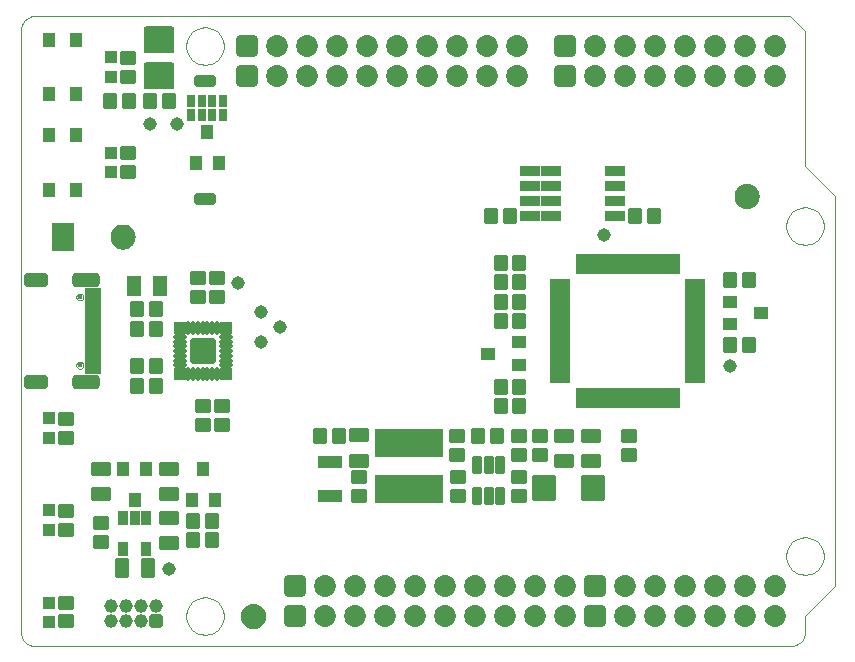
<source format=gbr>
G04 PROTEUS RS274X GERBER FILE*
%FSLAX45Y45*%
%MOMM*%
G01*
%AMPPAD053*
4,1,48,
-0.552000,-0.023800,
-0.552000,0.023800,
-0.550970,0.044920,
-0.547960,0.065350,
-0.543040,0.085000,
-0.527890,0.121580,
-0.506270,0.153910,
-0.478920,0.181270,
-0.446580,0.202890,
-0.410000,0.218040,
-0.390350,0.222960,
-0.369920,0.225970,
-0.348800,0.227000,
0.348800,0.227000,
0.369920,0.225970,
0.390350,0.222960,
0.410000,0.218040,
0.446580,0.202890,
0.478920,0.181270,
0.506270,0.153910,
0.527890,0.121580,
0.543040,0.085000,
0.547960,0.065350,
0.550970,0.044920,
0.552000,0.023800,
0.552000,-0.023800,
0.550970,-0.044920,
0.547960,-0.065350,
0.543040,-0.085000,
0.527890,-0.121580,
0.506270,-0.153910,
0.478920,-0.181270,
0.446580,-0.202890,
0.410000,-0.218040,
0.390350,-0.222960,
0.369920,-0.225970,
0.348800,-0.227000,
-0.348800,-0.227000,
-0.369920,-0.225970,
-0.390350,-0.222960,
-0.410000,-0.218040,
-0.446580,-0.202890,
-0.478920,-0.181270,
-0.506270,-0.153910,
-0.527890,-0.121580,
-0.543040,-0.085000,
-0.547960,-0.065350,
-0.550970,-0.044920,
-0.552000,-0.023800,
0*%
%ADD59PPAD053*%
%AMPPAD054*
4,1,48,
0.023800,-0.552000,
-0.023800,-0.552000,
-0.044920,-0.550970,
-0.065350,-0.547960,
-0.085000,-0.543040,
-0.121580,-0.527890,
-0.153910,-0.506270,
-0.181270,-0.478920,
-0.202890,-0.446580,
-0.218040,-0.410000,
-0.222960,-0.390350,
-0.225970,-0.369920,
-0.227000,-0.348800,
-0.227000,0.348800,
-0.225970,0.369920,
-0.222960,0.390350,
-0.218040,0.410000,
-0.202890,0.446580,
-0.181270,0.478920,
-0.153910,0.506270,
-0.121580,0.527890,
-0.085000,0.543040,
-0.065350,0.547960,
-0.044920,0.550970,
-0.023800,0.552000,
0.023800,0.552000,
0.044920,0.550970,
0.065350,0.547960,
0.085000,0.543040,
0.121580,0.527890,
0.153910,0.506270,
0.181270,0.478920,
0.202890,0.446580,
0.218040,0.410000,
0.222960,0.390350,
0.225970,0.369920,
0.227000,0.348800,
0.227000,-0.348800,
0.225970,-0.369920,
0.222960,-0.390350,
0.218040,-0.410000,
0.202890,-0.446580,
0.181270,-0.478920,
0.153910,-0.506270,
0.121580,-0.527890,
0.085000,-0.543040,
0.065350,-0.547960,
0.044920,-0.550970,
0.023800,-0.552000,
0*%
%ADD60PPAD054*%
%AMPPAD055*
4,1,44,
0.746000,-1.127000,
-0.746000,-1.127000,
-0.785600,-1.125080,
-0.823900,-1.119420,
-0.895940,-1.097610,
-0.960730,-1.062960,
-1.016870,-1.016870,
-1.062960,-0.960730,
-1.097610,-0.895940,
-1.119420,-0.823900,
-1.125080,-0.785600,
-1.127000,-0.746000,
-1.127000,0.746000,
-1.125080,0.785600,
-1.119420,0.823900,
-1.097610,0.895940,
-1.062960,0.960730,
-1.016870,1.016870,
-0.960730,1.062960,
-0.895940,1.097610,
-0.823900,1.119420,
-0.785600,1.125080,
-0.746000,1.127000,
0.746000,1.127000,
0.785600,1.125080,
0.823900,1.119420,
0.895940,1.097610,
0.960730,1.062960,
1.016870,1.016870,
1.062960,0.960730,
1.097610,0.895940,
1.119420,0.823900,
1.125080,0.785600,
1.127000,0.746000,
1.127000,-0.746000,
1.125080,-0.785600,
1.119420,-0.823900,
1.097610,-0.895940,
1.062960,-0.960730,
1.016870,-1.016870,
0.960730,-1.062960,
0.895940,-1.097610,
0.823900,-1.119420,
0.785600,-1.125080,
0.746000,-1.127000,
0*%
%ADD61PPAD055*%
%AMPPAD056*
4,1,36,
0.390000,-0.517000,
-0.390000,-0.517000,
-0.415970,-0.514470,
-0.439980,-0.507200,
-0.461580,-0.495650,
-0.480290,-0.480290,
-0.495650,-0.461570,
-0.507200,-0.439980,
-0.514470,-0.415970,
-0.517000,-0.390000,
-0.517000,0.390000,
-0.514470,0.415970,
-0.507200,0.439980,
-0.495650,0.461570,
-0.480290,0.480290,
-0.461580,0.495650,
-0.439980,0.507200,
-0.415970,0.514470,
-0.390000,0.517000,
0.390000,0.517000,
0.415970,0.514470,
0.439980,0.507200,
0.461580,0.495650,
0.480290,0.480290,
0.495650,0.461570,
0.507200,0.439980,
0.514470,0.415970,
0.517000,0.390000,
0.517000,-0.390000,
0.514470,-0.415970,
0.507200,-0.439980,
0.495650,-0.461570,
0.480290,-0.480290,
0.461580,-0.495650,
0.439980,-0.507200,
0.415970,-0.514470,
0.390000,-0.517000,
0*%
%ADD62PPAD056*%
%AMPPAD057*
4,1,36,
-0.477000,-0.500000,
-0.477000,0.500000,
-0.474470,0.525970,
-0.467200,0.549980,
-0.455650,0.571580,
-0.440290,0.590290,
-0.421570,0.605650,
-0.399980,0.617200,
-0.375970,0.624470,
-0.350000,0.627000,
0.350000,0.627000,
0.375970,0.624470,
0.399980,0.617200,
0.421570,0.605650,
0.440290,0.590290,
0.455650,0.571580,
0.467200,0.549980,
0.474470,0.525970,
0.477000,0.500000,
0.477000,-0.500000,
0.474470,-0.525970,
0.467200,-0.549980,
0.455650,-0.571580,
0.440290,-0.590290,
0.421570,-0.605650,
0.399980,-0.617200,
0.375970,-0.624470,
0.350000,-0.627000,
-0.350000,-0.627000,
-0.375970,-0.624470,
-0.399980,-0.617200,
-0.421570,-0.605650,
-0.440290,-0.590290,
-0.455650,-0.571580,
-0.467200,-0.549980,
-0.474470,-0.525970,
-0.477000,-0.500000,
0*%
%ADD63PPAD057*%
%AMPPAD058*
4,1,36,
0.527000,0.400000,
0.527000,-0.400000,
0.524470,-0.425970,
0.517200,-0.449980,
0.505650,-0.471580,
0.490290,-0.490290,
0.471570,-0.505650,
0.449980,-0.517200,
0.425970,-0.524470,
0.400000,-0.527000,
-0.400000,-0.527000,
-0.425970,-0.524470,
-0.449980,-0.517200,
-0.471570,-0.505650,
-0.490290,-0.490290,
-0.505650,-0.471580,
-0.517200,-0.449980,
-0.524470,-0.425970,
-0.527000,-0.400000,
-0.527000,0.400000,
-0.524470,0.425970,
-0.517200,0.449980,
-0.505650,0.471580,
-0.490290,0.490290,
-0.471570,0.505650,
-0.449980,0.517200,
-0.425970,0.524470,
-0.400000,0.527000,
0.400000,0.527000,
0.425970,0.524470,
0.449980,0.517200,
0.471570,0.505650,
0.490290,0.490290,
0.505650,0.471580,
0.517200,0.449980,
0.524470,0.425970,
0.527000,0.400000,
0*%
%ADD64PPAD058*%
%AMPPAD059*
4,1,36,
0.952000,1.100000,
0.952000,-1.100000,
0.949470,-1.125970,
0.942200,-1.149980,
0.930650,-1.171580,
0.915290,-1.190290,
0.896570,-1.205650,
0.874980,-1.217200,
0.850970,-1.224470,
0.825000,-1.227000,
-0.825000,-1.227000,
-0.850970,-1.224470,
-0.874980,-1.217200,
-0.896570,-1.205650,
-0.915290,-1.190290,
-0.930650,-1.171580,
-0.942200,-1.149980,
-0.949470,-1.125970,
-0.952000,-1.100000,
-0.952000,1.100000,
-0.949470,1.125970,
-0.942200,1.149980,
-0.930650,1.171580,
-0.915290,1.190290,
-0.896570,1.205650,
-0.874980,1.217200,
-0.850970,1.224470,
-0.825000,1.227000,
0.825000,1.227000,
0.850970,1.224470,
0.874980,1.217200,
0.896570,1.205650,
0.915290,1.190290,
0.930650,1.171580,
0.942200,1.149980,
0.949470,1.125970,
0.952000,1.100000,
0*%
%ADD65PPAD059*%
%AMPPAD060*
4,1,36,
-0.652000,-0.450000,
-0.652000,0.450000,
-0.649470,0.475970,
-0.642200,0.499980,
-0.630650,0.521580,
-0.615290,0.540290,
-0.596570,0.555650,
-0.574980,0.567200,
-0.550970,0.574470,
-0.525000,0.577000,
0.525000,0.577000,
0.550970,0.574470,
0.574980,0.567200,
0.596570,0.555650,
0.615290,0.540290,
0.630650,0.521580,
0.642200,0.499980,
0.649470,0.475970,
0.652000,0.450000,
0.652000,-0.450000,
0.649470,-0.475970,
0.642200,-0.499980,
0.630650,-0.521580,
0.615290,-0.540290,
0.596570,-0.555650,
0.574980,-0.567200,
0.550970,-0.574470,
0.525000,-0.577000,
-0.525000,-0.577000,
-0.550970,-0.574470,
-0.574980,-0.567200,
-0.596570,-0.555650,
-0.615290,-0.540290,
-0.630650,-0.521580,
-0.642200,-0.499980,
-0.649470,-0.475970,
-0.652000,-0.450000,
0*%
%ADD66PPAD060*%
%AMPPAD061*
4,1,36,
0.450000,-0.652000,
-0.450000,-0.652000,
-0.475970,-0.649470,
-0.499980,-0.642200,
-0.521580,-0.630650,
-0.540290,-0.615290,
-0.555650,-0.596570,
-0.567200,-0.574980,
-0.574470,-0.550970,
-0.577000,-0.525000,
-0.577000,0.525000,
-0.574470,0.550970,
-0.567200,0.574980,
-0.555650,0.596570,
-0.540290,0.615290,
-0.521580,0.630650,
-0.499980,0.642200,
-0.475970,0.649470,
-0.450000,0.652000,
0.450000,0.652000,
0.475970,0.649470,
0.499980,0.642200,
0.521580,0.630650,
0.540290,0.615290,
0.555650,0.596570,
0.567200,0.574980,
0.574470,0.550970,
0.577000,0.525000,
0.577000,-0.525000,
0.574470,-0.550970,
0.567200,-0.574980,
0.555650,-0.596570,
0.540290,-0.615290,
0.521580,-0.630650,
0.499980,-0.642200,
0.475970,-0.649470,
0.450000,-0.652000,
0*%
%ADD67PPAD061*%
%AMPPAD062*
4,1,36,
-0.825500,-0.444500,
-0.825500,0.444500,
-0.822970,0.470470,
-0.815700,0.494480,
-0.804150,0.516080,
-0.788790,0.534790,
-0.770070,0.550150,
-0.748480,0.561700,
-0.724470,0.568970,
-0.698500,0.571500,
0.698500,0.571500,
0.724470,0.568970,
0.748480,0.561700,
0.770070,0.550150,
0.788790,0.534790,
0.804150,0.516080,
0.815700,0.494480,
0.822970,0.470470,
0.825500,0.444500,
0.825500,-0.444500,
0.822970,-0.470470,
0.815700,-0.494480,
0.804150,-0.516080,
0.788790,-0.534790,
0.770070,-0.550150,
0.748480,-0.561700,
0.724470,-0.568970,
0.698500,-0.571500,
-0.698500,-0.571500,
-0.724470,-0.568970,
-0.748480,-0.561700,
-0.770070,-0.550150,
-0.788790,-0.534790,
-0.804150,-0.516080,
-0.815700,-0.494480,
-0.822970,-0.470470,
-0.825500,-0.444500,
0*%
%ADD68PPAD062*%
%AMPPAD063*
4,1,48,
0.323000,-0.577000,
-0.323000,-0.577000,
-0.349400,-0.575720,
-0.374930,-0.571950,
-0.399490,-0.565800,
-0.445220,-0.546870,
-0.485650,-0.519840,
-0.519840,-0.485640,
-0.546860,-0.445220,
-0.565800,-0.399490,
-0.571950,-0.374930,
-0.575720,-0.349400,
-0.577000,-0.323000,
-0.577000,0.323000,
-0.575720,0.349400,
-0.571950,0.374930,
-0.565800,0.399490,
-0.546860,0.445220,
-0.519840,0.485640,
-0.485650,0.519840,
-0.445220,0.546870,
-0.399490,0.565800,
-0.374930,0.571950,
-0.349400,0.575720,
-0.323000,0.577000,
0.323000,0.577000,
0.349400,0.575720,
0.374930,0.571950,
0.399490,0.565800,
0.445220,0.546870,
0.485650,0.519840,
0.519840,0.485640,
0.546860,0.445220,
0.565800,0.399490,
0.571950,0.374930,
0.575720,0.349400,
0.577000,0.323000,
0.577000,-0.323000,
0.575720,-0.349400,
0.571950,-0.374930,
0.565800,-0.399490,
0.546860,-0.445220,
0.519840,-0.485640,
0.485650,-0.519840,
0.445220,-0.546870,
0.399490,-0.565800,
0.374930,-0.571950,
0.349400,-0.575720,
0.323000,-0.577000,
0*%
%ADD69PPAD063*%
%ADD74C,1.154000*%
%AMPPAD065*
4,1,44,
-0.546000,0.927000,
0.546000,0.927000,
0.585600,0.925080,
0.623900,0.919420,
0.695940,0.897610,
0.760730,0.862960,
0.816870,0.816870,
0.862960,0.760730,
0.897610,0.695940,
0.919420,0.623900,
0.925080,0.585600,
0.927000,0.546000,
0.927000,-0.546000,
0.925080,-0.585600,
0.919420,-0.623900,
0.897610,-0.695940,
0.862960,-0.760730,
0.816870,-0.816870,
0.760730,-0.862960,
0.695940,-0.897610,
0.623900,-0.919420,
0.585600,-0.925080,
0.546000,-0.927000,
-0.546000,-0.927000,
-0.585600,-0.925080,
-0.623900,-0.919420,
-0.695940,-0.897610,
-0.760730,-0.862960,
-0.816870,-0.816870,
-0.862960,-0.760730,
-0.897610,-0.695940,
-0.919420,-0.623900,
-0.925080,-0.585600,
-0.927000,-0.546000,
-0.927000,0.546000,
-0.925080,0.585600,
-0.919420,0.623900,
-0.897610,0.695940,
-0.862960,0.760730,
-0.816870,0.816870,
-0.760730,0.862960,
-0.695940,0.897610,
-0.623900,0.919420,
-0.585600,0.925080,
-0.546000,0.927000,
0*%
%ADD75PPAD065*%
%ADD76C,1.854000*%
%AMPPAD067*
4,1,36,
-0.300000,0.727000,
0.300000,0.727000,
0.325970,0.724470,
0.349980,0.717200,
0.371580,0.705650,
0.390290,0.690290,
0.405650,0.671570,
0.417200,0.649980,
0.424470,0.625970,
0.427000,0.600000,
0.427000,-0.600000,
0.424470,-0.625970,
0.417200,-0.649980,
0.405650,-0.671570,
0.390290,-0.690290,
0.371580,-0.705650,
0.349980,-0.717200,
0.325970,-0.724470,
0.300000,-0.727000,
-0.300000,-0.727000,
-0.325970,-0.724470,
-0.349980,-0.717200,
-0.371580,-0.705650,
-0.390290,-0.690290,
-0.405650,-0.671570,
-0.417200,-0.649980,
-0.424470,-0.625970,
-0.427000,-0.600000,
-0.427000,0.600000,
-0.424470,0.625970,
-0.417200,0.649980,
-0.405650,0.671570,
-0.390290,0.690290,
-0.371580,0.705650,
-0.349980,0.717200,
-0.325970,0.724470,
-0.300000,0.727000,
0*%
%ADD77PPAD067*%
%AMPPAD068*
4,1,36,
2.750000,-1.202000,
-2.750000,-1.202000,
-2.775970,-1.199470,
-2.799980,-1.192200,
-2.821580,-1.180650,
-2.840290,-1.165290,
-2.855650,-1.146570,
-2.867200,-1.124980,
-2.874470,-1.100970,
-2.877000,-1.075000,
-2.877000,1.075000,
-2.874470,1.100970,
-2.867200,1.124980,
-2.855650,1.146570,
-2.840290,1.165290,
-2.821580,1.180650,
-2.799980,1.192200,
-2.775970,1.199470,
-2.750000,1.202000,
2.750000,1.202000,
2.775970,1.199470,
2.799980,1.192200,
2.821580,1.180650,
2.840290,1.165290,
2.855650,1.146570,
2.867200,1.124980,
2.874470,1.100970,
2.877000,1.075000,
2.877000,-1.075000,
2.874470,-1.100970,
2.867200,-1.124980,
2.855650,-1.146570,
2.840290,-1.165290,
2.821580,-1.180650,
2.799980,-1.192200,
2.775970,-1.199470,
2.750000,-1.202000,
0*%
%ADD78PPAD068*%
%AMPPAD069*
4,1,36,
0.275000,-0.877000,
-0.275000,-0.877000,
-0.300970,-0.874470,
-0.324980,-0.867200,
-0.346580,-0.855650,
-0.365290,-0.840290,
-0.380650,-0.821570,
-0.392200,-0.799980,
-0.399470,-0.775970,
-0.402000,-0.750000,
-0.402000,0.750000,
-0.399470,0.775970,
-0.392200,0.799980,
-0.380650,0.821570,
-0.365290,0.840290,
-0.346580,0.855650,
-0.324980,0.867200,
-0.300970,0.874470,
-0.275000,0.877000,
0.275000,0.877000,
0.300970,0.874470,
0.324980,0.867200,
0.346580,0.855650,
0.365290,0.840290,
0.380650,0.821570,
0.392200,0.799980,
0.399470,0.775970,
0.402000,0.750000,
0.402000,-0.750000,
0.399470,-0.775970,
0.392200,-0.799980,
0.380650,-0.821570,
0.365290,-0.840290,
0.346580,-0.855650,
0.324980,-0.867200,
0.300970,-0.874470,
0.275000,-0.877000,
0*%
%ADD79PPAD069*%
%AMPPAD070*
4,1,36,
0.877000,0.275000,
0.877000,-0.275000,
0.874470,-0.300970,
0.867200,-0.324980,
0.855650,-0.346580,
0.840290,-0.365290,
0.821570,-0.380650,
0.799980,-0.392200,
0.775970,-0.399470,
0.750000,-0.402000,
-0.750000,-0.402000,
-0.775970,-0.399470,
-0.799980,-0.392200,
-0.821570,-0.380650,
-0.840290,-0.365290,
-0.855650,-0.346580,
-0.867200,-0.324980,
-0.874470,-0.300970,
-0.877000,-0.275000,
-0.877000,0.275000,
-0.874470,0.300970,
-0.867200,0.324980,
-0.855650,0.346580,
-0.840290,0.365290,
-0.821570,0.380650,
-0.799980,0.392200,
-0.775970,0.399470,
-0.750000,0.402000,
0.750000,0.402000,
0.775970,0.399470,
0.799980,0.392200,
0.821570,0.380650,
0.840290,0.365290,
0.855650,0.346580,
0.867200,0.324980,
0.874470,0.300970,
0.877000,0.275000,
0*%
%ADD80PPAD070*%
%AMPPAD071*
4,1,36,
0.355600,-0.622300,
-0.355600,-0.622300,
-0.381570,-0.619770,
-0.405580,-0.612500,
-0.427180,-0.600950,
-0.445890,-0.585590,
-0.461250,-0.566870,
-0.472800,-0.545280,
-0.480070,-0.521270,
-0.482600,-0.495300,
-0.482600,0.495300,
-0.480070,0.521270,
-0.472800,0.545280,
-0.461250,0.566870,
-0.445890,0.585590,
-0.427180,0.600950,
-0.405580,0.612500,
-0.381570,0.619770,
-0.355600,0.622300,
0.355600,0.622300,
0.381570,0.619770,
0.405580,0.612500,
0.427180,0.600950,
0.445890,0.585590,
0.461250,0.566870,
0.472800,0.545280,
0.480070,0.521270,
0.482600,0.495300,
0.482600,-0.495300,
0.480070,-0.521270,
0.472800,-0.545280,
0.461250,-0.566870,
0.445890,-0.585590,
0.427180,-0.600950,
0.405580,-0.612500,
0.381570,-0.619770,
0.355600,-0.622300,
0*%
%ADD81PPAD071*%
%AMPPAD072*
4,1,36,
-0.622300,-0.355600,
-0.622300,0.355600,
-0.619770,0.381570,
-0.612500,0.405580,
-0.600950,0.427180,
-0.585590,0.445890,
-0.566870,0.461250,
-0.545280,0.472800,
-0.521270,0.480070,
-0.495300,0.482600,
0.495300,0.482600,
0.521270,0.480070,
0.545280,0.472800,
0.566870,0.461250,
0.585590,0.445890,
0.600950,0.427180,
0.612500,0.405580,
0.619770,0.381570,
0.622300,0.355600,
0.622300,-0.355600,
0.619770,-0.381570,
0.612500,-0.405580,
0.600950,-0.427180,
0.585590,-0.445890,
0.566870,-0.461250,
0.545280,-0.472800,
0.521270,-0.480070,
0.495300,-0.482600,
-0.495300,-0.482600,
-0.521270,-0.480070,
-0.545280,-0.472800,
-0.566870,-0.461250,
-0.585590,-0.445890,
-0.600950,-0.427180,
-0.612500,-0.405580,
-0.619770,-0.381570,
-0.622300,-0.355600,
0*%
%ADD82PPAD072*%
%ADD83C,1.143000*%
%ADD84C,1.254000*%
%AMPPAD075*
4,1,36,
0.330000,-0.627000,
-0.330000,-0.627000,
-0.355970,-0.624470,
-0.379980,-0.617200,
-0.401580,-0.605650,
-0.420290,-0.590290,
-0.435650,-0.571570,
-0.447200,-0.549980,
-0.454470,-0.525970,
-0.457000,-0.500000,
-0.457000,0.500000,
-0.454470,0.525970,
-0.447200,0.549980,
-0.435650,0.571570,
-0.420290,0.590290,
-0.401580,0.605650,
-0.379980,0.617200,
-0.355970,0.624470,
-0.330000,0.627000,
0.330000,0.627000,
0.355970,0.624470,
0.379980,0.617200,
0.401580,0.605650,
0.420290,0.590290,
0.435650,0.571570,
0.447200,0.549980,
0.454470,0.525970,
0.457000,0.500000,
0.457000,-0.500000,
0.454470,-0.525970,
0.447200,-0.549980,
0.435650,-0.571570,
0.420290,-0.590290,
0.401580,-0.605650,
0.379980,-0.617200,
0.355970,-0.624470,
0.330000,-0.627000,
0*%
%ADD85PPAD075*%
%AMPPAD076*
4,1,36,
0.444500,-0.825500,
-0.444500,-0.825500,
-0.470470,-0.822970,
-0.494480,-0.815700,
-0.516080,-0.804150,
-0.534790,-0.788790,
-0.550150,-0.770070,
-0.561700,-0.748480,
-0.568970,-0.724470,
-0.571500,-0.698500,
-0.571500,0.698500,
-0.568970,0.724470,
-0.561700,0.748480,
-0.550150,0.770070,
-0.534790,0.788790,
-0.516080,0.804150,
-0.494480,0.815700,
-0.470470,0.822970,
-0.444500,0.825500,
0.444500,0.825500,
0.470470,0.822970,
0.494480,0.815700,
0.516080,0.804150,
0.534790,0.788790,
0.550150,0.770070,
0.561700,0.748480,
0.568970,0.724470,
0.571500,0.698500,
0.571500,-0.698500,
0.568970,-0.724470,
0.561700,-0.748480,
0.550150,-0.770070,
0.534790,-0.788790,
0.516080,-0.804150,
0.494480,-0.815700,
0.470470,-0.822970,
0.444500,-0.825500,
0*%
%ADD86PPAD076*%
%AMPPAD077*
4,1,36,
0.863600,0.317500,
0.863600,-0.317500,
0.861070,-0.343470,
0.853800,-0.367480,
0.842250,-0.389080,
0.826890,-0.407790,
0.808170,-0.423150,
0.786580,-0.434700,
0.762570,-0.441970,
0.736600,-0.444500,
-0.736600,-0.444500,
-0.762570,-0.441970,
-0.786580,-0.434700,
-0.808170,-0.423150,
-0.826890,-0.407790,
-0.842250,-0.389080,
-0.853800,-0.367480,
-0.861070,-0.343470,
-0.863600,-0.317500,
-0.863600,0.317500,
-0.861070,0.343470,
-0.853800,0.367480,
-0.842250,0.389080,
-0.826890,0.407790,
-0.808170,0.423150,
-0.786580,0.434700,
-0.762570,0.441970,
-0.736600,0.444500,
0.736600,0.444500,
0.762570,0.441970,
0.786580,0.434700,
0.808170,0.423150,
0.826890,0.407790,
0.842250,0.389080,
0.853800,0.367480,
0.861070,0.343470,
0.863600,0.317500,
0*%
%ADD87PPAD077*%
%AMPPAD078*
4,1,36,
0.250000,-0.527000,
-0.250000,-0.527000,
-0.275970,-0.524470,
-0.299980,-0.517200,
-0.321580,-0.505650,
-0.340290,-0.490290,
-0.355650,-0.471570,
-0.367200,-0.449980,
-0.374470,-0.425970,
-0.377000,-0.400000,
-0.377000,0.400000,
-0.374470,0.425970,
-0.367200,0.449980,
-0.355650,0.471570,
-0.340290,0.490290,
-0.321580,0.505650,
-0.299980,0.517200,
-0.275970,0.524470,
-0.250000,0.527000,
0.250000,0.527000,
0.275970,0.524470,
0.299980,0.517200,
0.321580,0.505650,
0.340290,0.490290,
0.355650,0.471570,
0.367200,0.449980,
0.374470,0.425970,
0.377000,0.400000,
0.377000,-0.400000,
0.374470,-0.425970,
0.367200,-0.449980,
0.355650,-0.471570,
0.340290,-0.490290,
0.321580,-0.505650,
0.299980,-0.517200,
0.275970,-0.524470,
0.250000,-0.527000,
0*%
%ADD88PPAD078*%
%AMPPAD079*
4,1,8,
0.927100,0.296440,
0.927100,-0.296440,
0.690140,-0.533400,
-0.690140,-0.533400,
-0.927100,-0.296440,
-0.927100,0.296440,
-0.690140,0.533400,
0.690140,0.533400,
0.927100,0.296440,
0*%
%ADD89PPAD079*%
%AMPPAD080*
4,1,36,
-1.270000,-1.016000,
-1.270000,1.016000,
-1.267470,1.041970,
-1.260200,1.065980,
-1.248650,1.087580,
-1.233290,1.106290,
-1.214570,1.121650,
-1.192980,1.133200,
-1.168970,1.140470,
-1.143000,1.143000,
1.143000,1.143000,
1.168970,1.140470,
1.192980,1.133200,
1.214570,1.121650,
1.233290,1.106290,
1.248650,1.087580,
1.260200,1.065980,
1.267470,1.041970,
1.270000,1.016000,
1.270000,-1.016000,
1.267470,-1.041970,
1.260200,-1.065980,
1.248650,-1.087580,
1.233290,-1.106290,
1.214570,-1.121650,
1.192980,-1.133200,
1.168970,-1.140470,
1.143000,-1.143000,
-1.143000,-1.143000,
-1.168970,-1.140470,
-1.192980,-1.133200,
-1.214570,-1.121650,
-1.233290,-1.106290,
-1.248650,-1.087580,
-1.260200,-1.065980,
-1.267470,-1.041970,
-1.270000,-1.016000,
0*%
%ADD90PPAD080*%
%AMPPAD081*
4,1,36,
0.900000,-1.077000,
-0.900000,-1.077000,
-0.925970,-1.074470,
-0.949980,-1.067200,
-0.971580,-1.055650,
-0.990290,-1.040290,
-1.005650,-1.021570,
-1.017200,-0.999980,
-1.024470,-0.975970,
-1.027000,-0.950000,
-1.027000,0.950000,
-1.024470,0.975970,
-1.017200,0.999980,
-1.005650,1.021570,
-0.990290,1.040290,
-0.971580,1.055650,
-0.949980,1.067200,
-0.925970,1.074470,
-0.900000,1.077000,
0.900000,1.077000,
0.925970,1.074470,
0.949980,1.067200,
0.971580,1.055650,
0.990290,1.040290,
1.005650,1.021570,
1.017200,0.999980,
1.024470,0.975970,
1.027000,0.950000,
1.027000,-0.950000,
1.024470,-0.975970,
1.017200,-0.999980,
1.005650,-1.021570,
0.990290,-1.040290,
0.971580,-1.055650,
0.949980,-1.067200,
0.925970,-1.074470,
0.900000,-1.077000,
0*%
%ADD91PPAD081*%
%AMPPAD082*
4,1,36,
0.277000,0.375000,
0.277000,-0.375000,
0.274470,-0.400970,
0.267200,-0.424980,
0.255650,-0.446580,
0.240290,-0.465290,
0.221570,-0.480650,
0.199980,-0.492200,
0.175970,-0.499470,
0.150000,-0.502000,
-0.150000,-0.502000,
-0.175970,-0.499470,
-0.199980,-0.492200,
-0.221570,-0.480650,
-0.240290,-0.465290,
-0.255650,-0.446580,
-0.267200,-0.424980,
-0.274470,-0.400970,
-0.277000,-0.375000,
-0.277000,0.375000,
-0.274470,0.400970,
-0.267200,0.424980,
-0.255650,0.446580,
-0.240290,0.465290,
-0.221570,0.480650,
-0.199980,0.492200,
-0.175970,0.499470,
-0.150000,0.502000,
0.150000,0.502000,
0.175970,0.499470,
0.199980,0.492200,
0.221570,0.480650,
0.240290,0.465290,
0.255650,0.446580,
0.267200,0.424980,
0.274470,0.400970,
0.277000,0.375000,
0*%
%ADD92PPAD082*%
%ADD93C,0.404000*%
%AMPPAD084*
4,1,36,
1.177000,0.195200,
1.177000,-0.195200,
1.168410,-0.283490,
1.143690,-0.365130,
1.104420,-0.438560,
1.052180,-0.502180,
0.988560,-0.554420,
0.915130,-0.593690,
0.833490,-0.618410,
0.745200,-0.627000,
-0.745200,-0.627000,
-0.833490,-0.618410,
-0.915130,-0.593690,
-0.988560,-0.554420,
-1.052180,-0.502180,
-1.104420,-0.438560,
-1.143690,-0.365130,
-1.168410,-0.283490,
-1.177000,-0.195200,
-1.177000,0.195200,
-1.168410,0.283490,
-1.143690,0.365130,
-1.104420,0.438560,
-1.052180,0.502180,
-0.988560,0.554420,
-0.915130,0.593690,
-0.833490,0.618410,
-0.745200,0.627000,
0.745200,0.627000,
0.833490,0.618410,
0.915130,0.593690,
0.988560,0.554420,
1.052180,0.502180,
1.104420,0.438560,
1.143690,0.365130,
1.168410,0.283490,
1.177000,0.195200,
0*%
%ADD94PPAD084*%
%AMPPAD085*
4,1,36,
1.027000,0.195200,
1.027000,-0.195200,
1.018410,-0.283490,
0.993690,-0.365130,
0.954420,-0.438560,
0.902180,-0.502180,
0.838560,-0.554420,
0.765130,-0.593690,
0.683490,-0.618410,
0.595200,-0.627000,
-0.595200,-0.627000,
-0.683490,-0.618410,
-0.765130,-0.593690,
-0.838560,-0.554420,
-0.902180,-0.502180,
-0.954420,-0.438560,
-0.993690,-0.365130,
-1.018410,-0.283490,
-1.027000,-0.195200,
-1.027000,0.195200,
-1.018410,0.283490,
-0.993690,0.365130,
-0.954420,0.438560,
-0.902180,0.502180,
-0.838560,0.554420,
-0.765130,0.593690,
-0.683490,0.618410,
-0.595200,0.627000,
0.595200,0.627000,
0.683490,0.618410,
0.765130,0.593690,
0.838560,0.554420,
0.902180,0.502180,
0.954420,0.438560,
0.993690,0.365130,
1.018410,0.283490,
1.027000,0.195200,
0*%
%ADD95PPAD085*%
%AMPPAD086*
4,1,36,
0.702000,0.300000,
0.702000,-0.300000,
0.699470,-0.325970,
0.692200,-0.349980,
0.680650,-0.371580,
0.665290,-0.390290,
0.646570,-0.405650,
0.624980,-0.417200,
0.600970,-0.424470,
0.575000,-0.427000,
-0.575000,-0.427000,
-0.600970,-0.424470,
-0.624980,-0.417200,
-0.646570,-0.405650,
-0.665290,-0.390290,
-0.680650,-0.371580,
-0.692200,-0.349980,
-0.699470,-0.325970,
-0.702000,-0.300000,
-0.702000,0.300000,
-0.699470,0.325970,
-0.692200,0.349980,
-0.680650,0.371580,
-0.665290,0.390290,
-0.646570,0.405650,
-0.624980,0.417200,
-0.600970,0.424470,
-0.575000,0.427000,
0.575000,0.427000,
0.600970,0.424470,
0.624980,0.417200,
0.646570,0.405650,
0.665290,0.390290,
0.680650,0.371580,
0.692200,0.349980,
0.699470,0.325970,
0.702000,0.300000,
0*%
%ADD96PPAD086*%
%AMPPAD087*
4,1,36,
0.702000,0.150000,
0.702000,-0.150000,
0.699470,-0.175970,
0.692200,-0.199980,
0.680650,-0.221580,
0.665290,-0.240290,
0.646570,-0.255650,
0.624980,-0.267200,
0.600970,-0.274470,
0.575000,-0.277000,
-0.575000,-0.277000,
-0.600970,-0.274470,
-0.624980,-0.267200,
-0.646570,-0.255650,
-0.665290,-0.240290,
-0.680650,-0.221580,
-0.692200,-0.199980,
-0.699470,-0.175970,
-0.702000,-0.150000,
-0.702000,0.150000,
-0.699470,0.175970,
-0.692200,0.199980,
-0.680650,0.221580,
-0.665290,0.240290,
-0.646570,0.255650,
-0.624980,0.267200,
-0.600970,0.274470,
-0.575000,0.277000,
0.575000,0.277000,
0.600970,0.274470,
0.624980,0.267200,
0.646570,0.255650,
0.665290,0.240290,
0.680650,0.221580,
0.692200,0.199980,
0.699470,0.175970,
0.702000,0.150000,
0*%
%ADD97PPAD087*%
%AMPPAD088*
4,1,36,
0.500000,-0.877000,
-0.500000,-0.877000,
-0.525970,-0.874470,
-0.549980,-0.867200,
-0.571580,-0.855650,
-0.590290,-0.840290,
-0.605650,-0.821570,
-0.617200,-0.799980,
-0.624470,-0.775970,
-0.627000,-0.750000,
-0.627000,0.750000,
-0.624470,0.775970,
-0.617200,0.799980,
-0.605650,0.821570,
-0.590290,0.840290,
-0.571580,0.855650,
-0.549980,0.867200,
-0.525970,0.874470,
-0.500000,0.877000,
0.500000,0.877000,
0.525970,0.874470,
0.549980,0.867200,
0.571580,0.855650,
0.590290,0.840290,
0.605650,0.821570,
0.617200,0.799980,
0.624470,0.775970,
0.627000,0.750000,
0.627000,-0.750000,
0.624470,-0.775970,
0.617200,-0.799980,
0.605650,-0.821570,
0.590290,-0.840290,
0.571580,-0.855650,
0.549980,-0.867200,
0.525970,-0.874470,
0.500000,-0.877000,
0*%
%ADD98PPAD088*%
%ADD55C,0.025400*%
%ADD56C,0.031750*%
D59*
X+1736200Y+2377250D03*
X+1736200Y+2417250D03*
X+1736200Y+2457250D03*
X+1736200Y+2497250D03*
X+1736200Y+2537250D03*
X+1736200Y+2577250D03*
X+1736200Y+2617250D03*
D60*
X+1661200Y+2692250D03*
X+1621200Y+2692250D03*
X+1581200Y+2692250D03*
X+1541200Y+2692250D03*
X+1501200Y+2692250D03*
X+1461200Y+2692250D03*
X+1421200Y+2692250D03*
D59*
X+1346200Y+2617250D03*
X+1346200Y+2577250D03*
X+1346200Y+2537250D03*
X+1346200Y+2497250D03*
X+1346200Y+2457250D03*
X+1346200Y+2417250D03*
X+1346200Y+2377250D03*
D60*
X+1421200Y+2302250D03*
X+1461200Y+2302250D03*
X+1501200Y+2302250D03*
X+1541200Y+2302250D03*
X+1581200Y+2302250D03*
X+1621200Y+2302250D03*
X+1661200Y+2302250D03*
D61*
X+1541200Y+2497250D03*
D62*
X+1736200Y+2302250D03*
X+1736200Y+2692250D03*
X+1346200Y+2692250D03*
X+1346200Y+2302250D03*
D63*
X+466300Y+3864350D03*
X+466300Y+4324350D03*
X+241300Y+4324350D03*
X+241300Y+3864350D03*
X+466300Y+4670800D03*
X+466300Y+5130800D03*
X+241300Y+5130800D03*
X+241300Y+4670800D03*
D64*
X+762000Y+4984750D03*
X+762000Y+4819750D03*
X+241300Y+368200D03*
X+241300Y+203200D03*
D65*
X+355600Y+3467100D03*
D66*
X+387350Y+984350D03*
X+387350Y+1144350D03*
X+387350Y+368200D03*
X+387350Y+208200D03*
D64*
X+241300Y+1149350D03*
X+241300Y+984350D03*
D67*
X+1149350Y+2686800D03*
X+989350Y+2686800D03*
D66*
X+1501200Y+3117700D03*
X+1501200Y+2957700D03*
X+387350Y+1765400D03*
X+387350Y+1925400D03*
X+908050Y+4011950D03*
X+908050Y+4171950D03*
D64*
X+762000Y+4013200D03*
X+762000Y+4178200D03*
D67*
X+1149350Y+2204200D03*
X+989350Y+2204200D03*
D66*
X+1541200Y+2035550D03*
X+1541200Y+1875550D03*
X+1706300Y+1875550D03*
X+1706300Y+2035550D03*
D67*
X+4140200Y+3644900D03*
X+3980200Y+3644900D03*
D68*
X+1256030Y+1286610D03*
X+1256030Y+1499970D03*
D69*
X+1149350Y+208200D03*
D74*
X+1149350Y+335200D03*
X+1022350Y+208200D03*
X+1022350Y+335200D03*
X+895350Y+208200D03*
X+895350Y+335200D03*
X+768350Y+208200D03*
X+768350Y+335200D03*
D66*
X+1666300Y+2957700D03*
X+1666300Y+3117700D03*
D75*
X+4864100Y+254000D03*
D76*
X+5118100Y+254000D03*
X+5372100Y+254000D03*
X+5626100Y+254000D03*
X+5880100Y+254000D03*
X+6134100Y+254000D03*
X+6388100Y+254000D03*
D75*
X+2324100Y+254000D03*
D76*
X+2578100Y+254000D03*
X+2832100Y+254000D03*
X+3086100Y+254000D03*
X+3340100Y+254000D03*
X+3594100Y+254000D03*
X+3848100Y+254000D03*
X+4102100Y+254000D03*
X+4356100Y+254000D03*
X+4610100Y+254000D03*
D75*
X+1917700Y+5080000D03*
D76*
X+2171700Y+5080000D03*
X+2425700Y+5080000D03*
X+2679700Y+5080000D03*
X+2933700Y+5080000D03*
X+3187700Y+5080000D03*
X+3441700Y+5080000D03*
X+3695700Y+5080000D03*
X+3949700Y+5080000D03*
X+4203700Y+5080000D03*
D75*
X+4610100Y+5080000D03*
D76*
X+4864100Y+5080000D03*
X+5118100Y+5080000D03*
X+5372100Y+5080000D03*
X+5626100Y+5080000D03*
X+5880100Y+5080000D03*
X+6134100Y+5080000D03*
X+6388100Y+5080000D03*
D77*
X+3867650Y+1270000D03*
X+3962650Y+1270000D03*
X+4057650Y+1270000D03*
X+4057650Y+1530000D03*
X+3962650Y+1530000D03*
X+3867650Y+1530000D03*
D78*
X+3289300Y+1333500D03*
X+3289300Y+1718500D03*
D79*
X+5541650Y+3236999D03*
X+5461650Y+3236999D03*
X+5381650Y+3236999D03*
X+5301650Y+3236999D03*
X+5221650Y+3236999D03*
X+5141650Y+3236999D03*
X+5061650Y+3236999D03*
X+4981650Y+3236999D03*
X+4901650Y+3236999D03*
X+4821650Y+3236999D03*
X+4741650Y+3236999D03*
D80*
X+4571650Y+3066999D03*
X+4571650Y+2986999D03*
X+4571650Y+2906999D03*
X+4571650Y+2826999D03*
X+4571650Y+2746999D03*
X+4571650Y+2666999D03*
X+4571650Y+2586999D03*
X+4571650Y+2506999D03*
X+4571650Y+2426999D03*
X+4571650Y+2346999D03*
X+4571650Y+2266999D03*
D79*
X+4741650Y+2096999D03*
X+4821650Y+2096999D03*
X+4901650Y+2096999D03*
X+4981650Y+2096999D03*
X+5061650Y+2096999D03*
X+5141650Y+2096999D03*
X+5221650Y+2096999D03*
X+5301650Y+2096999D03*
X+5381650Y+2096999D03*
X+5461650Y+2096999D03*
X+5541650Y+2096999D03*
D80*
X+5711650Y+2266999D03*
X+5711650Y+2346999D03*
X+5711650Y+2426999D03*
X+5711650Y+2506999D03*
X+5711650Y+2586999D03*
X+5711650Y+2666999D03*
X+5711650Y+2746999D03*
X+5711650Y+2826999D03*
X+5711650Y+2906999D03*
X+5711650Y+2986999D03*
X+5711650Y+3066999D03*
D66*
X+4222750Y+1270000D03*
X+4222750Y+1430000D03*
D68*
X+4826000Y+1564640D03*
X+4826000Y+1778000D03*
D66*
X+3702050Y+1270000D03*
X+3702050Y+1430000D03*
D68*
X+4603750Y+1564640D03*
X+4603750Y+1778000D03*
D66*
X+4220150Y+1618750D03*
X+4220150Y+1778750D03*
D67*
X+3877250Y+1778750D03*
X+4037250Y+1778750D03*
D66*
X+4397950Y+1778750D03*
X+4397950Y+1618750D03*
X+3699450Y+1778750D03*
X+3699450Y+1618750D03*
D81*
X+1454150Y+1238350D03*
X+1644650Y+1238350D03*
X+1548130Y+1499970D03*
D67*
X+1460500Y+895450D03*
X+1620500Y+895450D03*
D66*
X+908050Y+4818400D03*
X+908050Y+4978400D03*
D67*
X+4064000Y+3079750D03*
X+4224000Y+3079750D03*
X+4064000Y+3244850D03*
X+4224000Y+3244850D03*
X+4064000Y+2914650D03*
X+4224000Y+2914650D03*
X+6010100Y+3098799D03*
X+6170100Y+3098799D03*
D82*
X+6010100Y+2914649D03*
X+6010100Y+2724149D03*
X+6271720Y+2820669D03*
D67*
X+5201900Y+3644900D03*
X+5361900Y+3644900D03*
D66*
X+5153600Y+1778750D03*
X+5153600Y+1618750D03*
D67*
X+6010100Y+2546349D03*
X+6170100Y+2546349D03*
X+4224000Y+2749550D03*
X+4064000Y+2749550D03*
D82*
X+4216400Y+2381250D03*
X+4216400Y+2571750D03*
X+3954780Y+2475230D03*
D67*
X+4064000Y+2197100D03*
X+4224000Y+2197100D03*
X+4224000Y+2032000D03*
X+4064000Y+2032000D03*
D64*
X+241300Y+1930400D03*
X+241300Y+1765400D03*
D83*
X+2034650Y+2577250D03*
X+2034650Y+2831250D03*
X+4937200Y+3478299D03*
X+6010100Y+2374899D03*
X+2199750Y+2704250D03*
X+1257300Y+654050D03*
D84*
X+863600Y+3467100D03*
X+1968500Y+254000D03*
X+6146800Y+3810000D03*
D66*
X+2863850Y+1430000D03*
X+2863850Y+1270000D03*
D67*
X+2692400Y+1778000D03*
X+2532400Y+1778000D03*
D75*
X+2324100Y+508000D03*
D76*
X+2578100Y+508000D03*
X+2832100Y+508000D03*
X+3086100Y+508000D03*
X+3340100Y+508000D03*
X+3594100Y+508000D03*
X+3848100Y+508000D03*
X+4102100Y+508000D03*
X+4356100Y+508000D03*
X+4610100Y+508000D03*
D75*
X+4864100Y+508000D03*
D76*
X+5118100Y+508000D03*
X+5372100Y+508000D03*
X+5626100Y+508000D03*
X+5880100Y+508000D03*
X+6134100Y+508000D03*
X+6388100Y+508000D03*
D75*
X+4610100Y+4826000D03*
D76*
X+4864100Y+4826000D03*
X+5118100Y+4826000D03*
X+5372100Y+4826000D03*
X+5626100Y+4826000D03*
X+5880100Y+4826000D03*
X+6134100Y+4826000D03*
X+6388100Y+4826000D03*
D75*
X+1917700Y+4826000D03*
D76*
X+2171700Y+4826000D03*
X+2425700Y+4826000D03*
X+2679700Y+4826000D03*
X+2933700Y+4826000D03*
X+3187700Y+4826000D03*
X+3441700Y+4826000D03*
X+3695700Y+4826000D03*
X+3949700Y+4826000D03*
X+4203700Y+4826000D03*
D85*
X+1060200Y+1085950D03*
X+965200Y+1085950D03*
X+870200Y+1085950D03*
X+870200Y+825950D03*
X+1060200Y+825950D03*
D81*
X+1059180Y+1499970D03*
X+868680Y+1499970D03*
X+965200Y+1238350D03*
D68*
X+678180Y+1499970D03*
X+678180Y+1286610D03*
D66*
X+679200Y+881500D03*
X+679200Y+1041500D03*
D86*
X+1075690Y+657960D03*
X+862330Y+657960D03*
D68*
X+1257050Y+1085950D03*
X+1257050Y+872590D03*
D83*
X+1837750Y+3073250D03*
D87*
X+5030700Y+3644900D03*
X+5030700Y+3771900D03*
X+5030700Y+3898900D03*
X+5030700Y+4025900D03*
X+4490700Y+4025900D03*
X+4313150Y+4025900D03*
X+4313150Y+3898900D03*
X+4490700Y+3898900D03*
X+4313150Y+3771900D03*
X+4490700Y+3771900D03*
X+4313150Y+3644900D03*
X+4490700Y+3644900D03*
D88*
X+1714500Y+4616450D03*
X+1624500Y+4616450D03*
X+1534500Y+4616450D03*
X+1444500Y+4616450D03*
X+1444500Y+4496450D03*
X+1534500Y+4496450D03*
X+1624500Y+4496450D03*
X+1714500Y+4496450D03*
D89*
X+1562100Y+3787900D03*
X+1562100Y+4787900D03*
D67*
X+760750Y+4616450D03*
X+920750Y+4616450D03*
D90*
X+1171150Y+4830800D03*
X+1171150Y+5130800D03*
D67*
X+1253700Y+4616450D03*
X+1093700Y+4616450D03*
D83*
X+1320800Y+4419600D03*
X+1092200Y+4419600D03*
D81*
X+1487170Y+4088780D03*
X+1677670Y+4088780D03*
X+1581150Y+4350400D03*
D67*
X+1460500Y+1060550D03*
X+1620500Y+1060550D03*
D91*
X+4845050Y+1339850D03*
X+4435050Y+1339850D03*
D92*
X+2692400Y+1560600D03*
X+2642400Y+1560600D03*
X+2592400Y+1560600D03*
X+2542400Y+1560600D03*
X+2542400Y+1270000D03*
X+2592400Y+1270000D03*
X+2642400Y+1270000D03*
X+2692400Y+1270000D03*
D68*
X+2863850Y+1784350D03*
X+2863850Y+1570990D03*
D93*
X+502100Y+2377600D03*
X+502100Y+2955600D03*
D94*
X+552100Y+2234600D03*
X+552100Y+3098600D03*
D95*
X+134100Y+2234600D03*
X+134100Y+3098600D03*
D96*
X+609600Y+2986600D03*
X+609600Y+2906600D03*
D97*
X+609600Y+2791600D03*
X+609600Y+2691600D03*
X+609600Y+2641600D03*
X+609600Y+2541600D03*
D96*
X+609600Y+2346600D03*
X+609600Y+2426600D03*
D97*
X+609600Y+2491600D03*
X+609600Y+2591600D03*
X+609600Y+2741600D03*
X+609600Y+2841600D03*
D98*
X+1179850Y+3048750D03*
X+959850Y+3048750D03*
D67*
X+1149350Y+2371840D03*
X+989350Y+2371840D03*
X+1149350Y+2851900D03*
X+989350Y+2851900D03*
D55*
X+6800850Y+762000D02*
X+6800320Y+774958D01*
X+6796016Y+800876D01*
X+6787025Y+826794D01*
X+6772380Y+852712D01*
X+6749976Y+878466D01*
X+6724058Y+897958D01*
X+6698140Y+910530D01*
X+6672222Y+917866D01*
X+6646304Y+920694D01*
X+6642100Y+920750D01*
X+6483350Y+762000D02*
X+6483880Y+774958D01*
X+6488184Y+800876D01*
X+6497175Y+826794D01*
X+6511820Y+852712D01*
X+6534224Y+878466D01*
X+6560142Y+897958D01*
X+6586060Y+910530D01*
X+6611978Y+917866D01*
X+6637896Y+920694D01*
X+6642100Y+920750D01*
X+6483350Y+762000D02*
X+6483880Y+749042D01*
X+6488184Y+723124D01*
X+6497175Y+697206D01*
X+6511820Y+671288D01*
X+6534224Y+645534D01*
X+6560142Y+626042D01*
X+6586060Y+613470D01*
X+6611978Y+606134D01*
X+6637896Y+603306D01*
X+6642100Y+603250D01*
X+6800850Y+762000D02*
X+6800320Y+749042D01*
X+6796016Y+723124D01*
X+6787025Y+697206D01*
X+6772380Y+671288D01*
X+6749976Y+645534D01*
X+6724058Y+626042D01*
X+6698140Y+613470D01*
X+6672222Y+606134D01*
X+6646304Y+603306D01*
X+6642100Y+603250D01*
X+6800850Y+3556000D02*
X+6800320Y+3568958D01*
X+6796016Y+3594876D01*
X+6787025Y+3620794D01*
X+6772380Y+3646712D01*
X+6749976Y+3672466D01*
X+6724058Y+3691958D01*
X+6698140Y+3704530D01*
X+6672222Y+3711866D01*
X+6646304Y+3714694D01*
X+6642100Y+3714750D01*
X+6483350Y+3556000D02*
X+6483880Y+3568958D01*
X+6488184Y+3594876D01*
X+6497175Y+3620794D01*
X+6511820Y+3646712D01*
X+6534224Y+3672466D01*
X+6560142Y+3691958D01*
X+6586060Y+3704530D01*
X+6611978Y+3711866D01*
X+6637896Y+3714694D01*
X+6642100Y+3714750D01*
X+6483350Y+3556000D02*
X+6483880Y+3543042D01*
X+6488184Y+3517124D01*
X+6497175Y+3491206D01*
X+6511820Y+3465288D01*
X+6534224Y+3439534D01*
X+6560142Y+3420042D01*
X+6586060Y+3407470D01*
X+6611978Y+3400134D01*
X+6637896Y+3397306D01*
X+6642100Y+3397250D01*
X+6800850Y+3556000D02*
X+6800320Y+3543042D01*
X+6796016Y+3517124D01*
X+6787025Y+3491206D01*
X+6772380Y+3465288D01*
X+6749976Y+3439534D01*
X+6724058Y+3420042D01*
X+6698140Y+3407470D01*
X+6672222Y+3400134D01*
X+6646304Y+3397306D01*
X+6642100Y+3397250D01*
X+1720850Y+5080000D02*
X+1720320Y+5092958D01*
X+1716016Y+5118876D01*
X+1707025Y+5144794D01*
X+1692380Y+5170712D01*
X+1669976Y+5196466D01*
X+1644058Y+5215958D01*
X+1618140Y+5228530D01*
X+1592222Y+5235866D01*
X+1566304Y+5238694D01*
X+1562100Y+5238750D01*
X+1403350Y+5080000D02*
X+1403880Y+5092958D01*
X+1408184Y+5118876D01*
X+1417175Y+5144794D01*
X+1431820Y+5170712D01*
X+1454224Y+5196466D01*
X+1480142Y+5215958D01*
X+1506060Y+5228530D01*
X+1531978Y+5235866D01*
X+1557896Y+5238694D01*
X+1562100Y+5238750D01*
X+1403350Y+5080000D02*
X+1403880Y+5067042D01*
X+1408184Y+5041124D01*
X+1417175Y+5015206D01*
X+1431820Y+4989288D01*
X+1454224Y+4963534D01*
X+1480142Y+4944042D01*
X+1506060Y+4931470D01*
X+1531978Y+4924134D01*
X+1557896Y+4921306D01*
X+1562100Y+4921250D01*
X+1720850Y+5080000D02*
X+1720320Y+5067042D01*
X+1716016Y+5041124D01*
X+1707025Y+5015206D01*
X+1692380Y+4989288D01*
X+1669976Y+4963534D01*
X+1644058Y+4944042D01*
X+1618140Y+4931470D01*
X+1592222Y+4924134D01*
X+1566304Y+4921306D01*
X+1562100Y+4921250D01*
X+1720850Y+254000D02*
X+1720320Y+266958D01*
X+1716016Y+292876D01*
X+1707025Y+318794D01*
X+1692380Y+344712D01*
X+1669976Y+370466D01*
X+1644058Y+389958D01*
X+1618140Y+402530D01*
X+1592222Y+409866D01*
X+1566304Y+412694D01*
X+1562100Y+412750D01*
X+1403350Y+254000D02*
X+1403880Y+266958D01*
X+1408184Y+292876D01*
X+1417175Y+318794D01*
X+1431820Y+344712D01*
X+1454224Y+370466D01*
X+1480142Y+389958D01*
X+1506060Y+402530D01*
X+1531978Y+409866D01*
X+1557896Y+412694D01*
X+1562100Y+412750D01*
X+1403350Y+254000D02*
X+1403880Y+241042D01*
X+1408184Y+215124D01*
X+1417175Y+189206D01*
X+1431820Y+163288D01*
X+1454224Y+137534D01*
X+1480142Y+118042D01*
X+1506060Y+105470D01*
X+1531978Y+98134D01*
X+1557896Y+95306D01*
X+1562100Y+95250D01*
X+1720850Y+254000D02*
X+1720320Y+241042D01*
X+1716016Y+215124D01*
X+1707025Y+189206D01*
X+1692380Y+163288D01*
X+1669976Y+137534D01*
X+1644058Y+118042D01*
X+1618140Y+105470D01*
X+1592222Y+98134D01*
X+1566304Y+95306D01*
X+1562100Y+95250D01*
X+127000Y+0D02*
X+101032Y+2527D01*
X+77018Y+9798D01*
X+55423Y+21347D01*
X+36711Y+36711D01*
X+21348Y+55423D01*
X+9798Y+77018D01*
X+2527Y+101032D01*
X+0Y+127000D01*
X+0Y+5207000D01*
X+2527Y+5232967D01*
X+9798Y+5256981D01*
X+21348Y+5278577D01*
X+36711Y+5297289D01*
X+55423Y+5312652D01*
X+77018Y+5324202D01*
X+101032Y+5331473D01*
X+127000Y+5334000D01*
X+6515100Y+5334000D01*
X+6642100Y+5207000D01*
X+6642100Y+4064000D01*
X+6896100Y+3810000D01*
X+6896100Y+508000D01*
X+6642100Y+254000D01*
X+6642100Y+127000D01*
X+6639573Y+101032D01*
X+6632302Y+77018D01*
X+6620752Y+55423D01*
X+6605389Y+36711D01*
X+6586677Y+21347D01*
X+6565081Y+9798D01*
X+6541067Y+2527D01*
X+6515100Y+0D01*
X+127000Y+0D01*
X+531310Y+2377600D02*
X+531209Y+2380024D01*
X+530390Y+2384873D01*
X+528676Y+2389722D01*
X+525874Y+2394571D01*
X+521589Y+2399358D01*
X+516740Y+2402876D01*
X+511891Y+2405120D01*
X+507042Y+2406389D01*
X+502193Y+2406810D01*
X+502100Y+2406810D01*
X+472890Y+2377600D02*
X+472991Y+2380024D01*
X+473810Y+2384873D01*
X+475524Y+2389722D01*
X+478326Y+2394571D01*
X+482611Y+2399358D01*
X+487460Y+2402876D01*
X+492309Y+2405120D01*
X+497158Y+2406389D01*
X+502007Y+2406810D01*
X+502100Y+2406810D01*
X+472890Y+2377600D02*
X+472991Y+2375176D01*
X+473810Y+2370327D01*
X+475524Y+2365478D01*
X+478326Y+2360629D01*
X+482611Y+2355842D01*
X+487460Y+2352324D01*
X+492309Y+2350080D01*
X+497158Y+2348811D01*
X+502007Y+2348390D01*
X+502100Y+2348390D01*
X+531310Y+2377600D02*
X+531209Y+2375176D01*
X+530390Y+2370327D01*
X+528676Y+2365478D01*
X+525874Y+2360629D01*
X+521589Y+2355842D01*
X+516740Y+2352324D01*
X+511891Y+2350080D01*
X+507042Y+2348811D01*
X+502193Y+2348390D01*
X+502100Y+2348390D01*
X+531310Y+2955600D02*
X+531209Y+2958024D01*
X+530390Y+2962873D01*
X+528676Y+2967722D01*
X+525874Y+2972571D01*
X+521589Y+2977358D01*
X+516740Y+2980876D01*
X+511891Y+2983120D01*
X+507042Y+2984389D01*
X+502193Y+2984810D01*
X+502100Y+2984810D01*
X+472890Y+2955600D02*
X+472991Y+2958024D01*
X+473810Y+2962873D01*
X+475524Y+2967722D01*
X+478326Y+2972571D01*
X+482611Y+2977358D01*
X+487460Y+2980876D01*
X+492309Y+2983120D01*
X+497158Y+2984389D01*
X+502007Y+2984810D01*
X+502100Y+2984810D01*
X+472890Y+2955600D02*
X+472991Y+2953176D01*
X+473810Y+2948327D01*
X+475524Y+2943478D01*
X+478326Y+2938629D01*
X+482611Y+2933842D01*
X+487460Y+2930324D01*
X+492309Y+2928080D01*
X+497158Y+2926811D01*
X+502007Y+2926390D01*
X+502100Y+2926390D01*
X+531310Y+2955600D02*
X+531209Y+2953176D01*
X+530390Y+2948327D01*
X+528676Y+2943478D01*
X+525874Y+2938629D01*
X+521589Y+2933842D01*
X+516740Y+2930324D01*
X+511891Y+2928080D01*
X+507042Y+2926811D01*
X+502193Y+2926390D01*
X+502100Y+2926390D01*
D56*
X+863600Y+3365500D02*
X+863600Y+3365500D01*
X+863600Y+3568700D02*
X+863600Y+3568700D01*
X+863599Y+3365500D02*
X+863601Y+3365500D01*
X+863599Y+3568700D02*
X+863601Y+3568700D01*
X+863598Y+3365500D02*
X+863602Y+3365500D01*
X+863598Y+3568700D02*
X+863602Y+3568700D01*
X+863597Y+3365500D02*
X+863603Y+3365500D01*
X+863597Y+3568700D02*
X+863603Y+3568700D01*
X+863596Y+3365500D02*
X+863604Y+3365500D01*
X+863596Y+3568700D02*
X+863604Y+3568700D01*
X+863595Y+3365500D02*
X+863605Y+3365500D01*
X+863595Y+3568700D02*
X+863605Y+3568700D01*
X+863594Y+3365500D02*
X+863606Y+3365500D01*
X+863594Y+3568700D02*
X+863606Y+3568700D01*
X+863593Y+3365500D02*
X+863607Y+3365500D01*
X+863593Y+3568700D02*
X+863607Y+3568700D01*
X+863592Y+3365500D02*
X+863608Y+3365500D01*
X+863592Y+3568700D02*
X+863608Y+3568700D01*
X+863591Y+3365500D02*
X+863609Y+3365500D01*
X+863591Y+3568700D02*
X+863609Y+3568700D01*
X+863590Y+3365500D02*
X+863610Y+3365500D01*
X+863590Y+3568700D02*
X+863610Y+3568700D01*
X+863589Y+3365500D02*
X+863611Y+3365500D01*
X+863589Y+3568700D02*
X+863611Y+3568700D01*
X+863588Y+3365500D02*
X+863612Y+3365500D01*
X+863588Y+3568700D02*
X+863612Y+3568700D01*
X+863587Y+3365500D02*
X+863613Y+3365500D01*
X+863587Y+3568700D02*
X+863613Y+3568700D01*
X+863586Y+3365500D02*
X+863614Y+3365500D01*
X+863586Y+3568700D02*
X+863614Y+3568700D01*
X+863585Y+3365500D02*
X+863615Y+3365500D01*
X+863585Y+3568700D02*
X+863615Y+3568700D01*
X+863584Y+3365500D02*
X+863616Y+3365500D01*
X+863584Y+3568700D02*
X+863616Y+3568700D01*
X+863583Y+3365500D02*
X+863617Y+3365500D01*
X+863583Y+3568700D02*
X+863617Y+3568700D01*
X+863582Y+3365500D02*
X+863618Y+3365500D01*
X+863582Y+3568700D02*
X+863618Y+3568700D01*
X+863581Y+3365500D02*
X+863619Y+3365500D01*
X+863581Y+3568700D02*
X+863619Y+3568700D01*
X+863580Y+3365500D02*
X+863620Y+3365500D01*
X+863580Y+3568700D02*
X+863620Y+3568700D01*
X+863579Y+3365500D02*
X+863621Y+3365500D01*
X+863579Y+3568700D02*
X+863621Y+3568700D01*
X+863578Y+3365500D02*
X+863622Y+3365500D01*
X+863578Y+3568700D02*
X+863622Y+3568700D01*
X+863577Y+3365500D02*
X+863623Y+3365500D01*
X+863577Y+3568700D02*
X+863623Y+3568700D01*
X+863576Y+3365500D02*
X+863624Y+3365500D01*
X+863576Y+3568700D02*
X+863624Y+3568700D01*
X+863575Y+3365500D02*
X+863625Y+3365500D01*
X+863575Y+3568700D02*
X+863625Y+3568700D01*
X+863574Y+3365500D02*
X+863626Y+3365500D01*
X+863574Y+3568700D02*
X+863626Y+3568700D01*
X+863573Y+3365500D02*
X+863627Y+3365500D01*
X+863573Y+3568700D02*
X+863627Y+3568700D01*
X+863572Y+3365500D02*
X+863628Y+3365500D01*
X+863572Y+3568700D02*
X+863628Y+3568700D01*
X+863571Y+3365500D02*
X+863629Y+3365500D01*
X+863571Y+3568700D02*
X+863629Y+3568700D01*
X+863570Y+3365500D02*
X+863630Y+3365500D01*
X+863570Y+3568700D02*
X+863630Y+3568700D01*
X+863569Y+3365500D02*
X+863631Y+3365500D01*
X+863569Y+3568700D02*
X+863631Y+3568700D01*
X+863568Y+3365500D02*
X+863632Y+3365500D01*
X+863568Y+3568700D02*
X+863632Y+3568700D01*
X+863567Y+3365500D02*
X+863633Y+3365500D01*
X+863567Y+3568700D02*
X+863633Y+3568700D01*
X+863566Y+3365500D02*
X+863634Y+3365500D01*
X+863566Y+3568700D02*
X+863634Y+3568700D01*
X+863565Y+3365500D02*
X+863635Y+3365500D01*
X+863565Y+3568700D02*
X+863635Y+3568700D01*
X+863564Y+3365500D02*
X+863636Y+3365500D01*
X+863564Y+3568700D02*
X+863636Y+3568700D01*
X+863563Y+3365500D02*
X+863637Y+3365500D01*
X+863563Y+3568700D02*
X+863637Y+3568700D01*
X+863562Y+3365500D02*
X+863638Y+3365500D01*
X+863562Y+3568700D02*
X+863638Y+3568700D01*
X+863561Y+3365500D02*
X+863639Y+3365500D01*
X+863561Y+3568700D02*
X+863639Y+3568700D01*
X+863560Y+3365500D02*
X+863640Y+3365500D01*
X+863560Y+3568700D02*
X+863640Y+3568700D01*
X+863559Y+3365500D02*
X+863641Y+3365500D01*
X+863559Y+3568700D02*
X+863641Y+3568700D01*
X+863558Y+3365500D02*
X+863642Y+3365500D01*
X+863558Y+3568700D02*
X+863642Y+3568700D01*
X+863557Y+3365500D02*
X+863643Y+3365500D01*
X+863557Y+3568700D02*
X+863643Y+3568700D01*
X+863556Y+3365500D02*
X+863644Y+3365500D01*
X+863556Y+3568700D02*
X+863644Y+3568700D01*
X+863555Y+3365500D02*
X+863645Y+3365500D01*
X+863555Y+3568700D02*
X+863645Y+3568700D01*
X+863554Y+3365500D02*
X+863646Y+3365500D01*
X+863554Y+3568700D02*
X+863646Y+3568700D01*
X+863553Y+3365500D02*
X+863647Y+3365500D01*
X+863553Y+3568700D02*
X+863647Y+3568700D01*
X+863552Y+3365500D02*
X+863648Y+3365500D01*
X+863552Y+3568700D02*
X+863648Y+3568700D01*
X+863551Y+3365500D02*
X+863649Y+3365500D01*
X+863551Y+3568700D02*
X+863649Y+3568700D01*
X+863550Y+3365500D02*
X+863650Y+3365500D01*
X+863550Y+3568700D02*
X+863650Y+3568700D01*
X+863549Y+3365500D02*
X+863651Y+3365500D01*
X+863549Y+3568700D02*
X+863651Y+3568700D01*
X+863548Y+3365500D02*
X+863652Y+3365500D01*
X+863548Y+3568700D02*
X+863652Y+3568700D01*
X+863547Y+3365500D02*
X+863653Y+3365500D01*
X+863547Y+3568700D02*
X+863653Y+3568700D01*
X+863546Y+3365500D02*
X+863654Y+3365500D01*
X+863546Y+3568700D02*
X+863654Y+3568700D01*
X+863545Y+3365500D02*
X+863655Y+3365500D01*
X+863545Y+3568700D02*
X+863655Y+3568700D01*
X+863544Y+3365500D02*
X+863656Y+3365500D01*
X+863544Y+3568700D02*
X+863656Y+3568700D01*
X+863543Y+3365500D02*
X+863657Y+3365500D01*
X+863543Y+3568700D02*
X+863657Y+3568700D01*
X+863542Y+3365500D02*
X+863658Y+3365500D01*
X+863542Y+3568700D02*
X+863658Y+3568700D01*
X+863541Y+3365500D02*
X+863659Y+3365500D01*
X+863541Y+3568700D02*
X+863659Y+3568700D01*
X+863540Y+3365500D02*
X+863660Y+3365500D01*
X+863540Y+3568700D02*
X+863660Y+3568700D01*
X+863539Y+3365500D02*
X+863661Y+3365500D01*
X+863539Y+3568700D02*
X+863661Y+3568700D01*
X+863538Y+3365500D02*
X+863662Y+3365500D01*
X+863538Y+3568700D02*
X+863662Y+3568700D01*
X+863537Y+3365500D02*
X+863663Y+3365500D01*
X+863537Y+3568700D02*
X+863663Y+3568700D01*
X+863536Y+3365500D02*
X+863664Y+3365500D01*
X+863536Y+3568700D02*
X+863664Y+3568700D01*
X+863535Y+3365500D02*
X+863665Y+3365500D01*
X+863535Y+3568700D02*
X+863665Y+3568700D01*
X+863534Y+3365500D02*
X+863666Y+3365500D01*
X+863534Y+3568700D02*
X+863666Y+3568700D01*
X+863533Y+3365500D02*
X+863667Y+3365500D01*
X+863533Y+3568700D02*
X+863667Y+3568700D01*
X+863532Y+3365500D02*
X+863668Y+3365500D01*
X+863532Y+3568700D02*
X+863668Y+3568700D01*
X+863531Y+3365500D02*
X+863669Y+3365500D01*
X+863531Y+3568700D02*
X+863669Y+3568700D01*
X+863530Y+3365500D02*
X+863670Y+3365500D01*
X+863530Y+3568700D02*
X+863670Y+3568700D01*
X+863529Y+3365500D02*
X+863671Y+3365500D01*
X+863529Y+3568700D02*
X+863671Y+3568700D01*
X+863528Y+3365500D02*
X+863672Y+3365500D01*
X+863528Y+3568700D02*
X+863672Y+3568700D01*
X+863527Y+3365500D02*
X+863673Y+3365500D01*
X+863527Y+3568700D02*
X+863673Y+3568700D01*
X+863526Y+3365500D02*
X+863674Y+3365500D01*
X+863526Y+3568700D02*
X+863674Y+3568700D01*
X+863525Y+3365500D02*
X+863675Y+3365500D01*
X+863525Y+3568700D02*
X+863675Y+3568700D01*
X+863524Y+3365500D02*
X+863676Y+3365500D01*
X+863524Y+3568700D02*
X+863676Y+3568700D01*
X+863523Y+3365500D02*
X+863677Y+3365500D01*
X+863523Y+3568700D02*
X+863677Y+3568700D01*
X+863522Y+3365500D02*
X+863678Y+3365500D01*
X+863522Y+3568700D02*
X+863678Y+3568700D01*
X+863521Y+3365500D02*
X+863679Y+3365500D01*
X+863521Y+3568700D02*
X+863679Y+3568700D01*
X+863520Y+3365500D02*
X+863680Y+3365500D01*
X+863520Y+3568700D02*
X+863680Y+3568700D01*
X+863519Y+3365500D02*
X+863681Y+3365500D01*
X+863519Y+3568700D02*
X+863681Y+3568700D01*
X+863518Y+3365500D02*
X+863682Y+3365500D01*
X+863518Y+3568700D02*
X+863682Y+3568700D01*
X+863517Y+3365500D02*
X+863683Y+3365500D01*
X+863517Y+3568700D02*
X+863683Y+3568700D01*
X+863516Y+3365500D02*
X+863684Y+3365500D01*
X+863516Y+3568700D02*
X+863684Y+3568700D01*
X+863515Y+3365500D02*
X+863685Y+3365500D01*
X+863515Y+3568700D02*
X+863685Y+3568700D01*
X+863514Y+3365500D02*
X+863686Y+3365500D01*
X+863514Y+3568700D02*
X+863686Y+3568700D01*
X+863513Y+3365500D02*
X+863687Y+3365500D01*
X+863513Y+3568700D02*
X+863687Y+3568700D01*
X+863512Y+3365500D02*
X+863688Y+3365500D01*
X+863512Y+3568700D02*
X+863688Y+3568700D01*
X+863511Y+3365500D02*
X+863689Y+3365500D01*
X+863511Y+3568700D02*
X+863689Y+3568700D01*
X+863510Y+3365500D02*
X+863690Y+3365500D01*
X+863510Y+3568700D02*
X+863690Y+3568700D01*
X+863509Y+3365500D02*
X+863691Y+3365500D01*
X+863509Y+3568700D02*
X+863691Y+3568700D01*
X+863508Y+3365500D02*
X+863692Y+3365500D01*
X+863508Y+3568700D02*
X+863692Y+3568700D01*
X+863507Y+3365500D02*
X+863693Y+3365500D01*
X+863507Y+3568700D02*
X+863693Y+3568700D01*
X+863506Y+3365500D02*
X+863694Y+3365500D01*
X+863506Y+3568700D02*
X+863694Y+3568700D01*
X+863505Y+3365500D02*
X+863695Y+3365500D01*
X+863505Y+3568700D02*
X+863695Y+3568700D01*
X+863504Y+3365500D02*
X+863696Y+3365500D01*
X+863504Y+3568700D02*
X+863696Y+3568700D01*
X+863503Y+3365500D02*
X+863697Y+3365500D01*
X+863503Y+3568700D02*
X+863697Y+3568700D01*
X+863502Y+3365500D02*
X+863698Y+3365500D01*
X+863502Y+3568700D02*
X+863698Y+3568700D01*
X+863501Y+3365500D02*
X+863699Y+3365500D01*
X+863501Y+3568700D02*
X+863699Y+3568700D01*
X+863500Y+3365500D02*
X+863700Y+3365500D01*
X+863500Y+3568700D02*
X+863700Y+3568700D01*
X+863499Y+3365500D02*
X+863701Y+3365500D01*
X+863499Y+3568700D02*
X+863701Y+3568700D01*
X+863498Y+3365500D02*
X+863702Y+3365500D01*
X+863498Y+3568700D02*
X+863702Y+3568700D01*
X+863497Y+3365500D02*
X+863703Y+3365500D01*
X+863497Y+3568700D02*
X+863703Y+3568700D01*
X+863496Y+3365500D02*
X+863704Y+3365500D01*
X+863496Y+3568700D02*
X+863704Y+3568700D01*
X+863495Y+3365500D02*
X+863705Y+3365500D01*
X+863495Y+3568700D02*
X+863705Y+3568700D01*
X+863494Y+3365500D02*
X+863706Y+3365500D01*
X+863494Y+3568700D02*
X+863706Y+3568700D01*
X+863493Y+3365500D02*
X+863707Y+3365500D01*
X+863493Y+3568700D02*
X+863707Y+3568700D01*
X+863492Y+3365500D02*
X+863708Y+3365500D01*
X+863492Y+3568700D02*
X+863708Y+3568700D01*
X+863491Y+3365500D02*
X+863709Y+3365500D01*
X+863491Y+3568700D02*
X+863709Y+3568700D01*
X+863490Y+3365500D02*
X+863710Y+3365500D01*
X+863490Y+3568700D02*
X+863710Y+3568700D01*
X+863489Y+3365500D02*
X+863711Y+3365500D01*
X+863489Y+3568700D02*
X+863711Y+3568700D01*
X+863488Y+3365500D02*
X+863712Y+3365500D01*
X+863488Y+3568700D02*
X+863712Y+3568700D01*
X+863487Y+3365500D02*
X+863713Y+3365500D01*
X+863487Y+3568700D02*
X+863713Y+3568700D01*
X+863486Y+3365500D02*
X+863714Y+3365500D01*
X+863486Y+3568700D02*
X+863714Y+3568700D01*
X+863485Y+3365500D02*
X+863715Y+3365500D01*
X+863485Y+3568700D02*
X+863715Y+3568700D01*
X+863484Y+3365500D02*
X+863716Y+3365500D01*
X+863484Y+3568700D02*
X+863716Y+3568700D01*
X+863483Y+3365500D02*
X+863717Y+3365500D01*
X+863483Y+3568700D02*
X+863717Y+3568700D01*
X+863482Y+3365500D02*
X+863718Y+3365500D01*
X+863482Y+3568700D02*
X+863718Y+3568700D01*
X+863481Y+3365500D02*
X+863719Y+3365500D01*
X+863481Y+3568700D02*
X+863719Y+3568700D01*
X+863480Y+3365500D02*
X+863720Y+3365500D01*
X+863480Y+3568700D02*
X+863720Y+3568700D01*
X+863479Y+3365500D02*
X+863721Y+3365500D01*
X+863479Y+3568700D02*
X+863721Y+3568700D01*
X+863478Y+3365500D02*
X+863722Y+3365500D01*
X+863478Y+3568700D02*
X+863722Y+3568700D01*
X+863477Y+3365500D02*
X+863723Y+3365500D01*
X+863477Y+3568700D02*
X+863723Y+3568700D01*
X+863476Y+3365500D02*
X+863724Y+3365500D01*
X+863476Y+3568700D02*
X+863724Y+3568700D01*
X+863475Y+3365500D02*
X+863725Y+3365500D01*
X+863475Y+3568700D02*
X+863725Y+3568700D01*
X+863474Y+3365500D02*
X+863726Y+3365500D01*
X+863474Y+3568700D02*
X+863726Y+3568700D01*
X+863473Y+3365500D02*
X+863727Y+3365500D01*
X+863473Y+3568700D02*
X+863727Y+3568700D01*
X+863472Y+3365500D02*
X+863728Y+3365500D01*
X+863472Y+3568700D02*
X+863728Y+3568700D01*
X+863471Y+3365500D02*
X+863729Y+3365500D01*
X+863471Y+3568700D02*
X+863729Y+3568700D01*
X+863470Y+3365500D02*
X+863730Y+3365500D01*
X+863470Y+3568700D02*
X+863730Y+3568700D01*
X+863469Y+3365500D02*
X+863731Y+3365500D01*
X+863469Y+3568700D02*
X+863731Y+3568700D01*
X+863468Y+3365500D02*
X+863732Y+3365500D01*
X+863468Y+3568700D02*
X+863732Y+3568700D01*
X+863467Y+3365500D02*
X+863733Y+3365500D01*
X+863467Y+3568700D02*
X+863733Y+3568700D01*
X+863466Y+3365500D02*
X+863734Y+3365500D01*
X+863466Y+3568700D02*
X+863734Y+3568700D01*
X+863465Y+3365500D02*
X+863735Y+3365500D01*
X+863465Y+3568700D02*
X+863735Y+3568700D01*
X+863464Y+3365500D02*
X+863736Y+3365500D01*
X+863464Y+3568700D02*
X+863736Y+3568700D01*
X+863463Y+3365500D02*
X+863737Y+3365500D01*
X+863463Y+3568700D02*
X+863737Y+3568700D01*
X+863462Y+3365500D02*
X+863738Y+3365500D01*
X+863462Y+3568700D02*
X+863738Y+3568700D01*
X+863461Y+3365500D02*
X+863739Y+3365500D01*
X+863461Y+3568700D02*
X+863739Y+3568700D01*
X+863460Y+3365500D02*
X+863740Y+3365500D01*
X+863460Y+3568700D02*
X+863740Y+3568700D01*
X+863459Y+3365500D02*
X+863741Y+3365500D01*
X+863459Y+3568700D02*
X+863741Y+3568700D01*
X+863458Y+3365500D02*
X+863742Y+3365500D01*
X+863458Y+3568700D02*
X+863742Y+3568700D01*
X+863457Y+3365500D02*
X+863743Y+3365500D01*
X+863457Y+3568700D02*
X+863743Y+3568700D01*
X+863456Y+3365500D02*
X+863744Y+3365500D01*
X+863456Y+3568700D02*
X+863744Y+3568700D01*
X+863455Y+3365500D02*
X+863745Y+3365500D01*
X+863455Y+3568700D02*
X+863745Y+3568700D01*
X+863454Y+3365500D02*
X+863746Y+3365500D01*
X+863454Y+3568700D02*
X+863746Y+3568700D01*
X+863453Y+3365500D02*
X+863747Y+3365500D01*
X+863453Y+3568700D02*
X+863747Y+3568700D01*
X+863452Y+3365500D02*
X+863748Y+3365500D01*
X+863452Y+3568700D02*
X+863748Y+3568700D01*
X+863451Y+3365500D02*
X+863749Y+3365500D01*
X+863451Y+3568700D02*
X+863749Y+3568700D01*
X+863450Y+3365500D02*
X+863750Y+3365500D01*
X+863450Y+3568700D02*
X+863750Y+3568700D01*
X+863449Y+3365500D02*
X+863751Y+3365500D01*
X+863449Y+3568700D02*
X+863751Y+3568700D01*
X+863448Y+3365500D02*
X+863752Y+3365500D01*
X+863448Y+3568700D02*
X+863752Y+3568700D01*
X+863447Y+3365500D02*
X+863753Y+3365500D01*
X+863447Y+3568700D02*
X+863753Y+3568700D01*
X+863446Y+3365500D02*
X+863754Y+3365500D01*
X+863446Y+3568700D02*
X+863754Y+3568700D01*
X+863445Y+3365500D02*
X+863755Y+3365500D01*
X+863445Y+3568700D02*
X+863755Y+3568700D01*
X+863444Y+3365500D02*
X+863756Y+3365500D01*
X+863444Y+3568700D02*
X+863756Y+3568700D01*
X+863443Y+3365500D02*
X+863757Y+3365500D01*
X+863443Y+3568700D02*
X+863757Y+3568700D01*
X+863442Y+3365500D02*
X+863758Y+3365500D01*
X+863442Y+3568700D02*
X+863758Y+3568700D01*
X+863441Y+3365500D02*
X+863759Y+3365500D01*
X+863441Y+3568700D02*
X+863759Y+3568700D01*
X+863440Y+3365500D02*
X+863760Y+3365500D01*
X+863440Y+3568700D02*
X+863760Y+3568700D01*
X+863439Y+3365500D02*
X+863761Y+3365500D01*
X+863439Y+3568700D02*
X+863761Y+3568700D01*
X+863438Y+3365500D02*
X+863762Y+3365500D01*
X+863438Y+3568700D02*
X+863762Y+3568700D01*
X+863437Y+3365500D02*
X+863763Y+3365500D01*
X+863437Y+3568700D02*
X+863763Y+3568700D01*
X+863436Y+3365500D02*
X+863764Y+3365500D01*
X+863436Y+3568700D02*
X+863764Y+3568700D01*
X+863435Y+3365500D02*
X+863765Y+3365500D01*
X+863435Y+3568700D02*
X+863765Y+3568700D01*
X+863434Y+3365500D02*
X+863766Y+3365500D01*
X+863434Y+3568700D02*
X+863766Y+3568700D01*
X+863433Y+3365500D02*
X+863767Y+3365500D01*
X+863433Y+3568700D02*
X+863767Y+3568700D01*
X+863432Y+3365500D02*
X+863768Y+3365500D01*
X+863432Y+3568700D02*
X+863768Y+3568700D01*
X+863431Y+3365500D02*
X+863769Y+3365500D01*
X+863431Y+3568700D02*
X+863769Y+3568700D01*
X+863430Y+3365500D02*
X+863770Y+3365500D01*
X+863430Y+3568700D02*
X+863770Y+3568700D01*
X+863429Y+3365500D02*
X+863771Y+3365500D01*
X+863429Y+3568700D02*
X+863771Y+3568700D01*
X+863428Y+3365500D02*
X+863772Y+3365500D01*
X+863428Y+3568700D02*
X+863772Y+3568700D01*
X+863427Y+3365500D02*
X+863773Y+3365500D01*
X+863427Y+3568700D02*
X+863773Y+3568700D01*
X+863426Y+3365500D02*
X+863774Y+3365500D01*
X+863426Y+3568700D02*
X+863774Y+3568700D01*
X+863425Y+3365500D02*
X+863775Y+3365500D01*
X+863425Y+3568700D02*
X+863775Y+3568700D01*
X+863424Y+3365500D02*
X+863776Y+3365500D01*
X+863424Y+3568700D02*
X+863776Y+3568700D01*
X+863423Y+3365500D02*
X+863777Y+3365500D01*
X+863423Y+3568700D02*
X+863777Y+3568700D01*
X+863422Y+3365500D02*
X+863778Y+3365500D01*
X+863422Y+3568700D02*
X+863778Y+3568700D01*
X+863421Y+3365500D02*
X+863779Y+3365500D01*
X+863421Y+3568700D02*
X+863779Y+3568700D01*
X+863420Y+3365500D02*
X+863780Y+3365500D01*
X+863420Y+3568700D02*
X+863780Y+3568700D01*
X+863419Y+3365500D02*
X+863781Y+3365500D01*
X+863419Y+3568700D02*
X+863781Y+3568700D01*
X+863418Y+3365500D02*
X+863782Y+3365500D01*
X+863418Y+3568700D02*
X+863782Y+3568700D01*
X+863417Y+3365500D02*
X+863783Y+3365500D01*
X+863417Y+3568700D02*
X+863783Y+3568700D01*
X+863416Y+3365500D02*
X+863784Y+3365500D01*
X+863416Y+3568700D02*
X+863784Y+3568700D01*
X+863415Y+3365500D02*
X+863785Y+3365500D01*
X+863415Y+3568700D02*
X+863785Y+3568700D01*
X+863414Y+3365500D02*
X+863786Y+3365500D01*
X+863414Y+3568700D02*
X+863786Y+3568700D01*
X+863413Y+3365500D02*
X+863787Y+3365500D01*
X+863413Y+3568700D02*
X+863787Y+3568700D01*
X+863412Y+3365500D02*
X+863788Y+3365500D01*
X+863412Y+3568700D02*
X+863788Y+3568700D01*
X+863411Y+3365500D02*
X+863789Y+3365500D01*
X+863411Y+3568700D02*
X+863789Y+3568700D01*
X+863410Y+3365500D02*
X+863790Y+3365500D01*
X+863410Y+3568700D02*
X+863790Y+3568700D01*
X+863409Y+3365500D02*
X+863791Y+3365500D01*
X+863409Y+3568700D02*
X+863791Y+3568700D01*
X+863408Y+3365500D02*
X+863792Y+3365500D01*
X+863408Y+3568700D02*
X+863792Y+3568700D01*
X+863407Y+3365500D02*
X+863793Y+3365500D01*
X+863407Y+3568700D02*
X+863793Y+3568700D01*
X+863406Y+3365500D02*
X+863794Y+3365500D01*
X+863406Y+3568700D02*
X+863794Y+3568700D01*
X+863405Y+3365500D02*
X+863795Y+3365500D01*
X+863405Y+3568700D02*
X+863795Y+3568700D01*
X+863404Y+3365500D02*
X+863796Y+3365500D01*
X+863404Y+3568700D02*
X+863796Y+3568700D01*
X+863403Y+3365500D02*
X+863797Y+3365500D01*
X+863403Y+3568700D02*
X+863797Y+3568700D01*
X+863402Y+3365500D02*
X+863798Y+3365500D01*
X+863402Y+3568700D02*
X+863798Y+3568700D01*
X+863401Y+3365500D02*
X+863799Y+3365500D01*
X+863401Y+3568700D02*
X+863799Y+3568700D01*
X+863400Y+3365500D02*
X+863800Y+3365500D01*
X+863400Y+3568700D02*
X+863800Y+3568700D01*
X+863399Y+3365500D02*
X+863801Y+3365500D01*
X+863399Y+3568700D02*
X+863801Y+3568700D01*
X+863398Y+3365500D02*
X+863802Y+3365500D01*
X+863398Y+3568700D02*
X+863802Y+3568700D01*
X+863397Y+3365500D02*
X+863803Y+3365500D01*
X+863397Y+3568700D02*
X+863803Y+3568700D01*
X+863396Y+3365500D02*
X+863804Y+3365500D01*
X+863396Y+3568700D02*
X+863804Y+3568700D01*
X+863395Y+3365500D02*
X+863805Y+3365500D01*
X+863395Y+3568700D02*
X+863805Y+3568700D01*
X+863394Y+3365500D02*
X+863806Y+3365500D01*
X+863394Y+3568700D02*
X+863806Y+3568700D01*
X+863393Y+3365500D02*
X+863807Y+3365500D01*
X+863393Y+3568700D02*
X+863807Y+3568700D01*
X+863392Y+3365500D02*
X+863808Y+3365500D01*
X+863392Y+3568700D02*
X+863808Y+3568700D01*
X+863391Y+3365500D02*
X+863809Y+3365500D01*
X+863391Y+3568700D02*
X+863809Y+3568700D01*
X+863390Y+3365500D02*
X+863810Y+3365500D01*
X+863390Y+3568700D02*
X+863810Y+3568700D01*
X+863389Y+3365500D02*
X+863811Y+3365500D01*
X+863389Y+3568700D02*
X+863811Y+3568700D01*
X+863388Y+3365500D02*
X+863812Y+3365500D01*
X+863388Y+3568700D02*
X+863812Y+3568700D01*
X+863387Y+3365500D02*
X+863813Y+3365500D01*
X+863387Y+3568700D02*
X+863813Y+3568700D01*
X+863386Y+3365500D02*
X+863814Y+3365500D01*
X+863386Y+3568700D02*
X+863814Y+3568700D01*
X+863385Y+3365500D02*
X+863815Y+3365500D01*
X+863385Y+3568700D02*
X+863815Y+3568700D01*
X+863384Y+3365500D02*
X+863816Y+3365500D01*
X+863384Y+3568700D02*
X+863816Y+3568700D01*
X+863383Y+3365500D02*
X+863817Y+3365500D01*
X+863383Y+3568700D02*
X+863817Y+3568700D01*
X+863382Y+3365500D02*
X+863818Y+3365500D01*
X+863382Y+3568700D02*
X+863818Y+3568700D01*
X+863381Y+3365500D02*
X+863819Y+3365500D01*
X+863381Y+3568700D02*
X+863819Y+3568700D01*
X+863380Y+3365500D02*
X+863820Y+3365500D01*
X+863380Y+3568700D02*
X+863820Y+3568700D01*
X+863379Y+3365500D02*
X+863821Y+3365500D01*
X+863379Y+3568700D02*
X+863821Y+3568700D01*
X+863378Y+3365500D02*
X+863822Y+3365500D01*
X+863378Y+3568700D02*
X+863822Y+3568700D01*
X+863377Y+3365500D02*
X+863823Y+3365500D01*
X+863377Y+3568700D02*
X+863823Y+3568700D01*
X+863376Y+3365500D02*
X+863824Y+3365500D01*
X+863376Y+3568700D02*
X+863824Y+3568700D01*
X+863375Y+3365500D02*
X+863825Y+3365500D01*
X+863375Y+3568700D02*
X+863825Y+3568700D01*
X+863374Y+3365500D02*
X+863826Y+3365500D01*
X+863374Y+3568700D02*
X+863826Y+3568700D01*
X+863373Y+3365500D02*
X+863827Y+3365500D01*
X+863373Y+3568700D02*
X+863827Y+3568700D01*
X+863372Y+3365500D02*
X+863828Y+3365500D01*
X+863372Y+3568700D02*
X+863828Y+3568700D01*
X+863371Y+3365500D02*
X+863829Y+3365500D01*
X+863371Y+3568700D02*
X+863829Y+3568700D01*
X+863370Y+3365500D02*
X+863830Y+3365500D01*
X+863370Y+3568700D02*
X+863830Y+3568700D01*
X+863369Y+3365500D02*
X+863831Y+3365500D01*
X+863369Y+3568700D02*
X+863831Y+3568700D01*
X+863368Y+3365500D02*
X+863832Y+3365500D01*
X+863368Y+3568700D02*
X+863832Y+3568700D01*
X+863367Y+3365500D02*
X+863833Y+3365500D01*
X+863367Y+3568700D02*
X+863833Y+3568700D01*
X+863366Y+3365500D02*
X+863834Y+3365500D01*
X+863366Y+3568700D02*
X+863834Y+3568700D01*
X+863365Y+3365500D02*
X+863835Y+3365500D01*
X+863365Y+3568700D02*
X+863835Y+3568700D01*
X+863364Y+3365500D02*
X+863836Y+3365500D01*
X+863364Y+3568700D02*
X+863836Y+3568700D01*
X+863363Y+3365500D02*
X+863837Y+3365500D01*
X+863363Y+3568700D02*
X+863837Y+3568700D01*
X+863362Y+3365500D02*
X+863838Y+3365500D01*
X+863362Y+3568700D02*
X+863838Y+3568700D01*
X+863361Y+3365500D02*
X+863839Y+3365500D01*
X+863361Y+3568700D02*
X+863839Y+3568700D01*
X+863360Y+3365500D02*
X+863840Y+3365500D01*
X+863360Y+3568700D02*
X+863840Y+3568700D01*
X+863359Y+3365500D02*
X+863841Y+3365500D01*
X+863359Y+3568700D02*
X+863841Y+3568700D01*
X+863358Y+3365500D02*
X+863842Y+3365500D01*
X+863358Y+3568700D02*
X+863842Y+3568700D01*
X+863357Y+3365500D02*
X+863843Y+3365500D01*
X+863357Y+3568700D02*
X+863843Y+3568700D01*
X+863356Y+3365500D02*
X+863844Y+3365500D01*
X+863356Y+3568700D02*
X+863844Y+3568700D01*
X+863355Y+3365500D02*
X+863845Y+3365500D01*
X+863355Y+3568700D02*
X+863845Y+3568700D01*
X+863354Y+3365500D02*
X+863846Y+3365500D01*
X+863354Y+3568700D02*
X+863846Y+3568700D01*
X+863353Y+3365500D02*
X+863847Y+3365500D01*
X+863353Y+3568700D02*
X+863847Y+3568700D01*
X+863352Y+3365500D02*
X+863848Y+3365500D01*
X+863352Y+3568700D02*
X+863848Y+3568700D01*
X+863351Y+3365500D02*
X+863849Y+3365500D01*
X+863351Y+3568700D02*
X+863849Y+3568700D01*
X+863350Y+3365500D02*
X+863850Y+3365500D01*
X+863350Y+3568700D02*
X+863850Y+3568700D01*
X+863349Y+3365500D02*
X+863851Y+3365500D01*
X+863349Y+3568700D02*
X+863851Y+3568700D01*
X+863348Y+3365500D02*
X+863852Y+3365500D01*
X+863348Y+3568700D02*
X+863852Y+3568700D01*
X+863347Y+3365500D02*
X+863853Y+3365500D01*
X+863347Y+3568700D02*
X+863853Y+3568700D01*
X+863346Y+3365500D02*
X+863854Y+3365500D01*
X+863346Y+3568700D02*
X+863854Y+3568700D01*
X+863345Y+3365500D02*
X+863855Y+3365500D01*
X+863345Y+3568700D02*
X+863855Y+3568700D01*
X+863344Y+3365500D02*
X+863856Y+3365500D01*
X+863344Y+3568700D02*
X+863856Y+3568700D01*
X+863343Y+3365500D02*
X+863857Y+3365500D01*
X+863343Y+3568700D02*
X+863857Y+3568700D01*
X+863342Y+3365500D02*
X+863858Y+3365500D01*
X+863342Y+3568700D02*
X+863858Y+3568700D01*
X+863341Y+3365500D02*
X+863859Y+3365500D01*
X+863341Y+3568700D02*
X+863859Y+3568700D01*
X+863340Y+3365500D02*
X+863860Y+3365500D01*
X+863340Y+3568700D02*
X+863860Y+3568700D01*
X+863339Y+3365500D02*
X+863861Y+3365500D01*
X+863339Y+3568700D02*
X+863861Y+3568700D01*
X+863338Y+3365500D02*
X+863862Y+3365500D01*
X+863338Y+3568700D02*
X+863862Y+3568700D01*
X+863337Y+3365500D02*
X+863863Y+3365500D01*
X+863337Y+3568700D02*
X+863863Y+3568700D01*
X+863336Y+3365500D02*
X+863864Y+3365500D01*
X+863336Y+3568700D02*
X+863864Y+3568700D01*
X+863335Y+3365500D02*
X+863865Y+3365500D01*
X+863335Y+3568700D02*
X+863865Y+3568700D01*
X+863334Y+3365500D02*
X+863866Y+3365500D01*
X+863334Y+3568700D02*
X+863866Y+3568700D01*
X+863333Y+3365500D02*
X+863867Y+3365500D01*
X+863333Y+3568700D02*
X+863867Y+3568700D01*
X+863332Y+3365500D02*
X+863868Y+3365500D01*
X+863332Y+3568700D02*
X+863868Y+3568700D01*
X+863331Y+3365500D02*
X+863869Y+3365500D01*
X+863331Y+3568700D02*
X+863869Y+3568700D01*
X+863330Y+3365500D02*
X+863870Y+3365500D01*
X+863330Y+3568700D02*
X+863870Y+3568700D01*
X+863329Y+3365500D02*
X+863871Y+3365500D01*
X+863329Y+3568700D02*
X+863871Y+3568700D01*
X+863328Y+3365500D02*
X+863872Y+3365500D01*
X+863328Y+3568700D02*
X+863872Y+3568700D01*
X+863327Y+3365500D02*
X+863873Y+3365500D01*
X+863327Y+3568700D02*
X+863873Y+3568700D01*
X+863326Y+3365500D02*
X+863874Y+3365500D01*
X+863326Y+3568700D02*
X+863874Y+3568700D01*
X+863325Y+3365500D02*
X+863875Y+3365500D01*
X+863325Y+3568700D02*
X+863875Y+3568700D01*
X+863324Y+3365500D02*
X+863876Y+3365500D01*
X+863324Y+3568700D02*
X+863876Y+3568700D01*
X+863323Y+3365500D02*
X+863877Y+3365500D01*
X+863323Y+3568700D02*
X+863877Y+3568700D01*
X+863322Y+3365500D02*
X+863878Y+3365500D01*
X+863322Y+3568700D02*
X+863878Y+3568700D01*
X+863321Y+3365500D02*
X+863879Y+3365500D01*
X+863321Y+3568700D02*
X+863879Y+3568700D01*
X+863320Y+3365500D02*
X+863880Y+3365500D01*
X+863320Y+3568700D02*
X+863880Y+3568700D01*
X+863319Y+3365500D02*
X+863881Y+3365500D01*
X+863319Y+3568700D02*
X+863881Y+3568700D01*
X+863318Y+3365500D02*
X+863882Y+3365500D01*
X+863318Y+3568700D02*
X+863882Y+3568700D01*
X+863317Y+3365500D02*
X+863883Y+3365500D01*
X+863317Y+3568700D02*
X+863883Y+3568700D01*
X+863316Y+3365500D02*
X+863884Y+3365500D01*
X+863316Y+3568700D02*
X+863884Y+3568700D01*
X+863315Y+3365500D02*
X+863885Y+3365500D01*
X+863315Y+3568700D02*
X+863885Y+3568700D01*
X+863314Y+3365500D02*
X+863886Y+3365500D01*
X+863314Y+3568700D02*
X+863886Y+3568700D01*
X+863313Y+3365500D02*
X+863887Y+3365500D01*
X+863313Y+3568700D02*
X+863887Y+3568700D01*
X+863312Y+3365500D02*
X+863888Y+3365500D01*
X+863312Y+3568700D02*
X+863888Y+3568700D01*
X+863311Y+3365500D02*
X+863889Y+3365500D01*
X+863311Y+3568700D02*
X+863889Y+3568700D01*
X+863310Y+3365500D02*
X+863890Y+3365500D01*
X+863310Y+3568700D02*
X+863890Y+3568700D01*
X+863309Y+3365500D02*
X+863891Y+3365500D01*
X+863309Y+3568700D02*
X+863891Y+3568700D01*
X+863308Y+3365500D02*
X+863892Y+3365500D01*
X+863308Y+3568700D02*
X+863892Y+3568700D01*
X+863307Y+3365500D02*
X+863893Y+3365500D01*
X+863307Y+3568700D02*
X+863893Y+3568700D01*
X+863306Y+3365500D02*
X+863894Y+3365500D01*
X+863306Y+3568700D02*
X+863894Y+3568700D01*
X+863305Y+3365500D02*
X+863895Y+3365500D01*
X+863305Y+3568700D02*
X+863895Y+3568700D01*
X+863304Y+3365500D02*
X+863896Y+3365500D01*
X+863304Y+3568700D02*
X+863896Y+3568700D01*
X+863303Y+3365500D02*
X+863897Y+3365500D01*
X+863303Y+3568700D02*
X+863897Y+3568700D01*
X+863302Y+3365500D02*
X+863898Y+3365500D01*
X+863302Y+3568700D02*
X+863898Y+3568700D01*
X+863301Y+3365500D02*
X+863899Y+3365500D01*
X+863301Y+3568700D02*
X+863899Y+3568700D01*
X+863300Y+3365500D02*
X+863900Y+3365500D01*
X+863300Y+3568700D02*
X+863900Y+3568700D01*
X+863299Y+3365500D02*
X+863901Y+3365500D01*
X+863299Y+3568700D02*
X+863901Y+3568700D01*
X+863298Y+3365500D02*
X+863902Y+3365500D01*
X+863298Y+3568700D02*
X+863902Y+3568700D01*
X+863297Y+3365500D02*
X+863903Y+3365500D01*
X+863297Y+3568700D02*
X+863903Y+3568700D01*
X+863296Y+3365500D02*
X+863904Y+3365500D01*
X+863296Y+3568700D02*
X+863904Y+3568700D01*
X+863295Y+3365500D02*
X+863905Y+3365500D01*
X+863295Y+3568700D02*
X+863905Y+3568700D01*
X+863294Y+3365500D02*
X+863906Y+3365500D01*
X+863294Y+3568700D02*
X+863906Y+3568700D01*
X+863293Y+3365500D02*
X+863907Y+3365500D01*
X+863293Y+3568700D02*
X+863907Y+3568700D01*
X+863292Y+3365500D02*
X+863908Y+3365500D01*
X+863292Y+3568700D02*
X+863908Y+3568700D01*
X+863291Y+3365500D02*
X+863909Y+3365500D01*
X+863291Y+3568700D02*
X+863909Y+3568700D01*
X+863290Y+3365500D02*
X+863910Y+3365500D01*
X+863290Y+3568700D02*
X+863910Y+3568700D01*
X+863289Y+3365500D02*
X+863911Y+3365500D01*
X+863289Y+3568700D02*
X+863911Y+3568700D01*
X+863288Y+3365500D02*
X+863912Y+3365500D01*
X+863288Y+3568700D02*
X+863912Y+3568700D01*
X+863287Y+3365500D02*
X+863913Y+3365500D01*
X+863287Y+3568700D02*
X+863913Y+3568700D01*
X+863286Y+3365500D02*
X+863914Y+3365500D01*
X+863286Y+3568700D02*
X+863914Y+3568700D01*
X+863285Y+3365500D02*
X+863915Y+3365500D01*
X+863285Y+3568700D02*
X+863915Y+3568700D01*
X+863284Y+3365500D02*
X+863916Y+3365500D01*
X+863284Y+3568700D02*
X+863916Y+3568700D01*
X+863283Y+3365500D02*
X+863917Y+3365500D01*
X+863283Y+3568700D02*
X+863917Y+3568700D01*
X+863282Y+3365500D02*
X+863918Y+3365500D01*
X+863282Y+3568700D02*
X+863918Y+3568700D01*
X+860742Y+3365540D02*
X+866458Y+3365540D01*
X+860742Y+3568660D02*
X+866458Y+3568660D01*
X+858202Y+3365643D02*
X+868998Y+3365643D01*
X+858202Y+3568557D02*
X+868998Y+3568557D01*
X+855662Y+3365811D02*
X+871538Y+3365811D01*
X+855662Y+3568389D02*
X+871538Y+3568389D01*
X+853122Y+3366042D02*
X+874078Y+3366042D01*
X+853122Y+3568158D02*
X+874078Y+3568158D01*
X+850582Y+3366337D02*
X+876618Y+3366337D01*
X+850582Y+3567863D02*
X+876618Y+3567863D01*
X+848042Y+3366698D02*
X+879158Y+3366698D01*
X+848042Y+3567502D02*
X+879158Y+3567502D01*
X+845502Y+3367125D02*
X+881698Y+3367125D01*
X+845502Y+3567075D02*
X+881698Y+3567075D01*
X+842962Y+3367618D02*
X+884238Y+3367618D01*
X+842962Y+3566582D02*
X+884238Y+3566582D01*
X+840422Y+3368179D02*
X+886778Y+3368179D01*
X+840422Y+3566021D02*
X+886778Y+3566021D01*
X+837882Y+3368809D02*
X+889318Y+3368809D01*
X+837882Y+3565391D02*
X+889318Y+3565391D01*
X+835342Y+3369509D02*
X+891858Y+3369509D01*
X+835342Y+3564691D02*
X+891858Y+3564691D01*
X+832802Y+3370280D02*
X+894398Y+3370280D01*
X+832802Y+3563920D02*
X+894398Y+3563920D01*
X+830262Y+3371125D02*
X+896938Y+3371125D01*
X+830262Y+3563075D02*
X+896938Y+3563075D01*
X+827722Y+3372046D02*
X+899478Y+3372046D01*
X+827722Y+3562154D02*
X+899478Y+3562154D01*
X+825182Y+3373044D02*
X+902018Y+3373044D01*
X+825182Y+3561156D02*
X+902018Y+3561156D01*
X+822642Y+3374121D02*
X+904558Y+3374121D01*
X+822642Y+3560079D02*
X+904558Y+3560079D01*
X+820102Y+3375282D02*
X+907098Y+3375282D01*
X+820102Y+3558918D02*
X+907098Y+3558918D01*
X+817562Y+3376529D02*
X+909638Y+3376529D01*
X+817562Y+3557671D02*
X+909638Y+3557671D01*
X+815022Y+3377866D02*
X+912178Y+3377866D01*
X+815022Y+3556334D02*
X+912178Y+3556334D01*
X+812482Y+3379296D02*
X+914718Y+3379296D01*
X+812482Y+3554904D02*
X+914718Y+3554904D01*
X+809942Y+3380825D02*
X+917258Y+3380825D01*
X+809942Y+3553375D02*
X+917258Y+3553375D01*
X+807402Y+3382458D02*
X+919798Y+3382458D01*
X+807402Y+3551742D02*
X+919798Y+3551742D01*
X+804862Y+3384200D02*
X+922338Y+3384200D01*
X+804862Y+3550000D02*
X+922338Y+3550000D01*
X+802322Y+3386059D02*
X+924878Y+3386059D01*
X+802322Y+3548141D02*
X+924878Y+3548141D01*
X+799782Y+3388044D02*
X+927418Y+3388044D01*
X+799782Y+3546156D02*
X+927418Y+3546156D01*
X+797242Y+3390164D02*
X+929958Y+3390164D01*
X+797242Y+3544036D02*
X+929958Y+3544036D01*
X+794702Y+3392430D02*
X+932498Y+3392430D01*
X+794702Y+3541770D02*
X+932498Y+3541770D01*
X+792162Y+3394856D02*
X+935038Y+3394856D01*
X+792162Y+3539344D02*
X+935038Y+3539344D01*
X+789684Y+3397394D02*
X+937516Y+3397394D01*
X+789684Y+3536806D02*
X+937516Y+3536806D01*
X+787368Y+3399934D02*
X+939832Y+3399934D01*
X+787368Y+3534266D02*
X+939832Y+3534266D01*
X+785203Y+3402474D02*
X+941997Y+3402474D01*
X+785203Y+3531726D02*
X+941997Y+3531726D01*
X+783177Y+3405014D02*
X+944023Y+3405014D01*
X+783177Y+3529186D02*
X+944023Y+3529186D01*
X+781278Y+3407554D02*
X+945922Y+3407554D01*
X+781278Y+3526646D02*
X+945922Y+3526646D01*
X+779500Y+3410094D02*
X+947700Y+3410094D01*
X+779500Y+3524106D02*
X+947700Y+3524106D01*
X+777833Y+3412634D02*
X+949367Y+3412634D01*
X+777833Y+3521566D02*
X+949367Y+3521566D01*
X+776272Y+3415174D02*
X+950928Y+3415174D01*
X+776272Y+3519026D02*
X+950928Y+3519026D01*
X+774810Y+3417714D02*
X+952390Y+3417714D01*
X+774810Y+3516486D02*
X+952390Y+3516486D01*
X+773445Y+3420254D02*
X+953755Y+3420254D01*
X+773445Y+3513946D02*
X+953755Y+3513946D01*
X+772169Y+3422794D02*
X+955031Y+3422794D01*
X+772169Y+3511406D02*
X+955031Y+3511406D01*
X+770982Y+3425334D02*
X+956218Y+3425334D01*
X+770982Y+3508866D02*
X+956218Y+3508866D01*
X+769878Y+3427874D02*
X+957322Y+3427874D01*
X+769878Y+3506326D02*
X+957322Y+3506326D01*
X+768855Y+3430414D02*
X+958345Y+3430414D01*
X+768855Y+3503786D02*
X+958345Y+3503786D01*
X+767910Y+3432954D02*
X+959290Y+3432954D01*
X+767910Y+3501246D02*
X+959290Y+3501246D01*
X+767041Y+3435494D02*
X+960159Y+3435494D01*
X+767041Y+3498706D02*
X+960159Y+3498706D01*
X+766246Y+3438034D02*
X+960954Y+3438034D01*
X+766246Y+3496166D02*
X+960954Y+3496166D01*
X+765524Y+3440574D02*
X+961676Y+3440574D01*
X+765524Y+3493626D02*
X+961676Y+3493626D01*
X+764872Y+3443114D02*
X+962328Y+3443114D01*
X+764872Y+3491086D02*
X+962328Y+3491086D01*
X+764289Y+3445654D02*
X+962911Y+3445654D01*
X+764289Y+3488546D02*
X+962911Y+3488546D01*
X+763775Y+3448194D02*
X+963425Y+3448194D01*
X+763775Y+3486006D02*
X+963425Y+3486006D01*
X+763327Y+3450734D02*
X+963873Y+3450734D01*
X+763327Y+3483466D02*
X+963873Y+3483466D01*
X+762945Y+3453274D02*
X+964255Y+3453274D01*
X+762945Y+3480926D02*
X+964255Y+3480926D01*
X+762629Y+3455814D02*
X+964571Y+3455814D01*
X+762629Y+3478386D02*
X+964571Y+3478386D01*
X+762377Y+3458354D02*
X+964823Y+3458354D01*
X+762377Y+3475846D02*
X+964823Y+3475846D01*
X+762190Y+3460894D02*
X+965010Y+3460894D01*
X+762190Y+3473306D02*
X+965010Y+3473306D01*
X+762066Y+3463434D02*
X+965134Y+3463434D01*
X+762066Y+3470766D02*
X+965134Y+3470766D01*
X+762006Y+3465974D02*
X+965194Y+3465974D01*
X+762006Y+3468226D02*
X+965194Y+3468226D01*
X+762000Y+3467100D02*
X+965200Y+3467100D01*
X+762000Y+3467100D02*
X+965200Y+3467100D01*
D55*
X+964856Y+3475454D01*
X+962060Y+3492164D01*
X+956215Y+3508874D01*
X+946679Y+3525584D01*
X+932090Y+3542145D01*
X+915380Y+3554515D01*
X+898670Y+3562455D01*
X+881960Y+3567027D01*
X+865250Y+3568687D01*
X+863600Y+3568700D01*
X+762000Y+3467100D02*
X+762344Y+3475454D01*
X+765140Y+3492164D01*
X+770985Y+3508874D01*
X+780521Y+3525584D01*
X+795110Y+3542145D01*
X+811820Y+3554515D01*
X+828530Y+3562455D01*
X+845240Y+3567027D01*
X+861950Y+3568687D01*
X+863600Y+3568700D01*
X+762000Y+3467100D02*
X+762344Y+3458746D01*
X+765140Y+3442036D01*
X+770985Y+3425326D01*
X+780521Y+3408616D01*
X+795110Y+3392055D01*
X+811820Y+3379685D01*
X+828530Y+3371745D01*
X+845240Y+3367173D01*
X+861950Y+3365513D01*
X+863600Y+3365500D01*
X+965200Y+3467100D02*
X+964856Y+3458746D01*
X+962060Y+3442036D01*
X+956215Y+3425326D01*
X+946679Y+3408616D01*
X+932090Y+3392055D01*
X+915380Y+3379685D01*
X+898670Y+3371745D01*
X+881960Y+3367173D01*
X+865250Y+3365513D01*
X+863600Y+3365500D01*
D56*
X+1968500Y+152400D02*
X+1968500Y+152400D01*
X+1968500Y+355600D02*
X+1968500Y+355600D01*
X+1968499Y+152400D02*
X+1968501Y+152400D01*
X+1968499Y+355600D02*
X+1968501Y+355600D01*
X+1968498Y+152400D02*
X+1968502Y+152400D01*
X+1968498Y+355600D02*
X+1968502Y+355600D01*
X+1968497Y+152400D02*
X+1968503Y+152400D01*
X+1968497Y+355600D02*
X+1968503Y+355600D01*
X+1968496Y+152400D02*
X+1968504Y+152400D01*
X+1968496Y+355600D02*
X+1968504Y+355600D01*
X+1968495Y+152400D02*
X+1968505Y+152400D01*
X+1968495Y+355600D02*
X+1968505Y+355600D01*
X+1968494Y+152400D02*
X+1968506Y+152400D01*
X+1968494Y+355600D02*
X+1968506Y+355600D01*
X+1968493Y+152400D02*
X+1968507Y+152400D01*
X+1968493Y+355600D02*
X+1968507Y+355600D01*
X+1968492Y+152400D02*
X+1968508Y+152400D01*
X+1968492Y+355600D02*
X+1968508Y+355600D01*
X+1968491Y+152400D02*
X+1968509Y+152400D01*
X+1968491Y+355600D02*
X+1968509Y+355600D01*
X+1968490Y+152400D02*
X+1968510Y+152400D01*
X+1968490Y+355600D02*
X+1968510Y+355600D01*
X+1968489Y+152400D02*
X+1968511Y+152400D01*
X+1968489Y+355600D02*
X+1968511Y+355600D01*
X+1968488Y+152400D02*
X+1968512Y+152400D01*
X+1968488Y+355600D02*
X+1968512Y+355600D01*
X+1968487Y+152400D02*
X+1968513Y+152400D01*
X+1968487Y+355600D02*
X+1968513Y+355600D01*
X+1968486Y+152400D02*
X+1968514Y+152400D01*
X+1968486Y+355600D02*
X+1968514Y+355600D01*
X+1968485Y+152400D02*
X+1968515Y+152400D01*
X+1968485Y+355600D02*
X+1968515Y+355600D01*
X+1968484Y+152400D02*
X+1968516Y+152400D01*
X+1968484Y+355600D02*
X+1968516Y+355600D01*
X+1968483Y+152400D02*
X+1968517Y+152400D01*
X+1968483Y+355600D02*
X+1968517Y+355600D01*
X+1968482Y+152400D02*
X+1968518Y+152400D01*
X+1968482Y+355600D02*
X+1968518Y+355600D01*
X+1968481Y+152400D02*
X+1968519Y+152400D01*
X+1968481Y+355600D02*
X+1968519Y+355600D01*
X+1968480Y+152400D02*
X+1968520Y+152400D01*
X+1968480Y+355600D02*
X+1968520Y+355600D01*
X+1968479Y+152400D02*
X+1968521Y+152400D01*
X+1968479Y+355600D02*
X+1968521Y+355600D01*
X+1968478Y+152400D02*
X+1968522Y+152400D01*
X+1968478Y+355600D02*
X+1968522Y+355600D01*
X+1968477Y+152400D02*
X+1968523Y+152400D01*
X+1968477Y+355600D02*
X+1968523Y+355600D01*
X+1968476Y+152400D02*
X+1968524Y+152400D01*
X+1968476Y+355600D02*
X+1968524Y+355600D01*
X+1968475Y+152400D02*
X+1968525Y+152400D01*
X+1968475Y+355600D02*
X+1968525Y+355600D01*
X+1968474Y+152400D02*
X+1968526Y+152400D01*
X+1968474Y+355600D02*
X+1968526Y+355600D01*
X+1968473Y+152400D02*
X+1968527Y+152400D01*
X+1968473Y+355600D02*
X+1968527Y+355600D01*
X+1968472Y+152400D02*
X+1968528Y+152400D01*
X+1968472Y+355600D02*
X+1968528Y+355600D01*
X+1968471Y+152400D02*
X+1968529Y+152400D01*
X+1968471Y+355600D02*
X+1968529Y+355600D01*
X+1968470Y+152400D02*
X+1968530Y+152400D01*
X+1968470Y+355600D02*
X+1968530Y+355600D01*
X+1968469Y+152400D02*
X+1968531Y+152400D01*
X+1968469Y+355600D02*
X+1968531Y+355600D01*
X+1968468Y+152400D02*
X+1968532Y+152400D01*
X+1968468Y+355600D02*
X+1968532Y+355600D01*
X+1968467Y+152400D02*
X+1968533Y+152400D01*
X+1968467Y+355600D02*
X+1968533Y+355600D01*
X+1968466Y+152400D02*
X+1968534Y+152400D01*
X+1968466Y+355600D02*
X+1968534Y+355600D01*
X+1968465Y+152400D02*
X+1968535Y+152400D01*
X+1968465Y+355600D02*
X+1968535Y+355600D01*
X+1968464Y+152400D02*
X+1968536Y+152400D01*
X+1968464Y+355600D02*
X+1968536Y+355600D01*
X+1968463Y+152400D02*
X+1968537Y+152400D01*
X+1968463Y+355600D02*
X+1968537Y+355600D01*
X+1968462Y+152400D02*
X+1968538Y+152400D01*
X+1968462Y+355600D02*
X+1968538Y+355600D01*
X+1968461Y+152400D02*
X+1968539Y+152400D01*
X+1968461Y+355600D02*
X+1968539Y+355600D01*
X+1968460Y+152400D02*
X+1968540Y+152400D01*
X+1968460Y+355600D02*
X+1968540Y+355600D01*
X+1968459Y+152400D02*
X+1968541Y+152400D01*
X+1968459Y+355600D02*
X+1968541Y+355600D01*
X+1968458Y+152400D02*
X+1968542Y+152400D01*
X+1968458Y+355600D02*
X+1968542Y+355600D01*
X+1968457Y+152400D02*
X+1968543Y+152400D01*
X+1968457Y+355600D02*
X+1968543Y+355600D01*
X+1968456Y+152400D02*
X+1968544Y+152400D01*
X+1968456Y+355600D02*
X+1968544Y+355600D01*
X+1968455Y+152400D02*
X+1968545Y+152400D01*
X+1968455Y+355600D02*
X+1968545Y+355600D01*
X+1968454Y+152400D02*
X+1968546Y+152400D01*
X+1968454Y+355600D02*
X+1968546Y+355600D01*
X+1968453Y+152400D02*
X+1968547Y+152400D01*
X+1968453Y+355600D02*
X+1968547Y+355600D01*
X+1968452Y+152400D02*
X+1968548Y+152400D01*
X+1968452Y+355600D02*
X+1968548Y+355600D01*
X+1968451Y+152400D02*
X+1968549Y+152400D01*
X+1968451Y+355600D02*
X+1968549Y+355600D01*
X+1968450Y+152400D02*
X+1968550Y+152400D01*
X+1968450Y+355600D02*
X+1968550Y+355600D01*
X+1968449Y+152400D02*
X+1968551Y+152400D01*
X+1968449Y+355600D02*
X+1968551Y+355600D01*
X+1968448Y+152400D02*
X+1968552Y+152400D01*
X+1968448Y+355600D02*
X+1968552Y+355600D01*
X+1968447Y+152400D02*
X+1968553Y+152400D01*
X+1968447Y+355600D02*
X+1968553Y+355600D01*
X+1968446Y+152400D02*
X+1968554Y+152400D01*
X+1968446Y+355600D02*
X+1968554Y+355600D01*
X+1968445Y+152400D02*
X+1968555Y+152400D01*
X+1968445Y+355600D02*
X+1968555Y+355600D01*
X+1968444Y+152400D02*
X+1968556Y+152400D01*
X+1968444Y+355600D02*
X+1968556Y+355600D01*
X+1968443Y+152400D02*
X+1968557Y+152400D01*
X+1968443Y+355600D02*
X+1968557Y+355600D01*
X+1968442Y+152400D02*
X+1968558Y+152400D01*
X+1968442Y+355600D02*
X+1968558Y+355600D01*
X+1968441Y+152400D02*
X+1968559Y+152400D01*
X+1968441Y+355600D02*
X+1968559Y+355600D01*
X+1968440Y+152400D02*
X+1968560Y+152400D01*
X+1968440Y+355600D02*
X+1968560Y+355600D01*
X+1968439Y+152400D02*
X+1968561Y+152400D01*
X+1968439Y+355600D02*
X+1968561Y+355600D01*
X+1968438Y+152400D02*
X+1968562Y+152400D01*
X+1968438Y+355600D02*
X+1968562Y+355600D01*
X+1968437Y+152400D02*
X+1968563Y+152400D01*
X+1968437Y+355600D02*
X+1968563Y+355600D01*
X+1968436Y+152400D02*
X+1968564Y+152400D01*
X+1968436Y+355600D02*
X+1968564Y+355600D01*
X+1968435Y+152400D02*
X+1968565Y+152400D01*
X+1968435Y+355600D02*
X+1968565Y+355600D01*
X+1968434Y+152400D02*
X+1968566Y+152400D01*
X+1968434Y+355600D02*
X+1968566Y+355600D01*
X+1968433Y+152400D02*
X+1968567Y+152400D01*
X+1968433Y+355600D02*
X+1968567Y+355600D01*
X+1968432Y+152400D02*
X+1968568Y+152400D01*
X+1968432Y+355600D02*
X+1968568Y+355600D01*
X+1968431Y+152400D02*
X+1968569Y+152400D01*
X+1968431Y+355600D02*
X+1968569Y+355600D01*
X+1968430Y+152400D02*
X+1968570Y+152400D01*
X+1968430Y+355600D02*
X+1968570Y+355600D01*
X+1968429Y+152400D02*
X+1968571Y+152400D01*
X+1968429Y+355600D02*
X+1968571Y+355600D01*
X+1968428Y+152400D02*
X+1968572Y+152400D01*
X+1968428Y+355600D02*
X+1968572Y+355600D01*
X+1968427Y+152400D02*
X+1968573Y+152400D01*
X+1968427Y+355600D02*
X+1968573Y+355600D01*
X+1968426Y+152400D02*
X+1968574Y+152400D01*
X+1968426Y+355600D02*
X+1968574Y+355600D01*
X+1968425Y+152400D02*
X+1968575Y+152400D01*
X+1968425Y+355600D02*
X+1968575Y+355600D01*
X+1968424Y+152400D02*
X+1968576Y+152400D01*
X+1968424Y+355600D02*
X+1968576Y+355600D01*
X+1968423Y+152400D02*
X+1968577Y+152400D01*
X+1968423Y+355600D02*
X+1968577Y+355600D01*
X+1968422Y+152400D02*
X+1968578Y+152400D01*
X+1968422Y+355600D02*
X+1968578Y+355600D01*
X+1968421Y+152400D02*
X+1968579Y+152400D01*
X+1968421Y+355600D02*
X+1968579Y+355600D01*
X+1968420Y+152400D02*
X+1968580Y+152400D01*
X+1968420Y+355600D02*
X+1968580Y+355600D01*
X+1968419Y+152400D02*
X+1968581Y+152400D01*
X+1968419Y+355600D02*
X+1968581Y+355600D01*
X+1968418Y+152400D02*
X+1968582Y+152400D01*
X+1968418Y+355600D02*
X+1968582Y+355600D01*
X+1968417Y+152400D02*
X+1968583Y+152400D01*
X+1968417Y+355600D02*
X+1968583Y+355600D01*
X+1968416Y+152400D02*
X+1968584Y+152400D01*
X+1968416Y+355600D02*
X+1968584Y+355600D01*
X+1968415Y+152400D02*
X+1968585Y+152400D01*
X+1968415Y+355600D02*
X+1968585Y+355600D01*
X+1968414Y+152400D02*
X+1968586Y+152400D01*
X+1968414Y+355600D02*
X+1968586Y+355600D01*
X+1968413Y+152400D02*
X+1968587Y+152400D01*
X+1968413Y+355600D02*
X+1968587Y+355600D01*
X+1968412Y+152400D02*
X+1968588Y+152400D01*
X+1968412Y+355600D02*
X+1968588Y+355600D01*
X+1968411Y+152400D02*
X+1968589Y+152400D01*
X+1968411Y+355600D02*
X+1968589Y+355600D01*
X+1968410Y+152400D02*
X+1968590Y+152400D01*
X+1968410Y+355600D02*
X+1968590Y+355600D01*
X+1968409Y+152400D02*
X+1968591Y+152400D01*
X+1968409Y+355600D02*
X+1968591Y+355600D01*
X+1968408Y+152400D02*
X+1968592Y+152400D01*
X+1968408Y+355600D02*
X+1968592Y+355600D01*
X+1968407Y+152400D02*
X+1968593Y+152400D01*
X+1968407Y+355600D02*
X+1968593Y+355600D01*
X+1968406Y+152400D02*
X+1968594Y+152400D01*
X+1968406Y+355600D02*
X+1968594Y+355600D01*
X+1968405Y+152400D02*
X+1968595Y+152400D01*
X+1968405Y+355600D02*
X+1968595Y+355600D01*
X+1968404Y+152400D02*
X+1968596Y+152400D01*
X+1968404Y+355600D02*
X+1968596Y+355600D01*
X+1968403Y+152400D02*
X+1968597Y+152400D01*
X+1968403Y+355600D02*
X+1968597Y+355600D01*
X+1968402Y+152400D02*
X+1968598Y+152400D01*
X+1968402Y+355600D02*
X+1968598Y+355600D01*
X+1968401Y+152400D02*
X+1968599Y+152400D01*
X+1968401Y+355600D02*
X+1968599Y+355600D01*
X+1968400Y+152400D02*
X+1968600Y+152400D01*
X+1968400Y+355600D02*
X+1968600Y+355600D01*
X+1968399Y+152400D02*
X+1968601Y+152400D01*
X+1968399Y+355600D02*
X+1968601Y+355600D01*
X+1968398Y+152400D02*
X+1968602Y+152400D01*
X+1968398Y+355600D02*
X+1968602Y+355600D01*
X+1968397Y+152400D02*
X+1968603Y+152400D01*
X+1968397Y+355600D02*
X+1968603Y+355600D01*
X+1968396Y+152400D02*
X+1968604Y+152400D01*
X+1968396Y+355600D02*
X+1968604Y+355600D01*
X+1968395Y+152400D02*
X+1968605Y+152400D01*
X+1968395Y+355600D02*
X+1968605Y+355600D01*
X+1968394Y+152400D02*
X+1968606Y+152400D01*
X+1968394Y+355600D02*
X+1968606Y+355600D01*
X+1968393Y+152400D02*
X+1968607Y+152400D01*
X+1968393Y+355600D02*
X+1968607Y+355600D01*
X+1968392Y+152400D02*
X+1968608Y+152400D01*
X+1968392Y+355600D02*
X+1968608Y+355600D01*
X+1968391Y+152400D02*
X+1968609Y+152400D01*
X+1968391Y+355600D02*
X+1968609Y+355600D01*
X+1968390Y+152400D02*
X+1968610Y+152400D01*
X+1968390Y+355600D02*
X+1968610Y+355600D01*
X+1968389Y+152400D02*
X+1968611Y+152400D01*
X+1968389Y+355600D02*
X+1968611Y+355600D01*
X+1968388Y+152400D02*
X+1968612Y+152400D01*
X+1968388Y+355600D02*
X+1968612Y+355600D01*
X+1968387Y+152400D02*
X+1968613Y+152400D01*
X+1968387Y+355600D02*
X+1968613Y+355600D01*
X+1968386Y+152400D02*
X+1968614Y+152400D01*
X+1968386Y+355600D02*
X+1968614Y+355600D01*
X+1968385Y+152400D02*
X+1968615Y+152400D01*
X+1968385Y+355600D02*
X+1968615Y+355600D01*
X+1968384Y+152400D02*
X+1968616Y+152400D01*
X+1968384Y+355600D02*
X+1968616Y+355600D01*
X+1968383Y+152400D02*
X+1968617Y+152400D01*
X+1968383Y+355600D02*
X+1968617Y+355600D01*
X+1968382Y+152400D02*
X+1968618Y+152400D01*
X+1968382Y+355600D02*
X+1968618Y+355600D01*
X+1968381Y+152400D02*
X+1968619Y+152400D01*
X+1968381Y+355600D02*
X+1968619Y+355600D01*
X+1968380Y+152400D02*
X+1968620Y+152400D01*
X+1968380Y+355600D02*
X+1968620Y+355600D01*
X+1968379Y+152400D02*
X+1968621Y+152400D01*
X+1968379Y+355600D02*
X+1968621Y+355600D01*
X+1968378Y+152400D02*
X+1968622Y+152400D01*
X+1968378Y+355600D02*
X+1968622Y+355600D01*
X+1968377Y+152400D02*
X+1968623Y+152400D01*
X+1968377Y+355600D02*
X+1968623Y+355600D01*
X+1968376Y+152400D02*
X+1968624Y+152400D01*
X+1968376Y+355600D02*
X+1968624Y+355600D01*
X+1968375Y+152400D02*
X+1968625Y+152400D01*
X+1968375Y+355600D02*
X+1968625Y+355600D01*
X+1968374Y+152400D02*
X+1968626Y+152400D01*
X+1968374Y+355600D02*
X+1968626Y+355600D01*
X+1968373Y+152400D02*
X+1968627Y+152400D01*
X+1968373Y+355600D02*
X+1968627Y+355600D01*
X+1968372Y+152400D02*
X+1968628Y+152400D01*
X+1968372Y+355600D02*
X+1968628Y+355600D01*
X+1968371Y+152400D02*
X+1968629Y+152400D01*
X+1968371Y+355600D02*
X+1968629Y+355600D01*
X+1968370Y+152400D02*
X+1968630Y+152400D01*
X+1968370Y+355600D02*
X+1968630Y+355600D01*
X+1968369Y+152400D02*
X+1968631Y+152400D01*
X+1968369Y+355600D02*
X+1968631Y+355600D01*
X+1968368Y+152400D02*
X+1968632Y+152400D01*
X+1968368Y+355600D02*
X+1968632Y+355600D01*
X+1968367Y+152400D02*
X+1968633Y+152400D01*
X+1968367Y+355600D02*
X+1968633Y+355600D01*
X+1968366Y+152400D02*
X+1968634Y+152400D01*
X+1968366Y+355600D02*
X+1968634Y+355600D01*
X+1968365Y+152400D02*
X+1968635Y+152400D01*
X+1968365Y+355600D02*
X+1968635Y+355600D01*
X+1968364Y+152400D02*
X+1968636Y+152400D01*
X+1968364Y+355600D02*
X+1968636Y+355600D01*
X+1968363Y+152400D02*
X+1968637Y+152400D01*
X+1968363Y+355600D02*
X+1968637Y+355600D01*
X+1968362Y+152400D02*
X+1968638Y+152400D01*
X+1968362Y+355600D02*
X+1968638Y+355600D01*
X+1968361Y+152400D02*
X+1968639Y+152400D01*
X+1968361Y+355600D02*
X+1968639Y+355600D01*
X+1968360Y+152400D02*
X+1968640Y+152400D01*
X+1968360Y+355600D02*
X+1968640Y+355600D01*
X+1968359Y+152400D02*
X+1968641Y+152400D01*
X+1968359Y+355600D02*
X+1968641Y+355600D01*
X+1968358Y+152400D02*
X+1968642Y+152400D01*
X+1968358Y+355600D02*
X+1968642Y+355600D01*
X+1968357Y+152400D02*
X+1968643Y+152400D01*
X+1968357Y+355600D02*
X+1968643Y+355600D01*
X+1968356Y+152400D02*
X+1968644Y+152400D01*
X+1968356Y+355600D02*
X+1968644Y+355600D01*
X+1968355Y+152400D02*
X+1968645Y+152400D01*
X+1968355Y+355600D02*
X+1968645Y+355600D01*
X+1968354Y+152400D02*
X+1968646Y+152400D01*
X+1968354Y+355600D02*
X+1968646Y+355600D01*
X+1968353Y+152400D02*
X+1968647Y+152400D01*
X+1968353Y+355600D02*
X+1968647Y+355600D01*
X+1968352Y+152400D02*
X+1968648Y+152400D01*
X+1968352Y+355600D02*
X+1968648Y+355600D01*
X+1968351Y+152400D02*
X+1968649Y+152400D01*
X+1968351Y+355600D02*
X+1968649Y+355600D01*
X+1968350Y+152400D02*
X+1968650Y+152400D01*
X+1968350Y+355600D02*
X+1968650Y+355600D01*
X+1968349Y+152400D02*
X+1968651Y+152400D01*
X+1968349Y+355600D02*
X+1968651Y+355600D01*
X+1968348Y+152400D02*
X+1968652Y+152400D01*
X+1968348Y+355600D02*
X+1968652Y+355600D01*
X+1968347Y+152400D02*
X+1968653Y+152400D01*
X+1968347Y+355600D02*
X+1968653Y+355600D01*
X+1968346Y+152400D02*
X+1968654Y+152400D01*
X+1968346Y+355600D02*
X+1968654Y+355600D01*
X+1968345Y+152400D02*
X+1968655Y+152400D01*
X+1968345Y+355600D02*
X+1968655Y+355600D01*
X+1968344Y+152400D02*
X+1968656Y+152400D01*
X+1968344Y+355600D02*
X+1968656Y+355600D01*
X+1968343Y+152400D02*
X+1968657Y+152400D01*
X+1968343Y+355600D02*
X+1968657Y+355600D01*
X+1968342Y+152400D02*
X+1968658Y+152400D01*
X+1968342Y+355600D02*
X+1968658Y+355600D01*
X+1968341Y+152400D02*
X+1968659Y+152400D01*
X+1968341Y+355600D02*
X+1968659Y+355600D01*
X+1968340Y+152400D02*
X+1968660Y+152400D01*
X+1968340Y+355600D02*
X+1968660Y+355600D01*
X+1968339Y+152400D02*
X+1968661Y+152400D01*
X+1968339Y+355600D02*
X+1968661Y+355600D01*
X+1968338Y+152400D02*
X+1968662Y+152400D01*
X+1968338Y+355600D02*
X+1968662Y+355600D01*
X+1968337Y+152400D02*
X+1968663Y+152400D01*
X+1968337Y+355600D02*
X+1968663Y+355600D01*
X+1968336Y+152400D02*
X+1968664Y+152400D01*
X+1968336Y+355600D02*
X+1968664Y+355600D01*
X+1968335Y+152400D02*
X+1968665Y+152400D01*
X+1968335Y+355600D02*
X+1968665Y+355600D01*
X+1968334Y+152400D02*
X+1968666Y+152400D01*
X+1968334Y+355600D02*
X+1968666Y+355600D01*
X+1968333Y+152400D02*
X+1968667Y+152400D01*
X+1968333Y+355600D02*
X+1968667Y+355600D01*
X+1968332Y+152400D02*
X+1968668Y+152400D01*
X+1968332Y+355600D02*
X+1968668Y+355600D01*
X+1968331Y+152400D02*
X+1968669Y+152400D01*
X+1968331Y+355600D02*
X+1968669Y+355600D01*
X+1968330Y+152400D02*
X+1968670Y+152400D01*
X+1968330Y+355600D02*
X+1968670Y+355600D01*
X+1968329Y+152400D02*
X+1968671Y+152400D01*
X+1968329Y+355600D02*
X+1968671Y+355600D01*
X+1968328Y+152400D02*
X+1968672Y+152400D01*
X+1968328Y+355600D02*
X+1968672Y+355600D01*
X+1968327Y+152400D02*
X+1968673Y+152400D01*
X+1968327Y+355600D02*
X+1968673Y+355600D01*
X+1968326Y+152400D02*
X+1968674Y+152400D01*
X+1968326Y+355600D02*
X+1968674Y+355600D01*
X+1968325Y+152400D02*
X+1968675Y+152400D01*
X+1968325Y+355600D02*
X+1968675Y+355600D01*
X+1968324Y+152400D02*
X+1968676Y+152400D01*
X+1968324Y+355600D02*
X+1968676Y+355600D01*
X+1968323Y+152400D02*
X+1968677Y+152400D01*
X+1968323Y+355600D02*
X+1968677Y+355600D01*
X+1968322Y+152400D02*
X+1968678Y+152400D01*
X+1968322Y+355600D02*
X+1968678Y+355600D01*
X+1968321Y+152400D02*
X+1968679Y+152400D01*
X+1968321Y+355600D02*
X+1968679Y+355600D01*
X+1968320Y+152400D02*
X+1968680Y+152400D01*
X+1968320Y+355600D02*
X+1968680Y+355600D01*
X+1968319Y+152400D02*
X+1968681Y+152400D01*
X+1968319Y+355600D02*
X+1968681Y+355600D01*
X+1968318Y+152400D02*
X+1968682Y+152400D01*
X+1968318Y+355600D02*
X+1968682Y+355600D01*
X+1968317Y+152400D02*
X+1968683Y+152400D01*
X+1968317Y+355600D02*
X+1968683Y+355600D01*
X+1968316Y+152400D02*
X+1968684Y+152400D01*
X+1968316Y+355600D02*
X+1968684Y+355600D01*
X+1968315Y+152400D02*
X+1968685Y+152400D01*
X+1968315Y+355600D02*
X+1968685Y+355600D01*
X+1968314Y+152400D02*
X+1968686Y+152400D01*
X+1968314Y+355600D02*
X+1968686Y+355600D01*
X+1968313Y+152400D02*
X+1968687Y+152400D01*
X+1968313Y+355600D02*
X+1968687Y+355600D01*
X+1968312Y+152400D02*
X+1968688Y+152400D01*
X+1968312Y+355600D02*
X+1968688Y+355600D01*
X+1968311Y+152400D02*
X+1968689Y+152400D01*
X+1968311Y+355600D02*
X+1968689Y+355600D01*
X+1968310Y+152400D02*
X+1968690Y+152400D01*
X+1968310Y+355600D02*
X+1968690Y+355600D01*
X+1968309Y+152400D02*
X+1968691Y+152400D01*
X+1968309Y+355600D02*
X+1968691Y+355600D01*
X+1968308Y+152400D02*
X+1968692Y+152400D01*
X+1968308Y+355600D02*
X+1968692Y+355600D01*
X+1968307Y+152400D02*
X+1968693Y+152400D01*
X+1968307Y+355600D02*
X+1968693Y+355600D01*
X+1968306Y+152400D02*
X+1968694Y+152400D01*
X+1968306Y+355600D02*
X+1968694Y+355600D01*
X+1968305Y+152400D02*
X+1968695Y+152400D01*
X+1968305Y+355600D02*
X+1968695Y+355600D01*
X+1968304Y+152400D02*
X+1968696Y+152400D01*
X+1968304Y+355600D02*
X+1968696Y+355600D01*
X+1968303Y+152400D02*
X+1968697Y+152400D01*
X+1968303Y+355600D02*
X+1968697Y+355600D01*
X+1968302Y+152400D02*
X+1968698Y+152400D01*
X+1968302Y+355600D02*
X+1968698Y+355600D01*
X+1968301Y+152400D02*
X+1968699Y+152400D01*
X+1968301Y+355600D02*
X+1968699Y+355600D01*
X+1968300Y+152400D02*
X+1968700Y+152400D01*
X+1968300Y+355600D02*
X+1968700Y+355600D01*
X+1968299Y+152400D02*
X+1968701Y+152400D01*
X+1968299Y+355600D02*
X+1968701Y+355600D01*
X+1968298Y+152400D02*
X+1968702Y+152400D01*
X+1968298Y+355600D02*
X+1968702Y+355600D01*
X+1968297Y+152400D02*
X+1968703Y+152400D01*
X+1968297Y+355600D02*
X+1968703Y+355600D01*
X+1968296Y+152400D02*
X+1968704Y+152400D01*
X+1968296Y+355600D02*
X+1968704Y+355600D01*
X+1968295Y+152400D02*
X+1968705Y+152400D01*
X+1968295Y+355600D02*
X+1968705Y+355600D01*
X+1968294Y+152400D02*
X+1968706Y+152400D01*
X+1968294Y+355600D02*
X+1968706Y+355600D01*
X+1968293Y+152400D02*
X+1968707Y+152400D01*
X+1968293Y+355600D02*
X+1968707Y+355600D01*
X+1968292Y+152400D02*
X+1968708Y+152400D01*
X+1968292Y+355600D02*
X+1968708Y+355600D01*
X+1968291Y+152400D02*
X+1968709Y+152400D01*
X+1968291Y+355600D02*
X+1968709Y+355600D01*
X+1968290Y+152400D02*
X+1968710Y+152400D01*
X+1968290Y+355600D02*
X+1968710Y+355600D01*
X+1968289Y+152400D02*
X+1968711Y+152400D01*
X+1968289Y+355600D02*
X+1968711Y+355600D01*
X+1968288Y+152400D02*
X+1968712Y+152400D01*
X+1968288Y+355600D02*
X+1968712Y+355600D01*
X+1968287Y+152400D02*
X+1968713Y+152400D01*
X+1968287Y+355600D02*
X+1968713Y+355600D01*
X+1968286Y+152400D02*
X+1968714Y+152400D01*
X+1968286Y+355600D02*
X+1968714Y+355600D01*
X+1968285Y+152400D02*
X+1968715Y+152400D01*
X+1968285Y+355600D02*
X+1968715Y+355600D01*
X+1968284Y+152400D02*
X+1968716Y+152400D01*
X+1968284Y+355600D02*
X+1968716Y+355600D01*
X+1968283Y+152400D02*
X+1968717Y+152400D01*
X+1968283Y+355600D02*
X+1968717Y+355600D01*
X+1968282Y+152400D02*
X+1968718Y+152400D01*
X+1968282Y+355600D02*
X+1968718Y+355600D01*
X+1968281Y+152400D02*
X+1968719Y+152400D01*
X+1968281Y+355600D02*
X+1968719Y+355600D01*
X+1968280Y+152400D02*
X+1968720Y+152400D01*
X+1968280Y+355600D02*
X+1968720Y+355600D01*
X+1968279Y+152400D02*
X+1968721Y+152400D01*
X+1968279Y+355600D02*
X+1968721Y+355600D01*
X+1968278Y+152400D02*
X+1968722Y+152400D01*
X+1968278Y+355600D02*
X+1968722Y+355600D01*
X+1968277Y+152400D02*
X+1968723Y+152400D01*
X+1968277Y+355600D02*
X+1968723Y+355600D01*
X+1968276Y+152400D02*
X+1968724Y+152400D01*
X+1968276Y+355600D02*
X+1968724Y+355600D01*
X+1968275Y+152400D02*
X+1968725Y+152400D01*
X+1968275Y+355600D02*
X+1968725Y+355600D01*
X+1968274Y+152400D02*
X+1968726Y+152400D01*
X+1968274Y+355600D02*
X+1968726Y+355600D01*
X+1968273Y+152400D02*
X+1968727Y+152400D01*
X+1968273Y+355600D02*
X+1968727Y+355600D01*
X+1968272Y+152400D02*
X+1968728Y+152400D01*
X+1968272Y+355600D02*
X+1968728Y+355600D01*
X+1968271Y+152400D02*
X+1968729Y+152400D01*
X+1968271Y+355600D02*
X+1968729Y+355600D01*
X+1968270Y+152400D02*
X+1968730Y+152400D01*
X+1968270Y+355600D02*
X+1968730Y+355600D01*
X+1968269Y+152400D02*
X+1968731Y+152400D01*
X+1968269Y+355600D02*
X+1968731Y+355600D01*
X+1968268Y+152400D02*
X+1968732Y+152400D01*
X+1968268Y+355600D02*
X+1968732Y+355600D01*
X+1968267Y+152400D02*
X+1968733Y+152400D01*
X+1968267Y+355600D02*
X+1968733Y+355600D01*
X+1968266Y+152400D02*
X+1968734Y+152400D01*
X+1968266Y+355600D02*
X+1968734Y+355600D01*
X+1968265Y+152400D02*
X+1968735Y+152400D01*
X+1968265Y+355600D02*
X+1968735Y+355600D01*
X+1968264Y+152400D02*
X+1968736Y+152400D01*
X+1968264Y+355600D02*
X+1968736Y+355600D01*
X+1968263Y+152400D02*
X+1968737Y+152400D01*
X+1968263Y+355600D02*
X+1968737Y+355600D01*
X+1968262Y+152400D02*
X+1968738Y+152400D01*
X+1968262Y+355600D02*
X+1968738Y+355600D01*
X+1968261Y+152400D02*
X+1968739Y+152400D01*
X+1968261Y+355600D02*
X+1968739Y+355600D01*
X+1968260Y+152400D02*
X+1968740Y+152400D01*
X+1968260Y+355600D02*
X+1968740Y+355600D01*
X+1968259Y+152400D02*
X+1968741Y+152400D01*
X+1968259Y+355600D02*
X+1968741Y+355600D01*
X+1968258Y+152400D02*
X+1968742Y+152400D01*
X+1968258Y+355600D02*
X+1968742Y+355600D01*
X+1968257Y+152400D02*
X+1968743Y+152400D01*
X+1968257Y+355600D02*
X+1968743Y+355600D01*
X+1968256Y+152400D02*
X+1968744Y+152400D01*
X+1968256Y+355600D02*
X+1968744Y+355600D01*
X+1968255Y+152400D02*
X+1968745Y+152400D01*
X+1968255Y+355600D02*
X+1968745Y+355600D01*
X+1968254Y+152400D02*
X+1968746Y+152400D01*
X+1968254Y+355600D02*
X+1968746Y+355600D01*
X+1968253Y+152400D02*
X+1968747Y+152400D01*
X+1968253Y+355600D02*
X+1968747Y+355600D01*
X+1968252Y+152400D02*
X+1968748Y+152400D01*
X+1968252Y+355600D02*
X+1968748Y+355600D01*
X+1968251Y+152400D02*
X+1968749Y+152400D01*
X+1968251Y+355600D02*
X+1968749Y+355600D01*
X+1968250Y+152400D02*
X+1968750Y+152400D01*
X+1968250Y+355600D02*
X+1968750Y+355600D01*
X+1968249Y+152400D02*
X+1968751Y+152400D01*
X+1968249Y+355600D02*
X+1968751Y+355600D01*
X+1968248Y+152400D02*
X+1968752Y+152400D01*
X+1968248Y+355600D02*
X+1968752Y+355600D01*
X+1968247Y+152400D02*
X+1968753Y+152400D01*
X+1968247Y+355600D02*
X+1968753Y+355600D01*
X+1968246Y+152400D02*
X+1968754Y+152400D01*
X+1968246Y+355600D02*
X+1968754Y+355600D01*
X+1968245Y+152400D02*
X+1968755Y+152400D01*
X+1968245Y+355600D02*
X+1968755Y+355600D01*
X+1968244Y+152400D02*
X+1968756Y+152400D01*
X+1968244Y+355600D02*
X+1968756Y+355600D01*
X+1968243Y+152400D02*
X+1968757Y+152400D01*
X+1968243Y+355600D02*
X+1968757Y+355600D01*
X+1968242Y+152400D02*
X+1968758Y+152400D01*
X+1968242Y+355600D02*
X+1968758Y+355600D01*
X+1968241Y+152400D02*
X+1968759Y+152400D01*
X+1968241Y+355600D02*
X+1968759Y+355600D01*
X+1968240Y+152400D02*
X+1968760Y+152400D01*
X+1968240Y+355600D02*
X+1968760Y+355600D01*
X+1968239Y+152400D02*
X+1968761Y+152400D01*
X+1968239Y+355600D02*
X+1968761Y+355600D01*
X+1968238Y+152400D02*
X+1968762Y+152400D01*
X+1968238Y+355600D02*
X+1968762Y+355600D01*
X+1968237Y+152400D02*
X+1968763Y+152400D01*
X+1968237Y+355600D02*
X+1968763Y+355600D01*
X+1968236Y+152400D02*
X+1968764Y+152400D01*
X+1968236Y+355600D02*
X+1968764Y+355600D01*
X+1968235Y+152400D02*
X+1968765Y+152400D01*
X+1968235Y+355600D02*
X+1968765Y+355600D01*
X+1968234Y+152400D02*
X+1968766Y+152400D01*
X+1968234Y+355600D02*
X+1968766Y+355600D01*
X+1968233Y+152400D02*
X+1968767Y+152400D01*
X+1968233Y+355600D02*
X+1968767Y+355600D01*
X+1968232Y+152400D02*
X+1968768Y+152400D01*
X+1968232Y+355600D02*
X+1968768Y+355600D01*
X+1968231Y+152400D02*
X+1968769Y+152400D01*
X+1968231Y+355600D02*
X+1968769Y+355600D01*
X+1968230Y+152400D02*
X+1968770Y+152400D01*
X+1968230Y+355600D02*
X+1968770Y+355600D01*
X+1968229Y+152400D02*
X+1968771Y+152400D01*
X+1968229Y+355600D02*
X+1968771Y+355600D01*
X+1968228Y+152400D02*
X+1968772Y+152400D01*
X+1968228Y+355600D02*
X+1968772Y+355600D01*
X+1968227Y+152400D02*
X+1968773Y+152400D01*
X+1968227Y+355600D02*
X+1968773Y+355600D01*
X+1968226Y+152400D02*
X+1968774Y+152400D01*
X+1968226Y+355600D02*
X+1968774Y+355600D01*
X+1968225Y+152400D02*
X+1968775Y+152400D01*
X+1968225Y+355600D02*
X+1968775Y+355600D01*
X+1968224Y+152400D02*
X+1968776Y+152400D01*
X+1968224Y+355600D02*
X+1968776Y+355600D01*
X+1968223Y+152400D02*
X+1968777Y+152400D01*
X+1968223Y+355600D02*
X+1968777Y+355600D01*
X+1968222Y+152400D02*
X+1968778Y+152400D01*
X+1968222Y+355600D02*
X+1968778Y+355600D01*
X+1968221Y+152400D02*
X+1968779Y+152400D01*
X+1968221Y+355600D02*
X+1968779Y+355600D01*
X+1968220Y+152400D02*
X+1968780Y+152400D01*
X+1968220Y+355600D02*
X+1968780Y+355600D01*
X+1968219Y+152400D02*
X+1968781Y+152400D01*
X+1968219Y+355600D02*
X+1968781Y+355600D01*
X+1968218Y+152400D02*
X+1968782Y+152400D01*
X+1968218Y+355600D02*
X+1968782Y+355600D01*
X+1968217Y+152400D02*
X+1968783Y+152400D01*
X+1968217Y+355600D02*
X+1968783Y+355600D01*
X+1968216Y+152400D02*
X+1968784Y+152400D01*
X+1968216Y+355600D02*
X+1968784Y+355600D01*
X+1968215Y+152400D02*
X+1968785Y+152400D01*
X+1968215Y+355600D02*
X+1968785Y+355600D01*
X+1968214Y+152400D02*
X+1968786Y+152400D01*
X+1968214Y+355600D02*
X+1968786Y+355600D01*
X+1968213Y+152400D02*
X+1968787Y+152400D01*
X+1968213Y+355600D02*
X+1968787Y+355600D01*
X+1968212Y+152400D02*
X+1968788Y+152400D01*
X+1968212Y+355600D02*
X+1968788Y+355600D01*
X+1968211Y+152400D02*
X+1968789Y+152400D01*
X+1968211Y+355600D02*
X+1968789Y+355600D01*
X+1968210Y+152400D02*
X+1968790Y+152400D01*
X+1968210Y+355600D02*
X+1968790Y+355600D01*
X+1968209Y+152400D02*
X+1968791Y+152400D01*
X+1968209Y+355600D02*
X+1968791Y+355600D01*
X+1968208Y+152400D02*
X+1968792Y+152400D01*
X+1968208Y+355600D02*
X+1968792Y+355600D01*
X+1968207Y+152400D02*
X+1968793Y+152400D01*
X+1968207Y+355600D02*
X+1968793Y+355600D01*
X+1968206Y+152400D02*
X+1968794Y+152400D01*
X+1968206Y+355600D02*
X+1968794Y+355600D01*
X+1968205Y+152400D02*
X+1968795Y+152400D01*
X+1968205Y+355600D02*
X+1968795Y+355600D01*
X+1968204Y+152400D02*
X+1968796Y+152400D01*
X+1968204Y+355600D02*
X+1968796Y+355600D01*
X+1968203Y+152400D02*
X+1968797Y+152400D01*
X+1968203Y+355600D02*
X+1968797Y+355600D01*
X+1968202Y+152400D02*
X+1968798Y+152400D01*
X+1968202Y+355600D02*
X+1968798Y+355600D01*
X+1968201Y+152400D02*
X+1968799Y+152400D01*
X+1968201Y+355600D02*
X+1968799Y+355600D01*
X+1968200Y+152400D02*
X+1968800Y+152400D01*
X+1968200Y+355600D02*
X+1968800Y+355600D01*
X+1968199Y+152400D02*
X+1968801Y+152400D01*
X+1968199Y+355600D02*
X+1968801Y+355600D01*
X+1968198Y+152400D02*
X+1968802Y+152400D01*
X+1968198Y+355600D02*
X+1968802Y+355600D01*
X+1968197Y+152400D02*
X+1968803Y+152400D01*
X+1968197Y+355600D02*
X+1968803Y+355600D01*
X+1968196Y+152400D02*
X+1968804Y+152400D01*
X+1968196Y+355600D02*
X+1968804Y+355600D01*
X+1968195Y+152400D02*
X+1968805Y+152400D01*
X+1968195Y+355600D02*
X+1968805Y+355600D01*
X+1968194Y+152400D02*
X+1968806Y+152400D01*
X+1968194Y+355600D02*
X+1968806Y+355600D01*
X+1968193Y+152400D02*
X+1968807Y+152400D01*
X+1968193Y+355600D02*
X+1968807Y+355600D01*
X+1968192Y+152400D02*
X+1968808Y+152400D01*
X+1968192Y+355600D02*
X+1968808Y+355600D01*
X+1968191Y+152400D02*
X+1968809Y+152400D01*
X+1968191Y+355600D02*
X+1968809Y+355600D01*
X+1968190Y+152400D02*
X+1968810Y+152400D01*
X+1968190Y+355600D02*
X+1968810Y+355600D01*
X+1968189Y+152400D02*
X+1968811Y+152400D01*
X+1968189Y+355600D02*
X+1968811Y+355600D01*
X+1968188Y+152400D02*
X+1968812Y+152400D01*
X+1968188Y+355600D02*
X+1968812Y+355600D01*
X+1968187Y+152400D02*
X+1968813Y+152400D01*
X+1968187Y+355600D02*
X+1968813Y+355600D01*
X+1968186Y+152400D02*
X+1968814Y+152400D01*
X+1968186Y+355600D02*
X+1968814Y+355600D01*
X+1968185Y+152400D02*
X+1968815Y+152400D01*
X+1968185Y+355600D02*
X+1968815Y+355600D01*
X+1968184Y+152400D02*
X+1968816Y+152400D01*
X+1968184Y+355600D02*
X+1968816Y+355600D01*
X+1968183Y+152400D02*
X+1968817Y+152400D01*
X+1968183Y+355600D02*
X+1968817Y+355600D01*
X+1968182Y+152400D02*
X+1968818Y+152400D01*
X+1968182Y+355600D02*
X+1968818Y+355600D01*
X+1965642Y+152440D02*
X+1971358Y+152440D01*
X+1965642Y+355560D02*
X+1971358Y+355560D01*
X+1963102Y+152543D02*
X+1973898Y+152543D01*
X+1963102Y+355457D02*
X+1973898Y+355457D01*
X+1960562Y+152711D02*
X+1976438Y+152711D01*
X+1960562Y+355289D02*
X+1976438Y+355289D01*
X+1958022Y+152942D02*
X+1978978Y+152942D01*
X+1958022Y+355058D02*
X+1978978Y+355058D01*
X+1955482Y+153237D02*
X+1981518Y+153237D01*
X+1955482Y+354763D02*
X+1981518Y+354763D01*
X+1952942Y+153598D02*
X+1984058Y+153598D01*
X+1952942Y+354402D02*
X+1984058Y+354402D01*
X+1950402Y+154025D02*
X+1986598Y+154025D01*
X+1950402Y+353975D02*
X+1986598Y+353975D01*
X+1947862Y+154518D02*
X+1989138Y+154518D01*
X+1947862Y+353482D02*
X+1989138Y+353482D01*
X+1945322Y+155079D02*
X+1991678Y+155079D01*
X+1945322Y+352921D02*
X+1991678Y+352921D01*
X+1942782Y+155709D02*
X+1994218Y+155709D01*
X+1942782Y+352291D02*
X+1994218Y+352291D01*
X+1940242Y+156409D02*
X+1996758Y+156409D01*
X+1940242Y+351591D02*
X+1996758Y+351591D01*
X+1937702Y+157180D02*
X+1999298Y+157180D01*
X+1937702Y+350820D02*
X+1999298Y+350820D01*
X+1935162Y+158025D02*
X+2001838Y+158025D01*
X+1935162Y+349975D02*
X+2001838Y+349975D01*
X+1932622Y+158946D02*
X+2004378Y+158946D01*
X+1932622Y+349054D02*
X+2004378Y+349054D01*
X+1930082Y+159944D02*
X+2006918Y+159944D01*
X+1930082Y+348056D02*
X+2006918Y+348056D01*
X+1927542Y+161021D02*
X+2009458Y+161021D01*
X+1927542Y+346979D02*
X+2009458Y+346979D01*
X+1925002Y+162182D02*
X+2011998Y+162182D01*
X+1925002Y+345818D02*
X+2011998Y+345818D01*
X+1922462Y+163429D02*
X+2014538Y+163429D01*
X+1922462Y+344571D02*
X+2014538Y+344571D01*
X+1919922Y+164766D02*
X+2017078Y+164766D01*
X+1919922Y+343234D02*
X+2017078Y+343234D01*
X+1917382Y+166196D02*
X+2019618Y+166196D01*
X+1917382Y+341804D02*
X+2019618Y+341804D01*
X+1914842Y+167725D02*
X+2022158Y+167725D01*
X+1914842Y+340275D02*
X+2022158Y+340275D01*
X+1912302Y+169358D02*
X+2024698Y+169358D01*
X+1912302Y+338642D02*
X+2024698Y+338642D01*
X+1909762Y+171100D02*
X+2027238Y+171100D01*
X+1909762Y+336900D02*
X+2027238Y+336900D01*
X+1907222Y+172959D02*
X+2029778Y+172959D01*
X+1907222Y+335041D02*
X+2029778Y+335041D01*
X+1904682Y+174944D02*
X+2032318Y+174944D01*
X+1904682Y+333056D02*
X+2032318Y+333056D01*
X+1902142Y+177064D02*
X+2034858Y+177064D01*
X+1902142Y+330936D02*
X+2034858Y+330936D01*
X+1899602Y+179330D02*
X+2037398Y+179330D01*
X+1899602Y+328670D02*
X+2037398Y+328670D01*
X+1897062Y+181756D02*
X+2039938Y+181756D01*
X+1897062Y+326244D02*
X+2039938Y+326244D01*
X+1894584Y+184294D02*
X+2042416Y+184294D01*
X+1894584Y+323706D02*
X+2042416Y+323706D01*
X+1892268Y+186834D02*
X+2044732Y+186834D01*
X+1892268Y+321166D02*
X+2044732Y+321166D01*
X+1890103Y+189374D02*
X+2046897Y+189374D01*
X+1890103Y+318626D02*
X+2046897Y+318626D01*
X+1888077Y+191914D02*
X+2048923Y+191914D01*
X+1888077Y+316086D02*
X+2048923Y+316086D01*
X+1886178Y+194454D02*
X+2050822Y+194454D01*
X+1886178Y+313546D02*
X+2050822Y+313546D01*
X+1884400Y+196994D02*
X+2052600Y+196994D01*
X+1884400Y+311006D02*
X+2052600Y+311006D01*
X+1882733Y+199534D02*
X+2054267Y+199534D01*
X+1882733Y+308466D02*
X+2054267Y+308466D01*
X+1881172Y+202074D02*
X+2055828Y+202074D01*
X+1881172Y+305926D02*
X+2055828Y+305926D01*
X+1879710Y+204614D02*
X+2057290Y+204614D01*
X+1879710Y+303386D02*
X+2057290Y+303386D01*
X+1878345Y+207154D02*
X+2058655Y+207154D01*
X+1878345Y+300846D02*
X+2058655Y+300846D01*
X+1877069Y+209694D02*
X+2059931Y+209694D01*
X+1877069Y+298306D02*
X+2059931Y+298306D01*
X+1875882Y+212234D02*
X+2061118Y+212234D01*
X+1875882Y+295766D02*
X+2061118Y+295766D01*
X+1874778Y+214774D02*
X+2062222Y+214774D01*
X+1874778Y+293226D02*
X+2062222Y+293226D01*
X+1873755Y+217314D02*
X+2063245Y+217314D01*
X+1873755Y+290686D02*
X+2063245Y+290686D01*
X+1872810Y+219854D02*
X+2064190Y+219854D01*
X+1872810Y+288146D02*
X+2064190Y+288146D01*
X+1871941Y+222394D02*
X+2065059Y+222394D01*
X+1871941Y+285606D02*
X+2065059Y+285606D01*
X+1871146Y+224934D02*
X+2065854Y+224934D01*
X+1871146Y+283066D02*
X+2065854Y+283066D01*
X+1870424Y+227474D02*
X+2066576Y+227474D01*
X+1870424Y+280526D02*
X+2066576Y+280526D01*
X+1869772Y+230014D02*
X+2067228Y+230014D01*
X+1869772Y+277986D02*
X+2067228Y+277986D01*
X+1869189Y+232554D02*
X+2067811Y+232554D01*
X+1869189Y+275446D02*
X+2067811Y+275446D01*
X+1868675Y+235094D02*
X+2068325Y+235094D01*
X+1868675Y+272906D02*
X+2068325Y+272906D01*
X+1868227Y+237634D02*
X+2068773Y+237634D01*
X+1868227Y+270366D02*
X+2068773Y+270366D01*
X+1867845Y+240174D02*
X+2069155Y+240174D01*
X+1867845Y+267826D02*
X+2069155Y+267826D01*
X+1867529Y+242714D02*
X+2069471Y+242714D01*
X+1867529Y+265286D02*
X+2069471Y+265286D01*
X+1867277Y+245254D02*
X+2069723Y+245254D01*
X+1867277Y+262746D02*
X+2069723Y+262746D01*
X+1867090Y+247794D02*
X+2069910Y+247794D01*
X+1867090Y+260206D02*
X+2069910Y+260206D01*
X+1866966Y+250334D02*
X+2070034Y+250334D01*
X+1866966Y+257666D02*
X+2070034Y+257666D01*
X+1866906Y+252874D02*
X+2070094Y+252874D01*
X+1866906Y+255126D02*
X+2070094Y+255126D01*
X+1866900Y+254000D02*
X+2070100Y+254000D01*
X+1866900Y+254000D02*
X+2070100Y+254000D01*
D55*
X+2069756Y+262354D01*
X+2066960Y+279064D01*
X+2061115Y+295774D01*
X+2051579Y+312484D01*
X+2036990Y+329045D01*
X+2020280Y+341415D01*
X+2003570Y+349355D01*
X+1986860Y+353927D01*
X+1970150Y+355587D01*
X+1968500Y+355600D01*
X+1866900Y+254000D02*
X+1867244Y+262354D01*
X+1870040Y+279064D01*
X+1875885Y+295774D01*
X+1885421Y+312484D01*
X+1900010Y+329045D01*
X+1916720Y+341415D01*
X+1933430Y+349355D01*
X+1950140Y+353927D01*
X+1966850Y+355587D01*
X+1968500Y+355600D01*
X+1866900Y+254000D02*
X+1867244Y+245646D01*
X+1870040Y+228936D01*
X+1875885Y+212226D01*
X+1885421Y+195516D01*
X+1900010Y+178955D01*
X+1916720Y+166585D01*
X+1933430Y+158645D01*
X+1950140Y+154073D01*
X+1966850Y+152413D01*
X+1968500Y+152400D01*
X+2070100Y+254000D02*
X+2069756Y+245646D01*
X+2066960Y+228936D01*
X+2061115Y+212226D01*
X+2051579Y+195516D01*
X+2036990Y+178955D01*
X+2020280Y+166585D01*
X+2003570Y+158645D01*
X+1986860Y+154073D01*
X+1970150Y+152413D01*
X+1968500Y+152400D01*
D56*
X+6146800Y+3708400D02*
X+6146800Y+3708400D01*
X+6146800Y+3911600D02*
X+6146800Y+3911600D01*
X+6146799Y+3708400D02*
X+6146801Y+3708400D01*
X+6146799Y+3911600D02*
X+6146801Y+3911600D01*
X+6146798Y+3708400D02*
X+6146802Y+3708400D01*
X+6146798Y+3911600D02*
X+6146802Y+3911600D01*
X+6146797Y+3708400D02*
X+6146803Y+3708400D01*
X+6146797Y+3911600D02*
X+6146803Y+3911600D01*
X+6146796Y+3708400D02*
X+6146804Y+3708400D01*
X+6146796Y+3911600D02*
X+6146804Y+3911600D01*
X+6146795Y+3708400D02*
X+6146805Y+3708400D01*
X+6146795Y+3911600D02*
X+6146805Y+3911600D01*
X+6146794Y+3708400D02*
X+6146806Y+3708400D01*
X+6146794Y+3911600D02*
X+6146806Y+3911600D01*
X+6146793Y+3708400D02*
X+6146807Y+3708400D01*
X+6146793Y+3911600D02*
X+6146807Y+3911600D01*
X+6146792Y+3708400D02*
X+6146808Y+3708400D01*
X+6146792Y+3911600D02*
X+6146808Y+3911600D01*
X+6146791Y+3708400D02*
X+6146809Y+3708400D01*
X+6146791Y+3911600D02*
X+6146809Y+3911600D01*
X+6146790Y+3708400D02*
X+6146810Y+3708400D01*
X+6146790Y+3911600D02*
X+6146810Y+3911600D01*
X+6146789Y+3708400D02*
X+6146811Y+3708400D01*
X+6146789Y+3911600D02*
X+6146811Y+3911600D01*
X+6146788Y+3708400D02*
X+6146812Y+3708400D01*
X+6146788Y+3911600D02*
X+6146812Y+3911600D01*
X+6146787Y+3708400D02*
X+6146813Y+3708400D01*
X+6146787Y+3911600D02*
X+6146813Y+3911600D01*
X+6146786Y+3708400D02*
X+6146814Y+3708400D01*
X+6146786Y+3911600D02*
X+6146814Y+3911600D01*
X+6146785Y+3708400D02*
X+6146815Y+3708400D01*
X+6146785Y+3911600D02*
X+6146815Y+3911600D01*
X+6146784Y+3708400D02*
X+6146816Y+3708400D01*
X+6146784Y+3911600D02*
X+6146816Y+3911600D01*
X+6146783Y+3708400D02*
X+6146817Y+3708400D01*
X+6146783Y+3911600D02*
X+6146817Y+3911600D01*
X+6146782Y+3708400D02*
X+6146818Y+3708400D01*
X+6146782Y+3911600D02*
X+6146818Y+3911600D01*
X+6146781Y+3708400D02*
X+6146819Y+3708400D01*
X+6146781Y+3911600D02*
X+6146819Y+3911600D01*
X+6146780Y+3708400D02*
X+6146820Y+3708400D01*
X+6146780Y+3911600D02*
X+6146820Y+3911600D01*
X+6146779Y+3708400D02*
X+6146821Y+3708400D01*
X+6146779Y+3911600D02*
X+6146821Y+3911600D01*
X+6146778Y+3708400D02*
X+6146822Y+3708400D01*
X+6146778Y+3911600D02*
X+6146822Y+3911600D01*
X+6146777Y+3708400D02*
X+6146823Y+3708400D01*
X+6146777Y+3911600D02*
X+6146823Y+3911600D01*
X+6146776Y+3708400D02*
X+6146824Y+3708400D01*
X+6146776Y+3911600D02*
X+6146824Y+3911600D01*
X+6146775Y+3708400D02*
X+6146825Y+3708400D01*
X+6146775Y+3911600D02*
X+6146825Y+3911600D01*
X+6146774Y+3708400D02*
X+6146826Y+3708400D01*
X+6146774Y+3911600D02*
X+6146826Y+3911600D01*
X+6146773Y+3708400D02*
X+6146827Y+3708400D01*
X+6146773Y+3911600D02*
X+6146827Y+3911600D01*
X+6146772Y+3708400D02*
X+6146828Y+3708400D01*
X+6146772Y+3911600D02*
X+6146828Y+3911600D01*
X+6146771Y+3708400D02*
X+6146829Y+3708400D01*
X+6146771Y+3911600D02*
X+6146829Y+3911600D01*
X+6146770Y+3708400D02*
X+6146830Y+3708400D01*
X+6146770Y+3911600D02*
X+6146830Y+3911600D01*
X+6146769Y+3708400D02*
X+6146831Y+3708400D01*
X+6146769Y+3911600D02*
X+6146831Y+3911600D01*
X+6146768Y+3708400D02*
X+6146832Y+3708400D01*
X+6146768Y+3911600D02*
X+6146832Y+3911600D01*
X+6146767Y+3708400D02*
X+6146833Y+3708400D01*
X+6146767Y+3911600D02*
X+6146833Y+3911600D01*
X+6146766Y+3708400D02*
X+6146834Y+3708400D01*
X+6146766Y+3911600D02*
X+6146834Y+3911600D01*
X+6146765Y+3708400D02*
X+6146835Y+3708400D01*
X+6146765Y+3911600D02*
X+6146835Y+3911600D01*
X+6146764Y+3708400D02*
X+6146836Y+3708400D01*
X+6146764Y+3911600D02*
X+6146836Y+3911600D01*
X+6146763Y+3708400D02*
X+6146837Y+3708400D01*
X+6146763Y+3911600D02*
X+6146837Y+3911600D01*
X+6146762Y+3708400D02*
X+6146838Y+3708400D01*
X+6146762Y+3911600D02*
X+6146838Y+3911600D01*
X+6146761Y+3708400D02*
X+6146839Y+3708400D01*
X+6146761Y+3911600D02*
X+6146839Y+3911600D01*
X+6146760Y+3708400D02*
X+6146840Y+3708400D01*
X+6146760Y+3911600D02*
X+6146840Y+3911600D01*
X+6146759Y+3708400D02*
X+6146841Y+3708400D01*
X+6146759Y+3911600D02*
X+6146841Y+3911600D01*
X+6146758Y+3708400D02*
X+6146842Y+3708400D01*
X+6146758Y+3911600D02*
X+6146842Y+3911600D01*
X+6146757Y+3708400D02*
X+6146843Y+3708400D01*
X+6146757Y+3911600D02*
X+6146843Y+3911600D01*
X+6146756Y+3708400D02*
X+6146844Y+3708400D01*
X+6146756Y+3911600D02*
X+6146844Y+3911600D01*
X+6146755Y+3708400D02*
X+6146845Y+3708400D01*
X+6146755Y+3911600D02*
X+6146845Y+3911600D01*
X+6146754Y+3708400D02*
X+6146846Y+3708400D01*
X+6146754Y+3911600D02*
X+6146846Y+3911600D01*
X+6146753Y+3708400D02*
X+6146847Y+3708400D01*
X+6146753Y+3911600D02*
X+6146847Y+3911600D01*
X+6146752Y+3708400D02*
X+6146848Y+3708400D01*
X+6146752Y+3911600D02*
X+6146848Y+3911600D01*
X+6146751Y+3708400D02*
X+6146849Y+3708400D01*
X+6146751Y+3911600D02*
X+6146849Y+3911600D01*
X+6146750Y+3708400D02*
X+6146850Y+3708400D01*
X+6146750Y+3911600D02*
X+6146850Y+3911600D01*
X+6146749Y+3708400D02*
X+6146851Y+3708400D01*
X+6146749Y+3911600D02*
X+6146851Y+3911600D01*
X+6146748Y+3708400D02*
X+6146852Y+3708400D01*
X+6146748Y+3911600D02*
X+6146852Y+3911600D01*
X+6146747Y+3708400D02*
X+6146853Y+3708400D01*
X+6146747Y+3911600D02*
X+6146853Y+3911600D01*
X+6146746Y+3708400D02*
X+6146854Y+3708400D01*
X+6146746Y+3911600D02*
X+6146854Y+3911600D01*
X+6146745Y+3708400D02*
X+6146855Y+3708400D01*
X+6146745Y+3911600D02*
X+6146855Y+3911600D01*
X+6146744Y+3708400D02*
X+6146856Y+3708400D01*
X+6146744Y+3911600D02*
X+6146856Y+3911600D01*
X+6146743Y+3708400D02*
X+6146857Y+3708400D01*
X+6146743Y+3911600D02*
X+6146857Y+3911600D01*
X+6146742Y+3708400D02*
X+6146858Y+3708400D01*
X+6146742Y+3911600D02*
X+6146858Y+3911600D01*
X+6146741Y+3708400D02*
X+6146859Y+3708400D01*
X+6146741Y+3911600D02*
X+6146859Y+3911600D01*
X+6146740Y+3708400D02*
X+6146860Y+3708400D01*
X+6146740Y+3911600D02*
X+6146860Y+3911600D01*
X+6146739Y+3708400D02*
X+6146861Y+3708400D01*
X+6146739Y+3911600D02*
X+6146861Y+3911600D01*
X+6146738Y+3708400D02*
X+6146862Y+3708400D01*
X+6146738Y+3911600D02*
X+6146862Y+3911600D01*
X+6146737Y+3708400D02*
X+6146863Y+3708400D01*
X+6146737Y+3911600D02*
X+6146863Y+3911600D01*
X+6146736Y+3708400D02*
X+6146864Y+3708400D01*
X+6146736Y+3911600D02*
X+6146864Y+3911600D01*
X+6146735Y+3708400D02*
X+6146865Y+3708400D01*
X+6146735Y+3911600D02*
X+6146865Y+3911600D01*
X+6146734Y+3708400D02*
X+6146866Y+3708400D01*
X+6146734Y+3911600D02*
X+6146866Y+3911600D01*
X+6146733Y+3708400D02*
X+6146867Y+3708400D01*
X+6146733Y+3911600D02*
X+6146867Y+3911600D01*
X+6146732Y+3708400D02*
X+6146868Y+3708400D01*
X+6146732Y+3911600D02*
X+6146868Y+3911600D01*
X+6146731Y+3708400D02*
X+6146869Y+3708400D01*
X+6146731Y+3911600D02*
X+6146869Y+3911600D01*
X+6146730Y+3708400D02*
X+6146870Y+3708400D01*
X+6146730Y+3911600D02*
X+6146870Y+3911600D01*
X+6146729Y+3708400D02*
X+6146871Y+3708400D01*
X+6146729Y+3911600D02*
X+6146871Y+3911600D01*
X+6146728Y+3708400D02*
X+6146872Y+3708400D01*
X+6146728Y+3911600D02*
X+6146872Y+3911600D01*
X+6146727Y+3708400D02*
X+6146873Y+3708400D01*
X+6146727Y+3911600D02*
X+6146873Y+3911600D01*
X+6146726Y+3708400D02*
X+6146874Y+3708400D01*
X+6146726Y+3911600D02*
X+6146874Y+3911600D01*
X+6146725Y+3708400D02*
X+6146875Y+3708400D01*
X+6146725Y+3911600D02*
X+6146875Y+3911600D01*
X+6146724Y+3708400D02*
X+6146876Y+3708400D01*
X+6146724Y+3911600D02*
X+6146876Y+3911600D01*
X+6146723Y+3708400D02*
X+6146877Y+3708400D01*
X+6146723Y+3911600D02*
X+6146877Y+3911600D01*
X+6146722Y+3708400D02*
X+6146878Y+3708400D01*
X+6146722Y+3911600D02*
X+6146878Y+3911600D01*
X+6146721Y+3708400D02*
X+6146879Y+3708400D01*
X+6146721Y+3911600D02*
X+6146879Y+3911600D01*
X+6146720Y+3708400D02*
X+6146880Y+3708400D01*
X+6146720Y+3911600D02*
X+6146880Y+3911600D01*
X+6146719Y+3708400D02*
X+6146881Y+3708400D01*
X+6146719Y+3911600D02*
X+6146881Y+3911600D01*
X+6146718Y+3708400D02*
X+6146882Y+3708400D01*
X+6146718Y+3911600D02*
X+6146882Y+3911600D01*
X+6146717Y+3708400D02*
X+6146883Y+3708400D01*
X+6146717Y+3911600D02*
X+6146883Y+3911600D01*
X+6146716Y+3708400D02*
X+6146884Y+3708400D01*
X+6146716Y+3911600D02*
X+6146884Y+3911600D01*
X+6146715Y+3708400D02*
X+6146885Y+3708400D01*
X+6146715Y+3911600D02*
X+6146885Y+3911600D01*
X+6146714Y+3708400D02*
X+6146886Y+3708400D01*
X+6146714Y+3911600D02*
X+6146886Y+3911600D01*
X+6146713Y+3708400D02*
X+6146887Y+3708400D01*
X+6146713Y+3911600D02*
X+6146887Y+3911600D01*
X+6146712Y+3708400D02*
X+6146888Y+3708400D01*
X+6146712Y+3911600D02*
X+6146888Y+3911600D01*
X+6146711Y+3708400D02*
X+6146889Y+3708400D01*
X+6146711Y+3911600D02*
X+6146889Y+3911600D01*
X+6146710Y+3708400D02*
X+6146890Y+3708400D01*
X+6146710Y+3911600D02*
X+6146890Y+3911600D01*
X+6146709Y+3708400D02*
X+6146891Y+3708400D01*
X+6146709Y+3911600D02*
X+6146891Y+3911600D01*
X+6146708Y+3708400D02*
X+6146892Y+3708400D01*
X+6146708Y+3911600D02*
X+6146892Y+3911600D01*
X+6146707Y+3708400D02*
X+6146893Y+3708400D01*
X+6146707Y+3911600D02*
X+6146893Y+3911600D01*
X+6146706Y+3708400D02*
X+6146894Y+3708400D01*
X+6146706Y+3911600D02*
X+6146894Y+3911600D01*
X+6146705Y+3708400D02*
X+6146895Y+3708400D01*
X+6146705Y+3911600D02*
X+6146895Y+3911600D01*
X+6146704Y+3708400D02*
X+6146896Y+3708400D01*
X+6146704Y+3911600D02*
X+6146896Y+3911600D01*
X+6146703Y+3708400D02*
X+6146897Y+3708400D01*
X+6146703Y+3911600D02*
X+6146897Y+3911600D01*
X+6146702Y+3708400D02*
X+6146898Y+3708400D01*
X+6146702Y+3911600D02*
X+6146898Y+3911600D01*
X+6146701Y+3708400D02*
X+6146899Y+3708400D01*
X+6146701Y+3911600D02*
X+6146899Y+3911600D01*
X+6146700Y+3708400D02*
X+6146900Y+3708400D01*
X+6146700Y+3911600D02*
X+6146900Y+3911600D01*
X+6146699Y+3708400D02*
X+6146901Y+3708400D01*
X+6146699Y+3911600D02*
X+6146901Y+3911600D01*
X+6146698Y+3708400D02*
X+6146902Y+3708400D01*
X+6146698Y+3911600D02*
X+6146902Y+3911600D01*
X+6146697Y+3708400D02*
X+6146903Y+3708400D01*
X+6146697Y+3911600D02*
X+6146903Y+3911600D01*
X+6146696Y+3708400D02*
X+6146904Y+3708400D01*
X+6146696Y+3911600D02*
X+6146904Y+3911600D01*
X+6146695Y+3708400D02*
X+6146905Y+3708400D01*
X+6146695Y+3911600D02*
X+6146905Y+3911600D01*
X+6146694Y+3708400D02*
X+6146906Y+3708400D01*
X+6146694Y+3911600D02*
X+6146906Y+3911600D01*
X+6146693Y+3708400D02*
X+6146907Y+3708400D01*
X+6146693Y+3911600D02*
X+6146907Y+3911600D01*
X+6146692Y+3708400D02*
X+6146908Y+3708400D01*
X+6146692Y+3911600D02*
X+6146908Y+3911600D01*
X+6146691Y+3708400D02*
X+6146909Y+3708400D01*
X+6146691Y+3911600D02*
X+6146909Y+3911600D01*
X+6146690Y+3708400D02*
X+6146910Y+3708400D01*
X+6146690Y+3911600D02*
X+6146910Y+3911600D01*
X+6146689Y+3708400D02*
X+6146911Y+3708400D01*
X+6146689Y+3911600D02*
X+6146911Y+3911600D01*
X+6146688Y+3708400D02*
X+6146912Y+3708400D01*
X+6146688Y+3911600D02*
X+6146912Y+3911600D01*
X+6146687Y+3708400D02*
X+6146913Y+3708400D01*
X+6146687Y+3911600D02*
X+6146913Y+3911600D01*
X+6146686Y+3708400D02*
X+6146914Y+3708400D01*
X+6146686Y+3911600D02*
X+6146914Y+3911600D01*
X+6146685Y+3708400D02*
X+6146915Y+3708400D01*
X+6146685Y+3911600D02*
X+6146915Y+3911600D01*
X+6146684Y+3708400D02*
X+6146916Y+3708400D01*
X+6146684Y+3911600D02*
X+6146916Y+3911600D01*
X+6146683Y+3708400D02*
X+6146917Y+3708400D01*
X+6146683Y+3911600D02*
X+6146917Y+3911600D01*
X+6146682Y+3708400D02*
X+6146918Y+3708400D01*
X+6146682Y+3911600D02*
X+6146918Y+3911600D01*
X+6146681Y+3708400D02*
X+6146919Y+3708400D01*
X+6146681Y+3911600D02*
X+6146919Y+3911600D01*
X+6146680Y+3708400D02*
X+6146920Y+3708400D01*
X+6146680Y+3911600D02*
X+6146920Y+3911600D01*
X+6146679Y+3708400D02*
X+6146921Y+3708400D01*
X+6146679Y+3911600D02*
X+6146921Y+3911600D01*
X+6146678Y+3708400D02*
X+6146922Y+3708400D01*
X+6146678Y+3911600D02*
X+6146922Y+3911600D01*
X+6146677Y+3708400D02*
X+6146923Y+3708400D01*
X+6146677Y+3911600D02*
X+6146923Y+3911600D01*
X+6146676Y+3708400D02*
X+6146924Y+3708400D01*
X+6146676Y+3911600D02*
X+6146924Y+3911600D01*
X+6146675Y+3708400D02*
X+6146925Y+3708400D01*
X+6146675Y+3911600D02*
X+6146925Y+3911600D01*
X+6146674Y+3708400D02*
X+6146926Y+3708400D01*
X+6146674Y+3911600D02*
X+6146926Y+3911600D01*
X+6146673Y+3708400D02*
X+6146927Y+3708400D01*
X+6146673Y+3911600D02*
X+6146927Y+3911600D01*
X+6146672Y+3708400D02*
X+6146928Y+3708400D01*
X+6146672Y+3911600D02*
X+6146928Y+3911600D01*
X+6146671Y+3708400D02*
X+6146929Y+3708400D01*
X+6146671Y+3911600D02*
X+6146929Y+3911600D01*
X+6146670Y+3708400D02*
X+6146930Y+3708400D01*
X+6146670Y+3911600D02*
X+6146930Y+3911600D01*
X+6146669Y+3708400D02*
X+6146931Y+3708400D01*
X+6146669Y+3911600D02*
X+6146931Y+3911600D01*
X+6146668Y+3708400D02*
X+6146932Y+3708400D01*
X+6146668Y+3911600D02*
X+6146932Y+3911600D01*
X+6146667Y+3708400D02*
X+6146933Y+3708400D01*
X+6146667Y+3911600D02*
X+6146933Y+3911600D01*
X+6146666Y+3708400D02*
X+6146934Y+3708400D01*
X+6146666Y+3911600D02*
X+6146934Y+3911600D01*
X+6146665Y+3708400D02*
X+6146935Y+3708400D01*
X+6146665Y+3911600D02*
X+6146935Y+3911600D01*
X+6146664Y+3708400D02*
X+6146936Y+3708400D01*
X+6146664Y+3911600D02*
X+6146936Y+3911600D01*
X+6146663Y+3708400D02*
X+6146937Y+3708400D01*
X+6146663Y+3911600D02*
X+6146937Y+3911600D01*
X+6146662Y+3708400D02*
X+6146938Y+3708400D01*
X+6146662Y+3911600D02*
X+6146938Y+3911600D01*
X+6146661Y+3708400D02*
X+6146939Y+3708400D01*
X+6146661Y+3911600D02*
X+6146939Y+3911600D01*
X+6146660Y+3708400D02*
X+6146940Y+3708400D01*
X+6146660Y+3911600D02*
X+6146940Y+3911600D01*
X+6146659Y+3708400D02*
X+6146941Y+3708400D01*
X+6146659Y+3911600D02*
X+6146941Y+3911600D01*
X+6146658Y+3708400D02*
X+6146942Y+3708400D01*
X+6146658Y+3911600D02*
X+6146942Y+3911600D01*
X+6146657Y+3708400D02*
X+6146943Y+3708400D01*
X+6146657Y+3911600D02*
X+6146943Y+3911600D01*
X+6146656Y+3708400D02*
X+6146944Y+3708400D01*
X+6146656Y+3911600D02*
X+6146944Y+3911600D01*
X+6146655Y+3708400D02*
X+6146945Y+3708400D01*
X+6146655Y+3911600D02*
X+6146945Y+3911600D01*
X+6146654Y+3708400D02*
X+6146946Y+3708400D01*
X+6146654Y+3911600D02*
X+6146946Y+3911600D01*
X+6146653Y+3708400D02*
X+6146947Y+3708400D01*
X+6146653Y+3911600D02*
X+6146947Y+3911600D01*
X+6146652Y+3708400D02*
X+6146948Y+3708400D01*
X+6146652Y+3911600D02*
X+6146948Y+3911600D01*
X+6146651Y+3708400D02*
X+6146949Y+3708400D01*
X+6146651Y+3911600D02*
X+6146949Y+3911600D01*
X+6146650Y+3708400D02*
X+6146950Y+3708400D01*
X+6146650Y+3911600D02*
X+6146950Y+3911600D01*
X+6146649Y+3708400D02*
X+6146951Y+3708400D01*
X+6146649Y+3911600D02*
X+6146951Y+3911600D01*
X+6146648Y+3708400D02*
X+6146952Y+3708400D01*
X+6146648Y+3911600D02*
X+6146952Y+3911600D01*
X+6146647Y+3708400D02*
X+6146953Y+3708400D01*
X+6146647Y+3911600D02*
X+6146953Y+3911600D01*
X+6146646Y+3708400D02*
X+6146954Y+3708400D01*
X+6146646Y+3911600D02*
X+6146954Y+3911600D01*
X+6146645Y+3708400D02*
X+6146955Y+3708400D01*
X+6146645Y+3911600D02*
X+6146955Y+3911600D01*
X+6146644Y+3708400D02*
X+6146956Y+3708400D01*
X+6146644Y+3911600D02*
X+6146956Y+3911600D01*
X+6146643Y+3708400D02*
X+6146957Y+3708400D01*
X+6146643Y+3911600D02*
X+6146957Y+3911600D01*
X+6146642Y+3708400D02*
X+6146958Y+3708400D01*
X+6146642Y+3911600D02*
X+6146958Y+3911600D01*
X+6146641Y+3708400D02*
X+6146959Y+3708400D01*
X+6146641Y+3911600D02*
X+6146959Y+3911600D01*
X+6146640Y+3708400D02*
X+6146960Y+3708400D01*
X+6146640Y+3911600D02*
X+6146960Y+3911600D01*
X+6146639Y+3708400D02*
X+6146961Y+3708400D01*
X+6146639Y+3911600D02*
X+6146961Y+3911600D01*
X+6146638Y+3708400D02*
X+6146962Y+3708400D01*
X+6146638Y+3911600D02*
X+6146962Y+3911600D01*
X+6146637Y+3708400D02*
X+6146963Y+3708400D01*
X+6146637Y+3911600D02*
X+6146963Y+3911600D01*
X+6146636Y+3708400D02*
X+6146964Y+3708400D01*
X+6146636Y+3911600D02*
X+6146964Y+3911600D01*
X+6146635Y+3708400D02*
X+6146965Y+3708400D01*
X+6146635Y+3911600D02*
X+6146965Y+3911600D01*
X+6146634Y+3708400D02*
X+6146966Y+3708400D01*
X+6146634Y+3911600D02*
X+6146966Y+3911600D01*
X+6146633Y+3708400D02*
X+6146967Y+3708400D01*
X+6146633Y+3911600D02*
X+6146967Y+3911600D01*
X+6146632Y+3708400D02*
X+6146968Y+3708400D01*
X+6146632Y+3911600D02*
X+6146968Y+3911600D01*
X+6146631Y+3708400D02*
X+6146969Y+3708400D01*
X+6146631Y+3911600D02*
X+6146969Y+3911600D01*
X+6146630Y+3708400D02*
X+6146970Y+3708400D01*
X+6146630Y+3911600D02*
X+6146970Y+3911600D01*
X+6146629Y+3708400D02*
X+6146971Y+3708400D01*
X+6146629Y+3911600D02*
X+6146971Y+3911600D01*
X+6146628Y+3708400D02*
X+6146972Y+3708400D01*
X+6146628Y+3911600D02*
X+6146972Y+3911600D01*
X+6146627Y+3708400D02*
X+6146973Y+3708400D01*
X+6146627Y+3911600D02*
X+6146973Y+3911600D01*
X+6146626Y+3708400D02*
X+6146974Y+3708400D01*
X+6146626Y+3911600D02*
X+6146974Y+3911600D01*
X+6146625Y+3708400D02*
X+6146975Y+3708400D01*
X+6146625Y+3911600D02*
X+6146975Y+3911600D01*
X+6146624Y+3708400D02*
X+6146976Y+3708400D01*
X+6146624Y+3911600D02*
X+6146976Y+3911600D01*
X+6146623Y+3708400D02*
X+6146977Y+3708400D01*
X+6146623Y+3911600D02*
X+6146977Y+3911600D01*
X+6146622Y+3708400D02*
X+6146978Y+3708400D01*
X+6146622Y+3911600D02*
X+6146978Y+3911600D01*
X+6146621Y+3708400D02*
X+6146979Y+3708400D01*
X+6146621Y+3911600D02*
X+6146979Y+3911600D01*
X+6146620Y+3708400D02*
X+6146980Y+3708400D01*
X+6146620Y+3911600D02*
X+6146980Y+3911600D01*
X+6146619Y+3708400D02*
X+6146981Y+3708400D01*
X+6146619Y+3911600D02*
X+6146981Y+3911600D01*
X+6146618Y+3708400D02*
X+6146982Y+3708400D01*
X+6146618Y+3911600D02*
X+6146982Y+3911600D01*
X+6146617Y+3708400D02*
X+6146983Y+3708400D01*
X+6146617Y+3911600D02*
X+6146983Y+3911600D01*
X+6146616Y+3708400D02*
X+6146984Y+3708400D01*
X+6146616Y+3911600D02*
X+6146984Y+3911600D01*
X+6146615Y+3708400D02*
X+6146985Y+3708400D01*
X+6146615Y+3911600D02*
X+6146985Y+3911600D01*
X+6146614Y+3708400D02*
X+6146986Y+3708400D01*
X+6146614Y+3911600D02*
X+6146986Y+3911600D01*
X+6146613Y+3708400D02*
X+6146987Y+3708400D01*
X+6146613Y+3911600D02*
X+6146987Y+3911600D01*
X+6146612Y+3708400D02*
X+6146988Y+3708400D01*
X+6146612Y+3911600D02*
X+6146988Y+3911600D01*
X+6146611Y+3708400D02*
X+6146989Y+3708400D01*
X+6146611Y+3911600D02*
X+6146989Y+3911600D01*
X+6146610Y+3708400D02*
X+6146990Y+3708400D01*
X+6146610Y+3911600D02*
X+6146990Y+3911600D01*
X+6146609Y+3708400D02*
X+6146991Y+3708400D01*
X+6146609Y+3911600D02*
X+6146991Y+3911600D01*
X+6146608Y+3708400D02*
X+6146992Y+3708400D01*
X+6146608Y+3911600D02*
X+6146992Y+3911600D01*
X+6146607Y+3708400D02*
X+6146993Y+3708400D01*
X+6146607Y+3911600D02*
X+6146993Y+3911600D01*
X+6146606Y+3708400D02*
X+6146994Y+3708400D01*
X+6146606Y+3911600D02*
X+6146994Y+3911600D01*
X+6146605Y+3708400D02*
X+6146995Y+3708400D01*
X+6146605Y+3911600D02*
X+6146995Y+3911600D01*
X+6146604Y+3708400D02*
X+6146996Y+3708400D01*
X+6146604Y+3911600D02*
X+6146996Y+3911600D01*
X+6146603Y+3708400D02*
X+6146997Y+3708400D01*
X+6146603Y+3911600D02*
X+6146997Y+3911600D01*
X+6146602Y+3708400D02*
X+6146998Y+3708400D01*
X+6146602Y+3911600D02*
X+6146998Y+3911600D01*
X+6146601Y+3708400D02*
X+6146999Y+3708400D01*
X+6146601Y+3911600D02*
X+6146999Y+3911600D01*
X+6146600Y+3708400D02*
X+6147000Y+3708400D01*
X+6146600Y+3911600D02*
X+6147000Y+3911600D01*
X+6146599Y+3708400D02*
X+6147001Y+3708400D01*
X+6146599Y+3911600D02*
X+6147001Y+3911600D01*
X+6146598Y+3708400D02*
X+6147002Y+3708400D01*
X+6146598Y+3911600D02*
X+6147002Y+3911600D01*
X+6146597Y+3708400D02*
X+6147003Y+3708400D01*
X+6146597Y+3911600D02*
X+6147003Y+3911600D01*
X+6146596Y+3708400D02*
X+6147004Y+3708400D01*
X+6146596Y+3911600D02*
X+6147004Y+3911600D01*
X+6146595Y+3708400D02*
X+6147005Y+3708400D01*
X+6146595Y+3911600D02*
X+6147005Y+3911600D01*
X+6146594Y+3708400D02*
X+6147006Y+3708400D01*
X+6146594Y+3911600D02*
X+6147006Y+3911600D01*
X+6146593Y+3708400D02*
X+6147007Y+3708400D01*
X+6146593Y+3911600D02*
X+6147007Y+3911600D01*
X+6146592Y+3708400D02*
X+6147008Y+3708400D01*
X+6146592Y+3911600D02*
X+6147008Y+3911600D01*
X+6146591Y+3708400D02*
X+6147009Y+3708400D01*
X+6146591Y+3911600D02*
X+6147009Y+3911600D01*
X+6146590Y+3708400D02*
X+6147010Y+3708400D01*
X+6146590Y+3911600D02*
X+6147010Y+3911600D01*
X+6146589Y+3708400D02*
X+6147011Y+3708400D01*
X+6146589Y+3911600D02*
X+6147011Y+3911600D01*
X+6146588Y+3708400D02*
X+6147012Y+3708400D01*
X+6146588Y+3911600D02*
X+6147012Y+3911600D01*
X+6146587Y+3708400D02*
X+6147013Y+3708400D01*
X+6146587Y+3911600D02*
X+6147013Y+3911600D01*
X+6146586Y+3708400D02*
X+6147014Y+3708400D01*
X+6146586Y+3911600D02*
X+6147014Y+3911600D01*
X+6146585Y+3708400D02*
X+6147015Y+3708400D01*
X+6146585Y+3911600D02*
X+6147015Y+3911600D01*
X+6146584Y+3708400D02*
X+6147016Y+3708400D01*
X+6146584Y+3911600D02*
X+6147016Y+3911600D01*
X+6146583Y+3708400D02*
X+6147017Y+3708400D01*
X+6146583Y+3911600D02*
X+6147017Y+3911600D01*
X+6146582Y+3708400D02*
X+6147018Y+3708400D01*
X+6146582Y+3911600D02*
X+6147018Y+3911600D01*
X+6146581Y+3708400D02*
X+6147019Y+3708400D01*
X+6146581Y+3911600D02*
X+6147019Y+3911600D01*
X+6146580Y+3708400D02*
X+6147020Y+3708400D01*
X+6146580Y+3911600D02*
X+6147020Y+3911600D01*
X+6146579Y+3708400D02*
X+6147021Y+3708400D01*
X+6146579Y+3911600D02*
X+6147021Y+3911600D01*
X+6146578Y+3708400D02*
X+6147022Y+3708400D01*
X+6146578Y+3911600D02*
X+6147022Y+3911600D01*
X+6146577Y+3708400D02*
X+6147023Y+3708400D01*
X+6146577Y+3911600D02*
X+6147023Y+3911600D01*
X+6146576Y+3708400D02*
X+6147024Y+3708400D01*
X+6146576Y+3911600D02*
X+6147024Y+3911600D01*
X+6146575Y+3708400D02*
X+6147025Y+3708400D01*
X+6146575Y+3911600D02*
X+6147025Y+3911600D01*
X+6146574Y+3708400D02*
X+6147026Y+3708400D01*
X+6146574Y+3911600D02*
X+6147026Y+3911600D01*
X+6146573Y+3708400D02*
X+6147027Y+3708400D01*
X+6146573Y+3911600D02*
X+6147027Y+3911600D01*
X+6146572Y+3708400D02*
X+6147028Y+3708400D01*
X+6146572Y+3911600D02*
X+6147028Y+3911600D01*
X+6146571Y+3708400D02*
X+6147029Y+3708400D01*
X+6146571Y+3911600D02*
X+6147029Y+3911600D01*
X+6146570Y+3708400D02*
X+6147030Y+3708400D01*
X+6146570Y+3911600D02*
X+6147030Y+3911600D01*
X+6146569Y+3708400D02*
X+6147031Y+3708400D01*
X+6146569Y+3911600D02*
X+6147031Y+3911600D01*
X+6146568Y+3708400D02*
X+6147032Y+3708400D01*
X+6146568Y+3911600D02*
X+6147032Y+3911600D01*
X+6146567Y+3708400D02*
X+6147033Y+3708400D01*
X+6146567Y+3911600D02*
X+6147033Y+3911600D01*
X+6146566Y+3708400D02*
X+6147034Y+3708400D01*
X+6146566Y+3911600D02*
X+6147034Y+3911600D01*
X+6146565Y+3708400D02*
X+6147035Y+3708400D01*
X+6146565Y+3911600D02*
X+6147035Y+3911600D01*
X+6146564Y+3708400D02*
X+6147036Y+3708400D01*
X+6146564Y+3911600D02*
X+6147036Y+3911600D01*
X+6146563Y+3708400D02*
X+6147037Y+3708400D01*
X+6146563Y+3911600D02*
X+6147037Y+3911600D01*
X+6146562Y+3708400D02*
X+6147038Y+3708400D01*
X+6146562Y+3911600D02*
X+6147038Y+3911600D01*
X+6146561Y+3708400D02*
X+6147039Y+3708400D01*
X+6146561Y+3911600D02*
X+6147039Y+3911600D01*
X+6146560Y+3708400D02*
X+6147040Y+3708400D01*
X+6146560Y+3911600D02*
X+6147040Y+3911600D01*
X+6146559Y+3708400D02*
X+6147041Y+3708400D01*
X+6146559Y+3911600D02*
X+6147041Y+3911600D01*
X+6146558Y+3708400D02*
X+6147042Y+3708400D01*
X+6146558Y+3911600D02*
X+6147042Y+3911600D01*
X+6146557Y+3708400D02*
X+6147043Y+3708400D01*
X+6146557Y+3911600D02*
X+6147043Y+3911600D01*
X+6146556Y+3708400D02*
X+6147044Y+3708400D01*
X+6146556Y+3911600D02*
X+6147044Y+3911600D01*
X+6146555Y+3708400D02*
X+6147045Y+3708400D01*
X+6146555Y+3911600D02*
X+6147045Y+3911600D01*
X+6146554Y+3708400D02*
X+6147046Y+3708400D01*
X+6146554Y+3911600D02*
X+6147046Y+3911600D01*
X+6146553Y+3708400D02*
X+6147047Y+3708400D01*
X+6146553Y+3911600D02*
X+6147047Y+3911600D01*
X+6146552Y+3708400D02*
X+6147048Y+3708400D01*
X+6146552Y+3911600D02*
X+6147048Y+3911600D01*
X+6146551Y+3708400D02*
X+6147049Y+3708400D01*
X+6146551Y+3911600D02*
X+6147049Y+3911600D01*
X+6146550Y+3708400D02*
X+6147050Y+3708400D01*
X+6146550Y+3911600D02*
X+6147050Y+3911600D01*
X+6146549Y+3708400D02*
X+6147051Y+3708400D01*
X+6146549Y+3911600D02*
X+6147051Y+3911600D01*
X+6146548Y+3708400D02*
X+6147052Y+3708400D01*
X+6146548Y+3911600D02*
X+6147052Y+3911600D01*
X+6146547Y+3708400D02*
X+6147053Y+3708400D01*
X+6146547Y+3911600D02*
X+6147053Y+3911600D01*
X+6146546Y+3708400D02*
X+6147054Y+3708400D01*
X+6146546Y+3911600D02*
X+6147054Y+3911600D01*
X+6146545Y+3708400D02*
X+6147055Y+3708400D01*
X+6146545Y+3911600D02*
X+6147055Y+3911600D01*
X+6146544Y+3708400D02*
X+6147056Y+3708400D01*
X+6146544Y+3911600D02*
X+6147056Y+3911600D01*
X+6146543Y+3708400D02*
X+6147057Y+3708400D01*
X+6146543Y+3911600D02*
X+6147057Y+3911600D01*
X+6146542Y+3708400D02*
X+6147058Y+3708400D01*
X+6146542Y+3911600D02*
X+6147058Y+3911600D01*
X+6146541Y+3708400D02*
X+6147059Y+3708400D01*
X+6146541Y+3911600D02*
X+6147059Y+3911600D01*
X+6146540Y+3708400D02*
X+6147060Y+3708400D01*
X+6146540Y+3911600D02*
X+6147060Y+3911600D01*
X+6146539Y+3708400D02*
X+6147061Y+3708400D01*
X+6146539Y+3911600D02*
X+6147061Y+3911600D01*
X+6146538Y+3708400D02*
X+6147062Y+3708400D01*
X+6146538Y+3911600D02*
X+6147062Y+3911600D01*
X+6146537Y+3708400D02*
X+6147063Y+3708400D01*
X+6146537Y+3911600D02*
X+6147063Y+3911600D01*
X+6146536Y+3708400D02*
X+6147064Y+3708400D01*
X+6146536Y+3911600D02*
X+6147064Y+3911600D01*
X+6146535Y+3708400D02*
X+6147065Y+3708400D01*
X+6146535Y+3911600D02*
X+6147065Y+3911600D01*
X+6146534Y+3708400D02*
X+6147066Y+3708400D01*
X+6146534Y+3911600D02*
X+6147066Y+3911600D01*
X+6146533Y+3708400D02*
X+6147067Y+3708400D01*
X+6146533Y+3911600D02*
X+6147067Y+3911600D01*
X+6146532Y+3708400D02*
X+6147068Y+3708400D01*
X+6146532Y+3911600D02*
X+6147068Y+3911600D01*
X+6146531Y+3708400D02*
X+6147069Y+3708400D01*
X+6146531Y+3911600D02*
X+6147069Y+3911600D01*
X+6146530Y+3708400D02*
X+6147070Y+3708400D01*
X+6146530Y+3911600D02*
X+6147070Y+3911600D01*
X+6146529Y+3708400D02*
X+6147071Y+3708400D01*
X+6146529Y+3911600D02*
X+6147071Y+3911600D01*
X+6146528Y+3708400D02*
X+6147072Y+3708400D01*
X+6146528Y+3911600D02*
X+6147072Y+3911600D01*
X+6146527Y+3708400D02*
X+6147073Y+3708400D01*
X+6146527Y+3911600D02*
X+6147073Y+3911600D01*
X+6146526Y+3708400D02*
X+6147074Y+3708400D01*
X+6146526Y+3911600D02*
X+6147074Y+3911600D01*
X+6146525Y+3708400D02*
X+6147075Y+3708400D01*
X+6146525Y+3911600D02*
X+6147075Y+3911600D01*
X+6146524Y+3708400D02*
X+6147076Y+3708400D01*
X+6146524Y+3911600D02*
X+6147076Y+3911600D01*
X+6146523Y+3708400D02*
X+6147077Y+3708400D01*
X+6146523Y+3911600D02*
X+6147077Y+3911600D01*
X+6146522Y+3708400D02*
X+6147078Y+3708400D01*
X+6146522Y+3911600D02*
X+6147078Y+3911600D01*
X+6146521Y+3708400D02*
X+6147079Y+3708400D01*
X+6146521Y+3911600D02*
X+6147079Y+3911600D01*
X+6146520Y+3708400D02*
X+6147080Y+3708400D01*
X+6146520Y+3911600D02*
X+6147080Y+3911600D01*
X+6146519Y+3708400D02*
X+6147081Y+3708400D01*
X+6146519Y+3911600D02*
X+6147081Y+3911600D01*
X+6146518Y+3708400D02*
X+6147082Y+3708400D01*
X+6146518Y+3911600D02*
X+6147082Y+3911600D01*
X+6146517Y+3708400D02*
X+6147083Y+3708400D01*
X+6146517Y+3911600D02*
X+6147083Y+3911600D01*
X+6146516Y+3708400D02*
X+6147084Y+3708400D01*
X+6146516Y+3911600D02*
X+6147084Y+3911600D01*
X+6146515Y+3708400D02*
X+6147085Y+3708400D01*
X+6146515Y+3911600D02*
X+6147085Y+3911600D01*
X+6146514Y+3708400D02*
X+6147086Y+3708400D01*
X+6146514Y+3911600D02*
X+6147086Y+3911600D01*
X+6146513Y+3708400D02*
X+6147087Y+3708400D01*
X+6146513Y+3911600D02*
X+6147087Y+3911600D01*
X+6146512Y+3708400D02*
X+6147088Y+3708400D01*
X+6146512Y+3911600D02*
X+6147088Y+3911600D01*
X+6146511Y+3708400D02*
X+6147089Y+3708400D01*
X+6146511Y+3911600D02*
X+6147089Y+3911600D01*
X+6146510Y+3708400D02*
X+6147090Y+3708400D01*
X+6146510Y+3911600D02*
X+6147090Y+3911600D01*
X+6146509Y+3708400D02*
X+6147091Y+3708400D01*
X+6146509Y+3911600D02*
X+6147091Y+3911600D01*
X+6146508Y+3708400D02*
X+6147092Y+3708400D01*
X+6146508Y+3911600D02*
X+6147092Y+3911600D01*
X+6146507Y+3708400D02*
X+6147093Y+3708400D01*
X+6146507Y+3911600D02*
X+6147093Y+3911600D01*
X+6146506Y+3708400D02*
X+6147094Y+3708400D01*
X+6146506Y+3911600D02*
X+6147094Y+3911600D01*
X+6146505Y+3708400D02*
X+6147095Y+3708400D01*
X+6146505Y+3911600D02*
X+6147095Y+3911600D01*
X+6146504Y+3708400D02*
X+6147096Y+3708400D01*
X+6146504Y+3911600D02*
X+6147096Y+3911600D01*
X+6146503Y+3708400D02*
X+6147097Y+3708400D01*
X+6146503Y+3911600D02*
X+6147097Y+3911600D01*
X+6146502Y+3708400D02*
X+6147098Y+3708400D01*
X+6146502Y+3911600D02*
X+6147098Y+3911600D01*
X+6146501Y+3708400D02*
X+6147099Y+3708400D01*
X+6146501Y+3911600D02*
X+6147099Y+3911600D01*
X+6146500Y+3708400D02*
X+6147100Y+3708400D01*
X+6146500Y+3911600D02*
X+6147100Y+3911600D01*
X+6146499Y+3708400D02*
X+6147101Y+3708400D01*
X+6146499Y+3911600D02*
X+6147101Y+3911600D01*
X+6146498Y+3708400D02*
X+6147102Y+3708400D01*
X+6146498Y+3911600D02*
X+6147102Y+3911600D01*
X+6146497Y+3708400D02*
X+6147103Y+3708400D01*
X+6146497Y+3911600D02*
X+6147103Y+3911600D01*
X+6146496Y+3708400D02*
X+6147104Y+3708400D01*
X+6146496Y+3911600D02*
X+6147104Y+3911600D01*
X+6146495Y+3708400D02*
X+6147105Y+3708400D01*
X+6146495Y+3911600D02*
X+6147105Y+3911600D01*
X+6146494Y+3708400D02*
X+6147106Y+3708400D01*
X+6146494Y+3911600D02*
X+6147106Y+3911600D01*
X+6146493Y+3708400D02*
X+6147107Y+3708400D01*
X+6146493Y+3911600D02*
X+6147107Y+3911600D01*
X+6146492Y+3708400D02*
X+6147108Y+3708400D01*
X+6146492Y+3911600D02*
X+6147108Y+3911600D01*
X+6146491Y+3708400D02*
X+6147109Y+3708400D01*
X+6146491Y+3911600D02*
X+6147109Y+3911600D01*
X+6146490Y+3708400D02*
X+6147110Y+3708400D01*
X+6146490Y+3911600D02*
X+6147110Y+3911600D01*
X+6146489Y+3708400D02*
X+6147111Y+3708400D01*
X+6146489Y+3911600D02*
X+6147111Y+3911600D01*
X+6146488Y+3708400D02*
X+6147112Y+3708400D01*
X+6146488Y+3911600D02*
X+6147112Y+3911600D01*
X+6146487Y+3708400D02*
X+6147113Y+3708400D01*
X+6146487Y+3911600D02*
X+6147113Y+3911600D01*
X+6146486Y+3708400D02*
X+6147114Y+3708400D01*
X+6146486Y+3911600D02*
X+6147114Y+3911600D01*
X+6146485Y+3708400D02*
X+6147115Y+3708400D01*
X+6146485Y+3911600D02*
X+6147115Y+3911600D01*
X+6146484Y+3708400D02*
X+6147116Y+3708400D01*
X+6146484Y+3911600D02*
X+6147116Y+3911600D01*
X+6146483Y+3708400D02*
X+6147117Y+3708400D01*
X+6146483Y+3911600D02*
X+6147117Y+3911600D01*
X+6146482Y+3708400D02*
X+6147118Y+3708400D01*
X+6146482Y+3911600D02*
X+6147118Y+3911600D01*
X+6143942Y+3708440D02*
X+6149658Y+3708440D01*
X+6143942Y+3911560D02*
X+6149658Y+3911560D01*
X+6141402Y+3708543D02*
X+6152198Y+3708543D01*
X+6141402Y+3911457D02*
X+6152198Y+3911457D01*
X+6138862Y+3708711D02*
X+6154738Y+3708711D01*
X+6138862Y+3911289D02*
X+6154738Y+3911289D01*
X+6136322Y+3708942D02*
X+6157278Y+3708942D01*
X+6136322Y+3911058D02*
X+6157278Y+3911058D01*
X+6133782Y+3709237D02*
X+6159818Y+3709237D01*
X+6133782Y+3910763D02*
X+6159818Y+3910763D01*
X+6131242Y+3709598D02*
X+6162358Y+3709598D01*
X+6131242Y+3910402D02*
X+6162358Y+3910402D01*
X+6128702Y+3710025D02*
X+6164898Y+3710025D01*
X+6128702Y+3909975D02*
X+6164898Y+3909975D01*
X+6126162Y+3710518D02*
X+6167438Y+3710518D01*
X+6126162Y+3909482D02*
X+6167438Y+3909482D01*
X+6123622Y+3711079D02*
X+6169978Y+3711079D01*
X+6123622Y+3908921D02*
X+6169978Y+3908921D01*
X+6121082Y+3711709D02*
X+6172518Y+3711709D01*
X+6121082Y+3908291D02*
X+6172518Y+3908291D01*
X+6118542Y+3712409D02*
X+6175058Y+3712409D01*
X+6118542Y+3907591D02*
X+6175058Y+3907591D01*
X+6116002Y+3713180D02*
X+6177598Y+3713180D01*
X+6116002Y+3906820D02*
X+6177598Y+3906820D01*
X+6113462Y+3714025D02*
X+6180138Y+3714025D01*
X+6113462Y+3905975D02*
X+6180138Y+3905975D01*
X+6110922Y+3714946D02*
X+6182678Y+3714946D01*
X+6110922Y+3905054D02*
X+6182678Y+3905054D01*
X+6108382Y+3715944D02*
X+6185218Y+3715944D01*
X+6108382Y+3904056D02*
X+6185218Y+3904056D01*
X+6105842Y+3717021D02*
X+6187758Y+3717021D01*
X+6105842Y+3902979D02*
X+6187758Y+3902979D01*
X+6103302Y+3718182D02*
X+6190298Y+3718182D01*
X+6103302Y+3901818D02*
X+6190298Y+3901818D01*
X+6100762Y+3719429D02*
X+6192838Y+3719429D01*
X+6100762Y+3900571D02*
X+6192838Y+3900571D01*
X+6098222Y+3720766D02*
X+6195378Y+3720766D01*
X+6098222Y+3899234D02*
X+6195378Y+3899234D01*
X+6095682Y+3722196D02*
X+6197918Y+3722196D01*
X+6095682Y+3897804D02*
X+6197918Y+3897804D01*
X+6093142Y+3723725D02*
X+6200458Y+3723725D01*
X+6093142Y+3896275D02*
X+6200458Y+3896275D01*
X+6090602Y+3725358D02*
X+6202998Y+3725358D01*
X+6090602Y+3894642D02*
X+6202998Y+3894642D01*
X+6088062Y+3727100D02*
X+6205538Y+3727100D01*
X+6088062Y+3892900D02*
X+6205538Y+3892900D01*
X+6085522Y+3728959D02*
X+6208078Y+3728959D01*
X+6085522Y+3891041D02*
X+6208078Y+3891041D01*
X+6082982Y+3730944D02*
X+6210618Y+3730944D01*
X+6082982Y+3889056D02*
X+6210618Y+3889056D01*
X+6080442Y+3733064D02*
X+6213158Y+3733064D01*
X+6080442Y+3886936D02*
X+6213158Y+3886936D01*
X+6077902Y+3735330D02*
X+6215698Y+3735330D01*
X+6077902Y+3884670D02*
X+6215698Y+3884670D01*
X+6075362Y+3737756D02*
X+6218238Y+3737756D01*
X+6075362Y+3882244D02*
X+6218238Y+3882244D01*
X+6072884Y+3740294D02*
X+6220716Y+3740294D01*
X+6072884Y+3879706D02*
X+6220716Y+3879706D01*
X+6070568Y+3742834D02*
X+6223032Y+3742834D01*
X+6070568Y+3877166D02*
X+6223032Y+3877166D01*
X+6068403Y+3745374D02*
X+6225197Y+3745374D01*
X+6068403Y+3874626D02*
X+6225197Y+3874626D01*
X+6066377Y+3747914D02*
X+6227223Y+3747914D01*
X+6066377Y+3872086D02*
X+6227223Y+3872086D01*
X+6064478Y+3750454D02*
X+6229122Y+3750454D01*
X+6064478Y+3869546D02*
X+6229122Y+3869546D01*
X+6062700Y+3752994D02*
X+6230900Y+3752994D01*
X+6062700Y+3867006D02*
X+6230900Y+3867006D01*
X+6061033Y+3755534D02*
X+6232567Y+3755534D01*
X+6061033Y+3864466D02*
X+6232567Y+3864466D01*
X+6059472Y+3758074D02*
X+6234128Y+3758074D01*
X+6059472Y+3861926D02*
X+6234128Y+3861926D01*
X+6058010Y+3760614D02*
X+6235590Y+3760614D01*
X+6058010Y+3859386D02*
X+6235590Y+3859386D01*
X+6056645Y+3763154D02*
X+6236955Y+3763154D01*
X+6056645Y+3856846D02*
X+6236955Y+3856846D01*
X+6055369Y+3765694D02*
X+6238231Y+3765694D01*
X+6055369Y+3854306D02*
X+6238231Y+3854306D01*
X+6054182Y+3768234D02*
X+6239418Y+3768234D01*
X+6054182Y+3851766D02*
X+6239418Y+3851766D01*
X+6053078Y+3770774D02*
X+6240522Y+3770774D01*
X+6053078Y+3849226D02*
X+6240522Y+3849226D01*
X+6052055Y+3773314D02*
X+6241545Y+3773314D01*
X+6052055Y+3846686D02*
X+6241545Y+3846686D01*
X+6051110Y+3775854D02*
X+6242490Y+3775854D01*
X+6051110Y+3844146D02*
X+6242490Y+3844146D01*
X+6050241Y+3778394D02*
X+6243359Y+3778394D01*
X+6050241Y+3841606D02*
X+6243359Y+3841606D01*
X+6049446Y+3780934D02*
X+6244154Y+3780934D01*
X+6049446Y+3839066D02*
X+6244154Y+3839066D01*
X+6048724Y+3783474D02*
X+6244876Y+3783474D01*
X+6048724Y+3836526D02*
X+6244876Y+3836526D01*
X+6048072Y+3786014D02*
X+6245528Y+3786014D01*
X+6048072Y+3833986D02*
X+6245528Y+3833986D01*
X+6047489Y+3788554D02*
X+6246111Y+3788554D01*
X+6047489Y+3831446D02*
X+6246111Y+3831446D01*
X+6046975Y+3791094D02*
X+6246625Y+3791094D01*
X+6046975Y+3828906D02*
X+6246625Y+3828906D01*
X+6046527Y+3793634D02*
X+6247073Y+3793634D01*
X+6046527Y+3826366D02*
X+6247073Y+3826366D01*
X+6046145Y+3796174D02*
X+6247455Y+3796174D01*
X+6046145Y+3823826D02*
X+6247455Y+3823826D01*
X+6045829Y+3798714D02*
X+6247771Y+3798714D01*
X+6045829Y+3821286D02*
X+6247771Y+3821286D01*
X+6045577Y+3801254D02*
X+6248023Y+3801254D01*
X+6045577Y+3818746D02*
X+6248023Y+3818746D01*
X+6045390Y+3803794D02*
X+6248210Y+3803794D01*
X+6045390Y+3816206D02*
X+6248210Y+3816206D01*
X+6045266Y+3806334D02*
X+6248334Y+3806334D01*
X+6045266Y+3813666D02*
X+6248334Y+3813666D01*
X+6045206Y+3808874D02*
X+6248394Y+3808874D01*
X+6045206Y+3811126D02*
X+6248394Y+3811126D01*
X+6045200Y+3810000D02*
X+6248400Y+3810000D01*
X+6045200Y+3810000D02*
X+6248400Y+3810000D01*
D55*
X+6248056Y+3818354D01*
X+6245260Y+3835064D01*
X+6239415Y+3851774D01*
X+6229879Y+3868484D01*
X+6215290Y+3885045D01*
X+6198580Y+3897415D01*
X+6181870Y+3905355D01*
X+6165160Y+3909927D01*
X+6148450Y+3911587D01*
X+6146800Y+3911600D01*
X+6045200Y+3810000D02*
X+6045544Y+3818354D01*
X+6048340Y+3835064D01*
X+6054185Y+3851774D01*
X+6063721Y+3868484D01*
X+6078310Y+3885045D01*
X+6095020Y+3897415D01*
X+6111730Y+3905355D01*
X+6128440Y+3909927D01*
X+6145150Y+3911587D01*
X+6146800Y+3911600D01*
X+6045200Y+3810000D02*
X+6045544Y+3801646D01*
X+6048340Y+3784936D01*
X+6054185Y+3768226D01*
X+6063721Y+3751516D01*
X+6078310Y+3734955D01*
X+6095020Y+3722585D01*
X+6111730Y+3714645D01*
X+6128440Y+3710073D01*
X+6145150Y+3708413D01*
X+6146800Y+3708400D01*
X+6248400Y+3810000D02*
X+6248056Y+3801646D01*
X+6245260Y+3784936D01*
X+6239415Y+3768226D01*
X+6229879Y+3751516D01*
X+6215290Y+3734955D01*
X+6198580Y+3722585D01*
X+6181870Y+3714645D01*
X+6165160Y+3710073D01*
X+6148450Y+3708413D01*
X+6146800Y+3708400D01*
M02*

</source>
